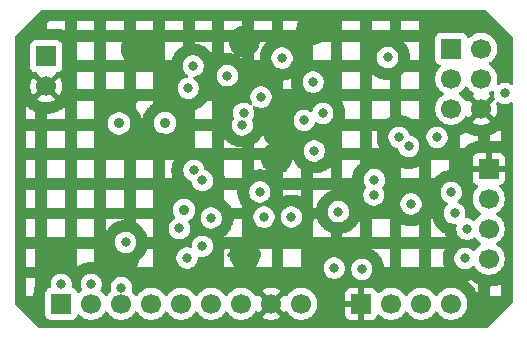
<source format=gbl>
%TF.GenerationSoftware,KiCad,Pcbnew,9.0.5*%
%TF.CreationDate,2025-11-09T03:03:17+02:00*%
%TF.ProjectId,Project 4 MCU Datalogger,50726f6a-6563-4742-9034-204d43552044,1*%
%TF.SameCoordinates,Original*%
%TF.FileFunction,Copper,L4,Bot*%
%TF.FilePolarity,Positive*%
%FSLAX46Y46*%
G04 Gerber Fmt 4.6, Leading zero omitted, Abs format (unit mm)*
G04 Created by KiCad (PCBNEW 9.0.5) date 2025-11-09 03:03:17*
%MOMM*%
%LPD*%
G01*
G04 APERTURE LIST*
%TA.AperFunction,ComponentPad*%
%ADD10R,1.700000X1.700000*%
%TD*%
%TA.AperFunction,ComponentPad*%
%ADD11C,1.700000*%
%TD*%
%TA.AperFunction,ViaPad*%
%ADD12C,0.900000*%
%TD*%
%TA.AperFunction,ViaPad*%
%ADD13C,0.800000*%
%TD*%
%TA.AperFunction,Conductor*%
%ADD14C,0.350000*%
%TD*%
G04 APERTURE END LIST*
D10*
%TO.P,J4,1,Pin_1*%
%TO.N,GND*%
X133350000Y-102235000D03*
D11*
%TO.P,J4,2,Pin_2*%
%TO.N,/Vcc*%
X135890000Y-102235000D03*
%TO.P,J4,3,Pin_3*%
%TO.N,/RX*%
X138430000Y-102235000D03*
%TO.P,J4,4,Pin_4*%
%TO.N,/TX*%
X140970000Y-102235000D03*
%TD*%
D10*
%TO.P,J3,1,Pin_1*%
%TO.N,/D2*%
X107950000Y-102235000D03*
D11*
%TO.P,J3,2,Pin_2*%
%TO.N,/D3*%
X110490000Y-102235000D03*
%TO.P,J3,3,Pin_3*%
%TO.N,/D4*%
X113030000Y-102235000D03*
%TO.P,J3,4,Pin_4*%
%TO.N,/D5*%
X115570000Y-102235000D03*
%TO.P,J3,5,Pin_5*%
%TO.N,/D6*%
X118110000Y-102235000D03*
%TO.P,J3,6,Pin_6*%
%TO.N,/D7*%
X120650000Y-102235000D03*
%TO.P,J3,7,Pin_7*%
%TO.N,/D8*%
X123190000Y-102235000D03*
%TO.P,J3,8,Pin_8*%
%TO.N,GND*%
X125730000Y-102235000D03*
%TO.P,J3,9,Pin_9*%
%TO.N,/Vcc*%
X128270000Y-102235000D03*
%TD*%
D10*
%TO.P,J2,1,Pin_1*%
%TO.N,GND*%
X144145000Y-90805000D03*
D11*
%TO.P,J2,2,Pin_2*%
%TO.N,/Vcc*%
X144145000Y-93345000D03*
%TO.P,J2,3,Pin_3*%
%TO.N,/SDA*%
X144145000Y-95885000D03*
%TO.P,J2,4,Pin_4*%
%TO.N,/SCL*%
X144145000Y-98425000D03*
%TD*%
D10*
%TO.P,J1,1,Pin_1*%
%TO.N,/MOSI*%
X140970000Y-80645000D03*
D11*
%TO.P,J1,2,Pin_2*%
%TO.N,/Vcc*%
X143510000Y-80645000D03*
%TO.P,J1,3,Pin_3*%
%TO.N,/SCK*%
X140970000Y-83185000D03*
%TO.P,J1,4,Pin_4*%
%TO.N,/MISO*%
X143510000Y-83185000D03*
%TO.P,J1,5,Pin_5*%
%TO.N,/RESET*%
X140970000Y-85725000D03*
%TO.P,J1,6,Pin_6*%
%TO.N,GND*%
X143510000Y-85725000D03*
%TD*%
D10*
%TO.P,BT1,1,+*%
%TO.N,/Vcc*%
X106680000Y-81280000D03*
D11*
%TO.P,BT1,2,-*%
%TO.N,GND*%
X106680000Y-83820000D03*
%TD*%
D12*
%TO.N,GND*%
X116992400Y-84836000D03*
D13*
%TO.N,/SDA*%
X119176800Y-90932000D03*
X118697250Y-83994750D03*
%TO.N,GND*%
X123444000Y-80010000D03*
D12*
X113233200Y-98399600D03*
X107340400Y-98653600D03*
X114046000Y-88239600D03*
X116484400Y-88239600D03*
X126169999Y-89910577D03*
D13*
%TO.N,Net-(U4-AREF)*%
X129373800Y-89300000D03*
D12*
%TO.N,GND*%
X123507000Y-98081449D03*
X129184400Y-78994000D03*
D13*
%TO.N,/SDA*%
X133400800Y-99314000D03*
X118605300Y-98361500D03*
D12*
%TO.N,/Vcc*%
X112826800Y-86969600D03*
X116738400Y-86918800D03*
X118351800Y-94284800D03*
D13*
X120650000Y-94970600D03*
%TO.N,/SCL*%
X137363200Y-88900000D03*
%TO.N,Net-(U4-PB7)*%
X124764800Y-92760800D03*
X131064000Y-99212400D03*
X122025000Y-82919400D03*
%TO.N,/RESET*%
X139764600Y-88138000D03*
X128524000Y-86715600D03*
X136550400Y-88138000D03*
%TO.N,/SCL*%
X142138400Y-98399600D03*
X119126000Y-82092800D03*
%TO.N,/RESET*%
X140970000Y-92811600D03*
X137566400Y-93776800D03*
%TO.N,/MOSI*%
X141249400Y-94571000D03*
X131419600Y-94437200D03*
%TO.N,/MISO*%
X145491200Y-84429600D03*
X134416800Y-93014800D03*
%TO.N,Net-(U4-PB6)*%
X125112800Y-94894400D03*
X127439770Y-94886276D03*
%TO.N,/D4*%
X123289155Y-87094575D03*
%TO.N,Net-(U3-SQW{slash}~INT)*%
X119901800Y-97358748D03*
X117957600Y-95859600D03*
%TO.N,/D3*%
X123393200Y-86100000D03*
%TO.N,/D2*%
X124866400Y-84734400D03*
%TO.N,/D4*%
X113049200Y-100857200D03*
%TO.N,/D3*%
X110490000Y-100584000D03*
%TO.N,/D2*%
X107950000Y-100584000D03*
%TO.N,Net-(U3-~{INTA})*%
X113397185Y-97028000D03*
X119901800Y-91795600D03*
%TO.N,Net-(U4-AREF)*%
X126644400Y-81432400D03*
%TO.N,/SDA*%
X130098800Y-86106000D03*
X142290800Y-95910400D03*
%TO.N,/SCK*%
X135585200Y-81380200D03*
X134467600Y-91725000D03*
%TO.N,/SCL*%
X129286000Y-83464400D03*
%TO.N,GND*%
X114300000Y-80645000D03*
X126365000Y-87700000D03*
%TD*%
D14*
%TO.N,GND*%
X114554000Y-84836000D02*
X114046000Y-85344000D01*
X116992400Y-84836000D02*
X114554000Y-84836000D01*
X114046000Y-85344000D02*
X114046000Y-88239600D01*
X114046000Y-88239600D02*
X116484400Y-88239600D01*
X123493649Y-98094800D02*
X122174000Y-98094800D01*
X123507000Y-98081449D02*
X123493649Y-98094800D01*
X126169999Y-87895001D02*
X126365000Y-87700000D01*
X126169999Y-89910577D02*
X126169999Y-87895001D01*
%TD*%
%TA.AperFunction,Conductor*%
%TO.N,GND*%
G36*
X143899177Y-77355185D02*
G01*
X143919819Y-77371819D01*
X146148181Y-79600181D01*
X146181666Y-79661504D01*
X146184500Y-79687862D01*
X146184500Y-83577837D01*
X146164815Y-83644876D01*
X146112011Y-83690631D01*
X146042853Y-83700575D01*
X145991610Y-83680939D01*
X145917758Y-83631593D01*
X145917740Y-83631583D01*
X145753867Y-83563706D01*
X145753858Y-83563703D01*
X145579894Y-83529100D01*
X145579891Y-83529100D01*
X145402509Y-83529100D01*
X145402506Y-83529100D01*
X145228541Y-83563703D01*
X145228532Y-83563706D01*
X145064659Y-83631583D01*
X145064648Y-83631589D01*
X145004635Y-83671689D01*
X144937958Y-83692566D01*
X144870578Y-83674081D01*
X144823888Y-83622102D01*
X144812712Y-83553132D01*
X144817812Y-83530276D01*
X144827246Y-83501243D01*
X144860500Y-83291287D01*
X144860500Y-83078713D01*
X144827246Y-82868757D01*
X144761557Y-82666588D01*
X144665051Y-82477184D01*
X144665049Y-82477181D01*
X144665048Y-82477179D01*
X144540109Y-82305213D01*
X144389786Y-82154890D01*
X144217820Y-82029951D01*
X144217115Y-82029591D01*
X144209054Y-82025485D01*
X144158259Y-81977512D01*
X144141463Y-81909692D01*
X144163999Y-81843556D01*
X144209054Y-81804515D01*
X144217816Y-81800051D01*
X144304138Y-81737335D01*
X144389786Y-81675109D01*
X144389788Y-81675106D01*
X144389792Y-81675104D01*
X144540104Y-81524792D01*
X144540106Y-81524788D01*
X144540109Y-81524786D01*
X144665048Y-81352820D01*
X144665047Y-81352820D01*
X144665051Y-81352816D01*
X144761557Y-81163412D01*
X144827246Y-80961243D01*
X144860500Y-80751287D01*
X144860500Y-80538713D01*
X144827246Y-80328757D01*
X144761557Y-80126588D01*
X144665051Y-79937184D01*
X144665049Y-79937181D01*
X144665048Y-79937179D01*
X144540109Y-79765213D01*
X144389786Y-79614890D01*
X144217820Y-79489951D01*
X144028414Y-79393444D01*
X144028413Y-79393443D01*
X144028412Y-79393443D01*
X143826243Y-79327754D01*
X143826241Y-79327753D01*
X143826240Y-79327753D01*
X143664957Y-79302208D01*
X143616287Y-79294500D01*
X143403713Y-79294500D01*
X143355042Y-79302208D01*
X143193760Y-79327753D01*
X142991585Y-79393444D01*
X142802179Y-79489951D01*
X142630215Y-79614889D01*
X142516673Y-79728431D01*
X142455350Y-79761915D01*
X142385658Y-79756931D01*
X142329725Y-79715059D01*
X142312810Y-79684082D01*
X142263797Y-79552671D01*
X142263793Y-79552664D01*
X142177547Y-79437455D01*
X142177544Y-79437452D01*
X142062335Y-79351206D01*
X142062328Y-79351202D01*
X141927482Y-79300908D01*
X141927483Y-79300908D01*
X141867883Y-79294501D01*
X141867881Y-79294500D01*
X141867873Y-79294500D01*
X141867864Y-79294500D01*
X140072129Y-79294500D01*
X140072123Y-79294501D01*
X140012516Y-79300908D01*
X139877671Y-79351202D01*
X139877664Y-79351206D01*
X139762455Y-79437452D01*
X139762452Y-79437455D01*
X139676206Y-79552664D01*
X139676202Y-79552671D01*
X139625908Y-79687517D01*
X139619501Y-79747116D01*
X139619500Y-79747135D01*
X139619500Y-81542870D01*
X139619501Y-81542876D01*
X139625908Y-81602483D01*
X139676202Y-81737328D01*
X139676206Y-81737335D01*
X139762452Y-81852544D01*
X139762455Y-81852547D01*
X139877664Y-81938793D01*
X139877671Y-81938797D01*
X140009082Y-81987810D01*
X140065016Y-82029681D01*
X140089433Y-82095145D01*
X140074582Y-82163418D01*
X140053431Y-82191673D01*
X139939889Y-82305215D01*
X139814951Y-82477179D01*
X139718444Y-82666585D01*
X139652753Y-82868760D01*
X139626612Y-83033808D01*
X139619500Y-83078713D01*
X139619500Y-83291287D01*
X139625751Y-83330751D01*
X139651517Y-83493438D01*
X139652754Y-83501243D01*
X139717521Y-83700575D01*
X139718444Y-83703414D01*
X139814951Y-83892820D01*
X139939890Y-84064786D01*
X140090213Y-84215109D01*
X140262182Y-84340050D01*
X140270946Y-84344516D01*
X140321742Y-84392491D01*
X140338536Y-84460312D01*
X140315998Y-84526447D01*
X140270946Y-84565484D01*
X140262182Y-84569949D01*
X140090213Y-84694890D01*
X139939890Y-84845213D01*
X139814951Y-85017179D01*
X139718444Y-85206585D01*
X139652753Y-85408760D01*
X139633168Y-85532416D01*
X139619500Y-85618713D01*
X139619500Y-85831287D01*
X139620458Y-85837334D01*
X139652735Y-86041127D01*
X139652754Y-86041243D01*
X139702613Y-86194693D01*
X139718444Y-86243414D01*
X139814951Y-86432820D01*
X139939890Y-86604786D01*
X140090213Y-86755109D01*
X140262179Y-86880048D01*
X140262181Y-86880049D01*
X140262184Y-86880051D01*
X140451588Y-86976557D01*
X140653757Y-87042246D01*
X140863713Y-87075500D01*
X140863714Y-87075500D01*
X141076286Y-87075500D01*
X141076287Y-87075500D01*
X141286243Y-87042246D01*
X141488412Y-86976557D01*
X141677816Y-86880051D01*
X141744069Y-86831916D01*
X141849786Y-86755109D01*
X141849788Y-86755106D01*
X141849792Y-86755104D01*
X142000104Y-86604792D01*
X142000106Y-86604788D01*
X142000109Y-86604786D01*
X142078734Y-86496566D01*
X142125051Y-86432816D01*
X142129793Y-86423508D01*
X142177763Y-86372711D01*
X142245583Y-86355911D01*
X142311719Y-86378445D01*
X142350763Y-86423500D01*
X142355373Y-86432547D01*
X142394728Y-86486716D01*
X143027037Y-85854408D01*
X143044075Y-85917993D01*
X143109901Y-86032007D01*
X143202993Y-86125099D01*
X143317007Y-86190925D01*
X143380590Y-86207962D01*
X142748282Y-86840269D01*
X142748282Y-86840270D01*
X142802449Y-86879624D01*
X142991782Y-86976095D01*
X143193870Y-87041757D01*
X143403754Y-87075000D01*
X143616246Y-87075000D01*
X143826127Y-87041757D01*
X143826130Y-87041757D01*
X144028217Y-86976095D01*
X144217554Y-86879622D01*
X144271716Y-86840270D01*
X144271717Y-86840270D01*
X143639408Y-86207962D01*
X143702993Y-86190925D01*
X143817007Y-86125099D01*
X143910099Y-86032007D01*
X143975925Y-85917993D01*
X143992962Y-85854409D01*
X144625270Y-86486717D01*
X144625270Y-86486716D01*
X144664622Y-86432554D01*
X144761095Y-86243217D01*
X144826757Y-86041130D01*
X144826757Y-86041127D01*
X144860000Y-85831246D01*
X144860000Y-85618753D01*
X144826757Y-85408872D01*
X144826757Y-85408869D01*
X144796061Y-85314396D01*
X144794066Y-85244555D01*
X144830146Y-85184722D01*
X144892847Y-85153894D01*
X144962262Y-85161859D01*
X144982883Y-85172976D01*
X145033187Y-85206588D01*
X145064653Y-85227613D01*
X145064655Y-85227614D01*
X145064659Y-85227616D01*
X145178827Y-85274905D01*
X145228534Y-85295494D01*
X145228536Y-85295494D01*
X145228541Y-85295496D01*
X145402504Y-85330099D01*
X145402507Y-85330100D01*
X145402509Y-85330100D01*
X145579893Y-85330100D01*
X145579894Y-85330099D01*
X145688793Y-85308438D01*
X145753858Y-85295496D01*
X145753861Y-85295494D01*
X145753866Y-85295494D01*
X145917747Y-85227613D01*
X145977928Y-85187401D01*
X145991609Y-85178260D01*
X146058286Y-85157382D01*
X146125666Y-85175866D01*
X146172357Y-85227845D01*
X146184500Y-85281362D01*
X146184500Y-102057138D01*
X146164815Y-102124177D01*
X146148181Y-102144819D01*
X144054819Y-104238181D01*
X143993496Y-104271666D01*
X143967138Y-104274500D01*
X106103862Y-104274500D01*
X106036823Y-104254815D01*
X106016181Y-104238181D01*
X104041819Y-102263819D01*
X104008334Y-102202496D01*
X104005500Y-102176138D01*
X104005500Y-101585500D01*
X105003500Y-101585500D01*
X105601500Y-101585500D01*
X105601500Y-101337135D01*
X106599500Y-101337135D01*
X106599500Y-103132870D01*
X106599501Y-103132876D01*
X106605908Y-103192483D01*
X106656202Y-103327328D01*
X106656206Y-103327335D01*
X106742452Y-103442544D01*
X106742455Y-103442547D01*
X106857664Y-103528793D01*
X106857671Y-103528797D01*
X106992517Y-103579091D01*
X106992516Y-103579091D01*
X106999444Y-103579835D01*
X107052127Y-103585500D01*
X108847872Y-103585499D01*
X108907483Y-103579091D01*
X109042331Y-103528796D01*
X109157546Y-103442546D01*
X109243796Y-103327331D01*
X109292810Y-103195916D01*
X109334681Y-103139984D01*
X109400145Y-103115566D01*
X109468418Y-103130417D01*
X109496673Y-103151569D01*
X109610213Y-103265109D01*
X109782179Y-103390048D01*
X109782181Y-103390049D01*
X109782184Y-103390051D01*
X109971588Y-103486557D01*
X110173757Y-103552246D01*
X110383713Y-103585500D01*
X110383714Y-103585500D01*
X110596286Y-103585500D01*
X110596287Y-103585500D01*
X110806243Y-103552246D01*
X111008412Y-103486557D01*
X111197816Y-103390051D01*
X111284138Y-103327335D01*
X111369786Y-103265109D01*
X111369788Y-103265106D01*
X111369792Y-103265104D01*
X111520104Y-103114792D01*
X111520106Y-103114788D01*
X111520109Y-103114786D01*
X111645048Y-102942820D01*
X111645047Y-102942820D01*
X111645051Y-102942816D01*
X111649514Y-102934054D01*
X111697488Y-102883259D01*
X111765308Y-102866463D01*
X111831444Y-102888999D01*
X111870486Y-102934056D01*
X111874951Y-102942820D01*
X111999890Y-103114786D01*
X112150213Y-103265109D01*
X112322179Y-103390048D01*
X112322181Y-103390049D01*
X112322184Y-103390051D01*
X112511588Y-103486557D01*
X112713757Y-103552246D01*
X112923713Y-103585500D01*
X112923714Y-103585500D01*
X113136286Y-103585500D01*
X113136287Y-103585500D01*
X113346243Y-103552246D01*
X113548412Y-103486557D01*
X113737816Y-103390051D01*
X113824138Y-103327335D01*
X113909786Y-103265109D01*
X113909788Y-103265106D01*
X113909792Y-103265104D01*
X114060104Y-103114792D01*
X114060106Y-103114788D01*
X114060109Y-103114786D01*
X114185048Y-102942820D01*
X114185047Y-102942820D01*
X114185051Y-102942816D01*
X114189514Y-102934054D01*
X114237488Y-102883259D01*
X114305308Y-102866463D01*
X114371444Y-102888999D01*
X114410486Y-102934056D01*
X114414951Y-102942820D01*
X114539890Y-103114786D01*
X114690213Y-103265109D01*
X114862179Y-103390048D01*
X114862181Y-103390049D01*
X114862184Y-103390051D01*
X115051588Y-103486557D01*
X115253757Y-103552246D01*
X115463713Y-103585500D01*
X115463714Y-103585500D01*
X115676286Y-103585500D01*
X115676287Y-103585500D01*
X115886243Y-103552246D01*
X116088412Y-103486557D01*
X116277816Y-103390051D01*
X116364138Y-103327335D01*
X116449786Y-103265109D01*
X116449788Y-103265106D01*
X116449792Y-103265104D01*
X116600104Y-103114792D01*
X116600106Y-103114788D01*
X116600109Y-103114786D01*
X116725048Y-102942820D01*
X116725047Y-102942820D01*
X116725051Y-102942816D01*
X116729514Y-102934054D01*
X116777488Y-102883259D01*
X116845308Y-102866463D01*
X116911444Y-102888999D01*
X116950486Y-102934056D01*
X116954951Y-102942820D01*
X117079890Y-103114786D01*
X117230213Y-103265109D01*
X117402179Y-103390048D01*
X117402181Y-103390049D01*
X117402184Y-103390051D01*
X117591588Y-103486557D01*
X117793757Y-103552246D01*
X118003713Y-103585500D01*
X118003714Y-103585500D01*
X118216286Y-103585500D01*
X118216287Y-103585500D01*
X118426243Y-103552246D01*
X118628412Y-103486557D01*
X118817816Y-103390051D01*
X118904138Y-103327335D01*
X118989786Y-103265109D01*
X118989788Y-103265106D01*
X118989792Y-103265104D01*
X119140104Y-103114792D01*
X119140106Y-103114788D01*
X119140109Y-103114786D01*
X119265048Y-102942820D01*
X119265047Y-102942820D01*
X119265051Y-102942816D01*
X119269514Y-102934054D01*
X119317488Y-102883259D01*
X119385308Y-102866463D01*
X119451444Y-102888999D01*
X119490486Y-102934056D01*
X119494951Y-102942820D01*
X119619890Y-103114786D01*
X119770213Y-103265109D01*
X119942179Y-103390048D01*
X119942181Y-103390049D01*
X119942184Y-103390051D01*
X120131588Y-103486557D01*
X120333757Y-103552246D01*
X120543713Y-103585500D01*
X120543714Y-103585500D01*
X120756286Y-103585500D01*
X120756287Y-103585500D01*
X120966243Y-103552246D01*
X121168412Y-103486557D01*
X121357816Y-103390051D01*
X121444138Y-103327335D01*
X121529786Y-103265109D01*
X121529788Y-103265106D01*
X121529792Y-103265104D01*
X121680104Y-103114792D01*
X121680106Y-103114788D01*
X121680109Y-103114786D01*
X121805048Y-102942820D01*
X121805047Y-102942820D01*
X121805051Y-102942816D01*
X121809514Y-102934054D01*
X121857488Y-102883259D01*
X121925308Y-102866463D01*
X121991444Y-102888999D01*
X122030486Y-102934056D01*
X122034951Y-102942820D01*
X122159890Y-103114786D01*
X122310213Y-103265109D01*
X122482179Y-103390048D01*
X122482181Y-103390049D01*
X122482184Y-103390051D01*
X122671588Y-103486557D01*
X122873757Y-103552246D01*
X123083713Y-103585500D01*
X123083714Y-103585500D01*
X123296286Y-103585500D01*
X123296287Y-103585500D01*
X123506243Y-103552246D01*
X123708412Y-103486557D01*
X123897816Y-103390051D01*
X123984138Y-103327335D01*
X124069786Y-103265109D01*
X124069788Y-103265106D01*
X124069792Y-103265104D01*
X124220104Y-103114792D01*
X124220106Y-103114788D01*
X124220109Y-103114786D01*
X124305890Y-102996717D01*
X124345051Y-102942816D01*
X124349793Y-102933508D01*
X124397763Y-102882711D01*
X124465583Y-102865911D01*
X124531719Y-102888445D01*
X124570763Y-102933500D01*
X124575373Y-102942547D01*
X124614728Y-102996716D01*
X125247037Y-102364408D01*
X125264075Y-102427993D01*
X125329901Y-102542007D01*
X125422993Y-102635099D01*
X125537007Y-102700925D01*
X125600590Y-102717962D01*
X124968282Y-103350269D01*
X124968282Y-103350270D01*
X125022449Y-103389624D01*
X125211782Y-103486095D01*
X125413870Y-103551757D01*
X125623754Y-103585000D01*
X125836246Y-103585000D01*
X126046127Y-103551757D01*
X126046130Y-103551757D01*
X126248217Y-103486095D01*
X126437554Y-103389622D01*
X126491716Y-103350270D01*
X126491717Y-103350270D01*
X125859408Y-102717962D01*
X125922993Y-102700925D01*
X126037007Y-102635099D01*
X126130099Y-102542007D01*
X126195925Y-102427993D01*
X126212962Y-102364408D01*
X126845270Y-102996717D01*
X126845270Y-102996716D01*
X126884622Y-102942555D01*
X126889232Y-102933507D01*
X126937205Y-102882709D01*
X127005025Y-102865912D01*
X127071161Y-102888447D01*
X127110204Y-102933504D01*
X127114949Y-102942817D01*
X127239890Y-103114786D01*
X127390213Y-103265109D01*
X127562179Y-103390048D01*
X127562181Y-103390049D01*
X127562184Y-103390051D01*
X127751588Y-103486557D01*
X127953757Y-103552246D01*
X128163713Y-103585500D01*
X128163714Y-103585500D01*
X128376286Y-103585500D01*
X128376287Y-103585500D01*
X128586243Y-103552246D01*
X128788412Y-103486557D01*
X128977816Y-103390051D01*
X129064138Y-103327335D01*
X129149786Y-103265109D01*
X129149788Y-103265106D01*
X129149792Y-103265104D01*
X129300104Y-103114792D01*
X129300106Y-103114788D01*
X129300109Y-103114786D01*
X129425048Y-102942820D01*
X129425047Y-102942820D01*
X129425051Y-102942816D01*
X129521557Y-102753412D01*
X129587246Y-102551243D01*
X129620500Y-102341287D01*
X129620500Y-102128713D01*
X129587246Y-101918757D01*
X129521557Y-101716588D01*
X129425051Y-101527184D01*
X129425049Y-101527181D01*
X129425048Y-101527179D01*
X129300109Y-101355213D01*
X129282051Y-101337155D01*
X132000000Y-101337155D01*
X132000000Y-101985000D01*
X132916988Y-101985000D01*
X132884075Y-102042007D01*
X132850000Y-102169174D01*
X132850000Y-102300826D01*
X132884075Y-102427993D01*
X132916988Y-102485000D01*
X132000000Y-102485000D01*
X132000000Y-103132844D01*
X132006401Y-103192372D01*
X132006403Y-103192379D01*
X132056645Y-103327086D01*
X132056649Y-103327093D01*
X132142809Y-103442187D01*
X132142812Y-103442190D01*
X132257906Y-103528350D01*
X132257913Y-103528354D01*
X132392620Y-103578596D01*
X132392627Y-103578598D01*
X132452155Y-103584999D01*
X132452172Y-103585000D01*
X133100000Y-103585000D01*
X133100000Y-102668012D01*
X133157007Y-102700925D01*
X133284174Y-102735000D01*
X133415826Y-102735000D01*
X133542993Y-102700925D01*
X133600000Y-102668012D01*
X133600000Y-103585000D01*
X134247828Y-103585000D01*
X134247844Y-103584999D01*
X134307372Y-103578598D01*
X134307379Y-103578596D01*
X134442086Y-103528354D01*
X134442093Y-103528350D01*
X134557187Y-103442190D01*
X134557190Y-103442187D01*
X134643350Y-103327093D01*
X134643354Y-103327086D01*
X134692422Y-103195529D01*
X134734293Y-103139595D01*
X134799757Y-103115178D01*
X134868030Y-103130030D01*
X134896285Y-103151181D01*
X135010213Y-103265109D01*
X135182179Y-103390048D01*
X135182181Y-103390049D01*
X135182184Y-103390051D01*
X135371588Y-103486557D01*
X135573757Y-103552246D01*
X135783713Y-103585500D01*
X135783714Y-103585500D01*
X135996286Y-103585500D01*
X135996287Y-103585500D01*
X136206243Y-103552246D01*
X136408412Y-103486557D01*
X136597816Y-103390051D01*
X136684138Y-103327335D01*
X136769786Y-103265109D01*
X136769788Y-103265106D01*
X136769792Y-103265104D01*
X136920104Y-103114792D01*
X136920106Y-103114788D01*
X136920109Y-103114786D01*
X137045048Y-102942820D01*
X137045047Y-102942820D01*
X137045051Y-102942816D01*
X137049514Y-102934054D01*
X137097488Y-102883259D01*
X137165308Y-102866463D01*
X137231444Y-102888999D01*
X137270486Y-102934056D01*
X137274951Y-102942820D01*
X137399890Y-103114786D01*
X137550213Y-103265109D01*
X137722179Y-103390048D01*
X137722181Y-103390049D01*
X137722184Y-103390051D01*
X137911588Y-103486557D01*
X138113757Y-103552246D01*
X138323713Y-103585500D01*
X138323714Y-103585500D01*
X138536286Y-103585500D01*
X138536287Y-103585500D01*
X138746243Y-103552246D01*
X138948412Y-103486557D01*
X139137816Y-103390051D01*
X139224138Y-103327335D01*
X139309786Y-103265109D01*
X139309788Y-103265106D01*
X139309792Y-103265104D01*
X139460104Y-103114792D01*
X139460106Y-103114788D01*
X139460109Y-103114786D01*
X139585048Y-102942820D01*
X139585047Y-102942820D01*
X139585051Y-102942816D01*
X139589514Y-102934054D01*
X139637488Y-102883259D01*
X139705308Y-102866463D01*
X139771444Y-102888999D01*
X139810486Y-102934056D01*
X139814951Y-102942820D01*
X139939890Y-103114786D01*
X140090213Y-103265109D01*
X140262179Y-103390048D01*
X140262181Y-103390049D01*
X140262184Y-103390051D01*
X140451588Y-103486557D01*
X140653757Y-103552246D01*
X140863713Y-103585500D01*
X140863714Y-103585500D01*
X141076286Y-103585500D01*
X141076287Y-103585500D01*
X141286243Y-103552246D01*
X141488412Y-103486557D01*
X141677816Y-103390051D01*
X141764138Y-103327335D01*
X141849786Y-103265109D01*
X141849788Y-103265106D01*
X141849792Y-103265104D01*
X142000104Y-103114792D01*
X142000106Y-103114788D01*
X142000109Y-103114786D01*
X142125048Y-102942820D01*
X142125047Y-102942820D01*
X142125051Y-102942816D01*
X142221557Y-102753412D01*
X142287246Y-102551243D01*
X142320500Y-102341287D01*
X142320500Y-102128713D01*
X142287246Y-101918757D01*
X142221557Y-101716588D01*
X142125051Y-101527184D01*
X142125049Y-101527181D01*
X142125048Y-101527179D01*
X142000109Y-101355213D01*
X141849786Y-101204890D01*
X141677820Y-101079951D01*
X141488414Y-100983444D01*
X141488413Y-100983443D01*
X141488412Y-100983443D01*
X141286243Y-100917754D01*
X141286241Y-100917753D01*
X141286240Y-100917753D01*
X141124957Y-100892208D01*
X141076287Y-100884500D01*
X140863713Y-100884500D01*
X140815042Y-100892208D01*
X140653760Y-100917753D01*
X140451585Y-100983444D01*
X140262179Y-101079951D01*
X140090213Y-101204890D01*
X139939890Y-101355213D01*
X139814949Y-101527182D01*
X139810484Y-101535946D01*
X139762509Y-101586742D01*
X139694688Y-101603536D01*
X139628553Y-101580998D01*
X139589516Y-101535946D01*
X139585050Y-101527182D01*
X139460109Y-101355213D01*
X139309786Y-101204890D01*
X139137820Y-101079951D01*
X138948414Y-100983444D01*
X138948413Y-100983443D01*
X138948412Y-100983443D01*
X138746243Y-100917754D01*
X138746241Y-100917753D01*
X138746240Y-100917753D01*
X138584957Y-100892208D01*
X138536287Y-100884500D01*
X138323713Y-100884500D01*
X138275042Y-100892208D01*
X138113760Y-100917753D01*
X137911585Y-100983444D01*
X137722179Y-101079951D01*
X137550213Y-101204890D01*
X137399890Y-101355213D01*
X137274949Y-101527182D01*
X137270484Y-101535946D01*
X137222509Y-101586742D01*
X137154688Y-101603536D01*
X137088553Y-101580998D01*
X137049516Y-101535946D01*
X137045050Y-101527182D01*
X136920109Y-101355213D01*
X136769786Y-101204890D01*
X136597820Y-101079951D01*
X136408414Y-100983444D01*
X136408413Y-100983443D01*
X136408412Y-100983443D01*
X136206243Y-100917754D01*
X136206241Y-100917753D01*
X136206240Y-100917753D01*
X136044957Y-100892208D01*
X135996287Y-100884500D01*
X135783713Y-100884500D01*
X135735042Y-100892208D01*
X135573760Y-100917753D01*
X135371585Y-100983444D01*
X135182179Y-101079951D01*
X135010215Y-101204889D01*
X134896285Y-101318819D01*
X134834962Y-101352303D01*
X134765270Y-101347319D01*
X134709337Y-101305447D01*
X134692422Y-101274470D01*
X134643354Y-101142913D01*
X134643350Y-101142906D01*
X134557190Y-101027812D01*
X134557187Y-101027809D01*
X134442093Y-100941649D01*
X134442086Y-100941645D01*
X134307379Y-100891403D01*
X134307372Y-100891401D01*
X134247844Y-100885000D01*
X133600000Y-100885000D01*
X133600000Y-101801988D01*
X133542993Y-101769075D01*
X133415826Y-101735000D01*
X133284174Y-101735000D01*
X133157007Y-101769075D01*
X133100000Y-101801988D01*
X133100000Y-100885000D01*
X132452155Y-100885000D01*
X132392627Y-100891401D01*
X132392620Y-100891403D01*
X132257913Y-100941645D01*
X132257906Y-100941649D01*
X132142812Y-101027809D01*
X132142809Y-101027812D01*
X132056649Y-101142906D01*
X132056645Y-101142913D01*
X132006403Y-101277620D01*
X132006401Y-101277627D01*
X132000000Y-101337155D01*
X129282051Y-101337155D01*
X129149786Y-101204890D01*
X128977820Y-101079951D01*
X128788414Y-100983444D01*
X128788413Y-100983443D01*
X128788412Y-100983443D01*
X128586243Y-100917754D01*
X128586241Y-100917753D01*
X128586240Y-100917753D01*
X128424957Y-100892208D01*
X128376287Y-100884500D01*
X128163713Y-100884500D01*
X128115042Y-100892208D01*
X127953760Y-100917753D01*
X127751585Y-100983444D01*
X127562179Y-101079951D01*
X127390213Y-101204890D01*
X127239890Y-101355213D01*
X127114949Y-101527182D01*
X127110202Y-101536499D01*
X127062227Y-101587293D01*
X126994405Y-101604087D01*
X126928271Y-101581548D01*
X126889234Y-101536495D01*
X126884626Y-101527452D01*
X126845270Y-101473282D01*
X126845269Y-101473282D01*
X126212962Y-102105590D01*
X126195925Y-102042007D01*
X126130099Y-101927993D01*
X126037007Y-101834901D01*
X125922993Y-101769075D01*
X125859409Y-101752037D01*
X126491716Y-101119728D01*
X126437550Y-101080375D01*
X126248217Y-100983904D01*
X126046129Y-100918242D01*
X125836246Y-100885000D01*
X125623754Y-100885000D01*
X125413872Y-100918242D01*
X125413869Y-100918242D01*
X125211782Y-100983904D01*
X125022439Y-101080380D01*
X124968282Y-101119727D01*
X124968282Y-101119728D01*
X125600591Y-101752037D01*
X125537007Y-101769075D01*
X125422993Y-101834901D01*
X125329901Y-101927993D01*
X125264075Y-102042007D01*
X125247037Y-102105591D01*
X124614728Y-101473282D01*
X124614727Y-101473282D01*
X124575380Y-101527440D01*
X124575376Y-101527446D01*
X124570760Y-101536505D01*
X124522781Y-101587297D01*
X124454959Y-101604087D01*
X124388826Y-101581543D01*
X124349794Y-101536493D01*
X124345051Y-101527184D01*
X124345049Y-101527181D01*
X124345048Y-101527179D01*
X124220109Y-101355213D01*
X124069786Y-101204890D01*
X123897820Y-101079951D01*
X123708414Y-100983444D01*
X123708413Y-100983443D01*
X123708412Y-100983443D01*
X123506243Y-100917754D01*
X123506241Y-100917753D01*
X123506240Y-100917753D01*
X123344957Y-100892208D01*
X123296287Y-100884500D01*
X123083713Y-100884500D01*
X123035042Y-100892208D01*
X122873760Y-100917753D01*
X122671585Y-100983444D01*
X122482179Y-101079951D01*
X122310213Y-101204890D01*
X122159890Y-101355213D01*
X122034949Y-101527182D01*
X122030484Y-101535946D01*
X121982509Y-101586742D01*
X121914688Y-101603536D01*
X121848553Y-101580998D01*
X121809516Y-101535946D01*
X121805050Y-101527182D01*
X121680109Y-101355213D01*
X121529786Y-101204890D01*
X121357820Y-101079951D01*
X121168414Y-100983444D01*
X121168413Y-100983443D01*
X121168412Y-100983443D01*
X120966243Y-100917754D01*
X120966241Y-100917753D01*
X120966240Y-100917753D01*
X120804957Y-100892208D01*
X120756287Y-100884500D01*
X120543713Y-100884500D01*
X120495042Y-100892208D01*
X120333760Y-100917753D01*
X120131585Y-100983444D01*
X119942179Y-101079951D01*
X119770213Y-101204890D01*
X119619890Y-101355213D01*
X119494949Y-101527182D01*
X119490484Y-101535946D01*
X119442509Y-101586742D01*
X119374688Y-101603536D01*
X119308553Y-101580998D01*
X119269516Y-101535946D01*
X119265050Y-101527182D01*
X119140109Y-101355213D01*
X118989786Y-101204890D01*
X118817820Y-101079951D01*
X118628414Y-100983444D01*
X118628413Y-100983443D01*
X118628412Y-100983443D01*
X118426243Y-100917754D01*
X118426241Y-100917753D01*
X118426240Y-100917753D01*
X118264957Y-100892208D01*
X118216287Y-100884500D01*
X118003713Y-100884500D01*
X117955042Y-100892208D01*
X117793760Y-100917753D01*
X117591585Y-100983444D01*
X117402179Y-101079951D01*
X117230213Y-101204890D01*
X117079890Y-101355213D01*
X116954949Y-101527182D01*
X116950484Y-101535946D01*
X116902509Y-101586742D01*
X116834688Y-101603536D01*
X116768553Y-101580998D01*
X116729516Y-101535946D01*
X116725050Y-101527182D01*
X116600109Y-101355213D01*
X116449786Y-101204890D01*
X116277820Y-101079951D01*
X116088414Y-100983444D01*
X116088413Y-100983443D01*
X116088412Y-100983443D01*
X115886243Y-100917754D01*
X115886241Y-100917753D01*
X115886240Y-100917753D01*
X115724957Y-100892208D01*
X115676287Y-100884500D01*
X115463713Y-100884500D01*
X115415042Y-100892208D01*
X115253760Y-100917753D01*
X115051585Y-100983444D01*
X114862179Y-101079951D01*
X114690213Y-101204890D01*
X114539890Y-101355213D01*
X114414949Y-101527182D01*
X114410484Y-101535946D01*
X114362509Y-101586742D01*
X114294688Y-101603536D01*
X114228553Y-101580998D01*
X114189516Y-101535946D01*
X114185050Y-101527182D01*
X114060109Y-101355213D01*
X113946623Y-101241727D01*
X113913138Y-101180404D01*
X113915327Y-101126123D01*
X113913906Y-101125841D01*
X113945834Y-100965328D01*
X113949700Y-100945891D01*
X113949700Y-100768509D01*
X113949700Y-100768506D01*
X113949699Y-100768504D01*
X113915096Y-100594541D01*
X113915093Y-100594532D01*
X113912865Y-100589154D01*
X113873992Y-100495304D01*
X113847216Y-100430659D01*
X113847209Y-100430646D01*
X113757227Y-100295980D01*
X142296675Y-100295980D01*
X142452269Y-100409025D01*
X142456157Y-100411968D01*
X142479316Y-100430227D01*
X142483081Y-100433317D01*
X142512888Y-100458778D01*
X142516527Y-100462012D01*
X142538132Y-100481986D01*
X142541636Y-100485356D01*
X142719644Y-100663364D01*
X142723014Y-100666868D01*
X142742988Y-100688473D01*
X142746222Y-100692112D01*
X142771683Y-100721919D01*
X142774773Y-100725684D01*
X142793032Y-100748843D01*
X142795975Y-100752731D01*
X142943974Y-100956435D01*
X142946760Y-100960432D01*
X142963126Y-100984927D01*
X142965750Y-100989027D01*
X142986231Y-101022450D01*
X142988693Y-101026650D01*
X143003083Y-101052346D01*
X143005378Y-101056639D01*
X143119686Y-101280981D01*
X143121811Y-101285364D01*
X143134154Y-101312139D01*
X143136109Y-101316608D01*
X143151107Y-101352825D01*
X143152879Y-101357353D01*
X143163064Y-101384963D01*
X143164658Y-101389560D01*
X143228323Y-101585500D01*
X143255500Y-101585500D01*
X143255500Y-100773500D01*
X144253500Y-100773500D01*
X144253500Y-101585500D01*
X145117924Y-101585500D01*
X145186500Y-101516924D01*
X145186500Y-100530112D01*
X145099019Y-100574686D01*
X145094636Y-100576811D01*
X145067861Y-100589154D01*
X145063392Y-100591109D01*
X145027175Y-100606107D01*
X145022647Y-100607879D01*
X144995037Y-100618064D01*
X144990440Y-100619658D01*
X144751007Y-100697455D01*
X144746347Y-100698869D01*
X144718005Y-100706862D01*
X144713300Y-100708089D01*
X144675183Y-100717242D01*
X144670423Y-100718287D01*
X144641523Y-100724036D01*
X144636728Y-100724892D01*
X144388059Y-100764277D01*
X144383236Y-100764944D01*
X144354003Y-100768404D01*
X144349165Y-100768881D01*
X144310086Y-100771959D01*
X144305221Y-100772246D01*
X144275769Y-100773404D01*
X144270897Y-100773500D01*
X144253500Y-100773500D01*
X143255500Y-100773500D01*
X143255500Y-100603073D01*
X143226608Y-100591109D01*
X143222139Y-100589154D01*
X143195364Y-100576811D01*
X143190981Y-100574686D01*
X142966639Y-100460378D01*
X142962346Y-100458083D01*
X142936650Y-100443693D01*
X142932450Y-100441231D01*
X142899027Y-100420750D01*
X142894927Y-100418126D01*
X142870432Y-100401760D01*
X142866435Y-100398974D01*
X142662731Y-100250975D01*
X142658843Y-100248032D01*
X142641400Y-100234280D01*
X142625749Y-100238201D01*
X142619808Y-100239535D01*
X142397757Y-100283704D01*
X142391760Y-100284745D01*
X142355329Y-100290149D01*
X142349288Y-100290894D01*
X142300516Y-100295697D01*
X142296675Y-100295980D01*
X113757227Y-100295980D01*
X113748664Y-100283165D01*
X113748661Y-100283161D01*
X113623238Y-100157738D01*
X113623234Y-100157735D01*
X113475753Y-100059190D01*
X113475740Y-100059183D01*
X113311867Y-99991306D01*
X113311858Y-99991303D01*
X113137894Y-99956700D01*
X113137891Y-99956700D01*
X112960509Y-99956700D01*
X112960506Y-99956700D01*
X112786541Y-99991303D01*
X112786532Y-99991306D01*
X112622659Y-100059183D01*
X112622646Y-100059190D01*
X112475165Y-100157735D01*
X112475161Y-100157738D01*
X112349738Y-100283161D01*
X112349735Y-100283165D01*
X112251190Y-100430646D01*
X112251183Y-100430659D01*
X112183306Y-100594532D01*
X112183303Y-100594541D01*
X112148700Y-100768504D01*
X112148700Y-100945895D01*
X112178991Y-101098176D01*
X112172764Y-101167767D01*
X112145056Y-101210048D01*
X111999889Y-101355215D01*
X111874949Y-101527182D01*
X111870484Y-101535946D01*
X111822509Y-101586742D01*
X111754688Y-101603536D01*
X111688553Y-101580998D01*
X111649516Y-101535946D01*
X111645050Y-101527182D01*
X111520109Y-101355213D01*
X111369793Y-101204897D01*
X111369792Y-101204896D01*
X111323461Y-101171235D01*
X111280795Y-101115906D01*
X111274816Y-101046293D01*
X111286994Y-101012453D01*
X111288009Y-101010552D01*
X111288013Y-101010547D01*
X111355894Y-100846666D01*
X111368043Y-100785592D01*
X111379959Y-100725684D01*
X111390500Y-100672691D01*
X111390500Y-100495309D01*
X111390500Y-100495306D01*
X111390499Y-100495304D01*
X111355896Y-100321341D01*
X111355893Y-100321332D01*
X111340738Y-100284745D01*
X111321460Y-100238201D01*
X111288016Y-100157459D01*
X111288009Y-100157446D01*
X111189464Y-100009965D01*
X111189461Y-100009961D01*
X111064038Y-99884538D01*
X111064034Y-99884535D01*
X110916553Y-99785990D01*
X110916540Y-99785983D01*
X110752667Y-99718106D01*
X110752658Y-99718103D01*
X110578694Y-99683500D01*
X110578691Y-99683500D01*
X110401309Y-99683500D01*
X110401306Y-99683500D01*
X110227341Y-99718103D01*
X110227332Y-99718106D01*
X110063459Y-99785983D01*
X110063446Y-99785990D01*
X109915965Y-99884535D01*
X109915961Y-99884538D01*
X109790538Y-100009961D01*
X109790535Y-100009965D01*
X109691990Y-100157446D01*
X109691983Y-100157459D01*
X109624106Y-100321332D01*
X109624103Y-100321341D01*
X109589500Y-100495304D01*
X109589500Y-100672695D01*
X109624103Y-100846658D01*
X109624106Y-100846667D01*
X109691988Y-101010552D01*
X109693013Y-101012469D01*
X109693245Y-101013587D01*
X109694318Y-101016176D01*
X109693826Y-101016379D01*
X109707252Y-101080872D01*
X109682248Y-101146115D01*
X109656539Y-101171233D01*
X109610213Y-101204891D01*
X109496673Y-101318431D01*
X109435350Y-101351915D01*
X109365658Y-101346931D01*
X109309725Y-101305059D01*
X109292810Y-101274082D01*
X109243797Y-101142671D01*
X109243793Y-101142664D01*
X109157547Y-101027455D01*
X109157544Y-101027452D01*
X109042335Y-100941206D01*
X109042328Y-100941202D01*
X108912898Y-100892928D01*
X108856964Y-100851057D01*
X108832547Y-100785592D01*
X108834614Y-100752554D01*
X108850500Y-100672693D01*
X108850500Y-100495306D01*
X108850499Y-100495304D01*
X108815896Y-100321341D01*
X108815893Y-100321332D01*
X108800738Y-100284745D01*
X108781460Y-100238201D01*
X108748016Y-100157459D01*
X108748009Y-100157446D01*
X108649464Y-100009965D01*
X108649461Y-100009961D01*
X108524038Y-99884538D01*
X108524034Y-99884535D01*
X108376553Y-99785990D01*
X108376540Y-99785983D01*
X108212667Y-99718106D01*
X108212658Y-99718103D01*
X108038694Y-99683500D01*
X108038691Y-99683500D01*
X107861309Y-99683500D01*
X107861306Y-99683500D01*
X107687341Y-99718103D01*
X107687332Y-99718106D01*
X107523459Y-99785983D01*
X107523446Y-99785990D01*
X107375965Y-99884535D01*
X107375961Y-99884538D01*
X107250538Y-100009961D01*
X107250535Y-100009965D01*
X107151990Y-100157446D01*
X107151983Y-100157459D01*
X107084106Y-100321332D01*
X107084103Y-100321341D01*
X107049500Y-100495304D01*
X107049500Y-100672695D01*
X107065385Y-100752555D01*
X107059158Y-100822147D01*
X107016295Y-100877324D01*
X106987101Y-100892928D01*
X106857671Y-100941202D01*
X106857664Y-100941206D01*
X106742455Y-101027452D01*
X106742452Y-101027455D01*
X106656206Y-101142664D01*
X106656202Y-101142671D01*
X106605908Y-101277517D01*
X106599501Y-101337116D01*
X106599500Y-101337135D01*
X105601500Y-101337135D01*
X105601500Y-101323752D01*
X105601545Y-101320428D01*
X105602084Y-101300327D01*
X105602217Y-101297007D01*
X105603649Y-101270320D01*
X105603871Y-101267011D01*
X105605481Y-101247018D01*
X105605792Y-101243715D01*
X105616962Y-101139825D01*
X105618029Y-101132157D01*
X105625936Y-101085971D01*
X105627481Y-101078381D01*
X105641826Y-101017670D01*
X105643842Y-101010191D01*
X105657450Y-100965328D01*
X105659929Y-100957988D01*
X105733587Y-100760498D01*
X105736975Y-100752318D01*
X105755500Y-100711754D01*
X105755500Y-100083500D01*
X105003500Y-100083500D01*
X105003500Y-101585500D01*
X104005500Y-101585500D01*
X104005500Y-99085500D01*
X105003500Y-99085500D01*
X105755500Y-99085500D01*
X109253500Y-99085500D01*
X109317746Y-99085500D01*
X114369608Y-99085500D01*
X115755500Y-99085500D01*
X115755500Y-98272804D01*
X117704800Y-98272804D01*
X117704800Y-98450195D01*
X117739403Y-98624158D01*
X117739406Y-98624167D01*
X117807283Y-98788040D01*
X117807290Y-98788053D01*
X117905835Y-98935534D01*
X117905838Y-98935538D01*
X118031261Y-99060961D01*
X118031265Y-99060964D01*
X118178746Y-99159509D01*
X118178759Y-99159516D01*
X118301663Y-99210423D01*
X118342634Y-99227394D01*
X118342636Y-99227394D01*
X118342641Y-99227396D01*
X118516604Y-99261999D01*
X118516607Y-99262000D01*
X118516609Y-99262000D01*
X118693993Y-99262000D01*
X118693994Y-99261999D01*
X118751982Y-99250464D01*
X118867958Y-99227396D01*
X118867961Y-99227394D01*
X118867966Y-99227394D01*
X119031847Y-99159513D01*
X119085439Y-99123704D01*
X130163500Y-99123704D01*
X130163500Y-99301095D01*
X130198103Y-99475058D01*
X130198106Y-99475067D01*
X130265983Y-99638940D01*
X130265990Y-99638953D01*
X130364535Y-99786434D01*
X130364538Y-99786438D01*
X130489961Y-99911861D01*
X130489965Y-99911864D01*
X130637446Y-100010409D01*
X130637459Y-100010416D01*
X130755195Y-100059183D01*
X130801334Y-100078294D01*
X130801336Y-100078294D01*
X130801341Y-100078296D01*
X130975304Y-100112899D01*
X130975307Y-100112900D01*
X130975309Y-100112900D01*
X131152693Y-100112900D01*
X131152694Y-100112899D01*
X131210682Y-100101364D01*
X131326658Y-100078296D01*
X131326661Y-100078294D01*
X131326666Y-100078294D01*
X131483181Y-100013464D01*
X131490540Y-100010416D01*
X131490540Y-100010415D01*
X131490547Y-100010413D01*
X131638035Y-99911864D01*
X131763464Y-99786435D01*
X131862013Y-99638947D01*
X131929894Y-99475066D01*
X131944291Y-99402691D01*
X131964499Y-99301095D01*
X131964500Y-99301093D01*
X131964500Y-99225304D01*
X132500300Y-99225304D01*
X132500300Y-99402695D01*
X132534903Y-99576658D01*
X132534906Y-99576667D01*
X132602783Y-99740540D01*
X132602790Y-99740553D01*
X132701335Y-99888034D01*
X132701338Y-99888038D01*
X132826761Y-100013461D01*
X132826765Y-100013464D01*
X132974246Y-100112009D01*
X132974259Y-100112016D01*
X133084637Y-100157735D01*
X133138134Y-100179894D01*
X133138136Y-100179894D01*
X133138141Y-100179896D01*
X133312104Y-100214499D01*
X133312107Y-100214500D01*
X133312109Y-100214500D01*
X133489493Y-100214500D01*
X133489494Y-100214499D01*
X133547482Y-100202964D01*
X133663458Y-100179896D01*
X133663461Y-100179894D01*
X133663466Y-100179894D01*
X133827347Y-100112013D01*
X133974835Y-100013464D01*
X134100264Y-99888035D01*
X134198813Y-99740547D01*
X134266694Y-99576666D01*
X134301300Y-99402691D01*
X134301300Y-99225309D01*
X134301300Y-99225306D01*
X134301299Y-99225304D01*
X134266696Y-99051341D01*
X134266693Y-99051332D01*
X134198816Y-98887459D01*
X134198809Y-98887446D01*
X134100264Y-98739965D01*
X134100261Y-98739961D01*
X133974838Y-98614538D01*
X133974834Y-98614535D01*
X133827353Y-98515990D01*
X133827340Y-98515983D01*
X133663467Y-98448106D01*
X133663458Y-98448103D01*
X133489494Y-98413500D01*
X133489491Y-98413500D01*
X133312109Y-98413500D01*
X133312106Y-98413500D01*
X133138141Y-98448103D01*
X133138132Y-98448106D01*
X132974259Y-98515983D01*
X132974246Y-98515990D01*
X132826765Y-98614535D01*
X132826761Y-98614538D01*
X132701338Y-98739961D01*
X132701335Y-98739965D01*
X132602790Y-98887446D01*
X132602783Y-98887459D01*
X132534906Y-99051332D01*
X132534903Y-99051341D01*
X132500300Y-99225304D01*
X131964500Y-99225304D01*
X131964500Y-99123706D01*
X131964499Y-99123704D01*
X131929896Y-98949741D01*
X131929893Y-98949732D01*
X131862016Y-98785859D01*
X131862009Y-98785846D01*
X131763464Y-98638365D01*
X131763461Y-98638361D01*
X131638038Y-98512938D01*
X131638034Y-98512935D01*
X131490553Y-98414390D01*
X131490540Y-98414383D01*
X131326667Y-98346506D01*
X131326658Y-98346503D01*
X131152694Y-98311900D01*
X131152691Y-98311900D01*
X130975309Y-98311900D01*
X130975306Y-98311900D01*
X130801341Y-98346503D01*
X130801332Y-98346506D01*
X130637459Y-98414383D01*
X130637446Y-98414390D01*
X130489965Y-98512935D01*
X130489961Y-98512938D01*
X130364538Y-98638361D01*
X130364535Y-98638365D01*
X130265990Y-98785846D01*
X130265983Y-98785859D01*
X130198106Y-98949732D01*
X130198103Y-98949741D01*
X130163500Y-99123704D01*
X119085439Y-99123704D01*
X119179335Y-99060964D01*
X119304764Y-98935535D01*
X119403313Y-98788047D01*
X119404779Y-98784509D01*
X119413258Y-98764035D01*
X119471194Y-98624166D01*
X119473110Y-98614538D01*
X119500399Y-98477344D01*
X119505800Y-98450191D01*
X119505800Y-98349214D01*
X119525485Y-98282175D01*
X119578289Y-98236420D01*
X119647447Y-98226476D01*
X119653975Y-98227594D01*
X119698346Y-98236420D01*
X119813106Y-98259248D01*
X119813109Y-98259248D01*
X119990493Y-98259248D01*
X119990494Y-98259247D01*
X120069390Y-98243554D01*
X120164458Y-98224644D01*
X120164461Y-98224642D01*
X120164466Y-98224642D01*
X120320153Y-98160155D01*
X120328340Y-98156764D01*
X120328340Y-98156763D01*
X120328347Y-98156761D01*
X120475835Y-98058212D01*
X120601264Y-97932783D01*
X120699813Y-97785295D01*
X120700883Y-97782713D01*
X120701589Y-97781008D01*
X121753500Y-97781008D01*
X121753500Y-99085500D01*
X122638813Y-99085500D01*
X124375187Y-99085500D01*
X125755500Y-99085500D01*
X126753500Y-99085500D01*
X128255500Y-99085500D01*
X128255500Y-97613381D01*
X134253500Y-97613381D01*
X134270738Y-97621534D01*
X134276177Y-97624271D01*
X134319399Y-97647373D01*
X134324694Y-97650373D01*
X134356288Y-97669309D01*
X134361432Y-97672566D01*
X134549669Y-97798343D01*
X134554645Y-97801847D01*
X134584217Y-97823779D01*
X134589015Y-97827524D01*
X134626897Y-97858613D01*
X134631504Y-97862587D01*
X134658791Y-97887318D01*
X134663200Y-97891516D01*
X134823284Y-98051600D01*
X134827482Y-98056009D01*
X134852213Y-98083296D01*
X134856187Y-98087903D01*
X134887276Y-98125785D01*
X134891021Y-98130583D01*
X134912953Y-98160155D01*
X134916457Y-98165131D01*
X135042234Y-98353368D01*
X135045491Y-98358512D01*
X135064427Y-98390106D01*
X135067427Y-98395401D01*
X135090529Y-98438623D01*
X135093266Y-98444062D01*
X135109006Y-98477344D01*
X135111471Y-98482905D01*
X135198101Y-98692051D01*
X135200291Y-98697728D01*
X135212690Y-98732380D01*
X135214598Y-98738155D01*
X135228825Y-98785048D01*
X135230449Y-98790916D01*
X135239401Y-98826651D01*
X135240735Y-98832592D01*
X135284904Y-99054643D01*
X135285945Y-99060640D01*
X135289633Y-99085500D01*
X135755500Y-99085500D01*
X136753500Y-99085500D01*
X138255500Y-99085500D01*
X139253500Y-99085500D01*
X140367588Y-99085500D01*
X140341099Y-99021549D01*
X140338909Y-99015872D01*
X140326510Y-98981220D01*
X140324602Y-98975445D01*
X140310375Y-98928552D01*
X140308751Y-98922684D01*
X140299799Y-98886949D01*
X140298465Y-98881008D01*
X140254296Y-98658957D01*
X140253255Y-98652960D01*
X140247851Y-98616529D01*
X140247106Y-98610488D01*
X140242303Y-98561716D01*
X140241855Y-98555646D01*
X140240049Y-98518874D01*
X140239900Y-98512791D01*
X140239900Y-98286409D01*
X140240049Y-98280326D01*
X140241855Y-98243554D01*
X140242303Y-98237484D01*
X140247106Y-98188712D01*
X140247851Y-98182671D01*
X140253255Y-98146240D01*
X140254296Y-98140243D01*
X140298465Y-97918192D01*
X140299799Y-97912251D01*
X140308751Y-97876516D01*
X140310375Y-97870648D01*
X140324602Y-97823755D01*
X140326510Y-97817980D01*
X140338909Y-97783328D01*
X140341099Y-97777651D01*
X140421518Y-97583500D01*
X139253500Y-97583500D01*
X139253500Y-99085500D01*
X138255500Y-99085500D01*
X138255500Y-97583500D01*
X136753500Y-97583500D01*
X136753500Y-99085500D01*
X135755500Y-99085500D01*
X135755500Y-97583500D01*
X134253500Y-97583500D01*
X134253500Y-97613381D01*
X128255500Y-97613381D01*
X128255500Y-97583500D01*
X126753500Y-97583500D01*
X126753500Y-99085500D01*
X125755500Y-99085500D01*
X125755500Y-97583500D01*
X124737343Y-97583500D01*
X124795383Y-97762130D01*
X124799925Y-97781050D01*
X124829473Y-97967609D01*
X124831000Y-97987007D01*
X124831000Y-98175891D01*
X124829473Y-98195289D01*
X124799925Y-98381848D01*
X124795383Y-98400768D01*
X124737015Y-98580407D01*
X124729569Y-98598384D01*
X124643817Y-98766681D01*
X124633650Y-98783271D01*
X124522627Y-98936082D01*
X124509990Y-98950878D01*
X124376429Y-99084439D01*
X124375187Y-99085500D01*
X122638813Y-99085500D01*
X122637571Y-99084439D01*
X122504010Y-98950878D01*
X122491373Y-98936082D01*
X122380350Y-98783271D01*
X122370183Y-98766681D01*
X122284431Y-98598384D01*
X122276985Y-98580407D01*
X122218617Y-98400768D01*
X122214075Y-98381848D01*
X122184527Y-98195289D01*
X122183000Y-98175891D01*
X122183000Y-97987007D01*
X122184527Y-97967609D01*
X122214075Y-97781050D01*
X122218617Y-97762130D01*
X122276657Y-97583500D01*
X121791189Y-97583500D01*
X121786945Y-97612108D01*
X121785904Y-97618105D01*
X121753500Y-97781008D01*
X120701589Y-97781008D01*
X120735086Y-97700138D01*
X120767694Y-97621414D01*
X120768353Y-97618105D01*
X120792719Y-97495606D01*
X120802300Y-97447439D01*
X120802300Y-97270057D01*
X120802300Y-97270054D01*
X120802299Y-97270052D01*
X120767696Y-97096089D01*
X120767693Y-97096080D01*
X120766206Y-97092491D01*
X120746334Y-97044514D01*
X120699816Y-96932207D01*
X120699809Y-96932194D01*
X120601264Y-96784713D01*
X120601261Y-96784709D01*
X120475838Y-96659286D01*
X120475834Y-96659283D01*
X120328353Y-96560738D01*
X120328340Y-96560731D01*
X120221726Y-96516571D01*
X121753500Y-96516571D01*
X121753500Y-96585500D01*
X123255500Y-96585500D01*
X123255500Y-95288509D01*
X123228696Y-95153758D01*
X123227655Y-95147760D01*
X123222251Y-95111329D01*
X123221506Y-95105288D01*
X123219360Y-95083500D01*
X122548500Y-95083500D01*
X122548500Y-95083791D01*
X122548351Y-95089874D01*
X122546545Y-95126646D01*
X122546097Y-95132716D01*
X122541294Y-95181488D01*
X122540549Y-95187529D01*
X122535145Y-95223960D01*
X122534104Y-95229957D01*
X122489935Y-95452008D01*
X122488601Y-95457949D01*
X122479649Y-95493684D01*
X122478025Y-95499552D01*
X122463798Y-95546445D01*
X122461890Y-95552220D01*
X122449491Y-95586872D01*
X122447301Y-95592549D01*
X122360671Y-95801695D01*
X122358206Y-95807256D01*
X122342466Y-95840538D01*
X122339729Y-95845977D01*
X122316627Y-95889199D01*
X122313627Y-95894494D01*
X122294691Y-95926088D01*
X122291434Y-95931232D01*
X122165657Y-96119469D01*
X122162153Y-96124445D01*
X122140221Y-96154017D01*
X122136476Y-96158815D01*
X122105387Y-96196697D01*
X122101413Y-96201304D01*
X122076682Y-96228591D01*
X122072484Y-96233000D01*
X121912400Y-96393084D01*
X121907991Y-96397282D01*
X121880704Y-96422013D01*
X121876097Y-96425987D01*
X121838215Y-96457076D01*
X121833417Y-96460821D01*
X121803845Y-96482753D01*
X121798869Y-96486257D01*
X121753500Y-96516571D01*
X120221726Y-96516571D01*
X120164467Y-96492854D01*
X120164458Y-96492851D01*
X119990494Y-96458248D01*
X119990491Y-96458248D01*
X119813109Y-96458248D01*
X119813106Y-96458248D01*
X119639141Y-96492851D01*
X119639132Y-96492854D01*
X119475259Y-96560731D01*
X119475246Y-96560738D01*
X119327765Y-96659283D01*
X119327761Y-96659286D01*
X119202338Y-96784709D01*
X119202335Y-96784713D01*
X119103790Y-96932194D01*
X119103783Y-96932207D01*
X119035906Y-97096080D01*
X119035903Y-97096089D01*
X119001300Y-97270052D01*
X119001300Y-97371033D01*
X118981615Y-97438072D01*
X118928811Y-97483827D01*
X118859653Y-97493771D01*
X118853109Y-97492650D01*
X118693994Y-97461000D01*
X118693991Y-97461000D01*
X118516609Y-97461000D01*
X118516606Y-97461000D01*
X118342641Y-97495603D01*
X118342632Y-97495606D01*
X118178759Y-97563483D01*
X118178746Y-97563490D01*
X118031265Y-97662035D01*
X118031261Y-97662038D01*
X117905838Y-97787461D01*
X117905835Y-97787465D01*
X117807290Y-97934946D01*
X117807283Y-97934959D01*
X117739406Y-98098832D01*
X117739403Y-98098841D01*
X117704800Y-98272804D01*
X115755500Y-98272804D01*
X115755500Y-97583500D01*
X115217156Y-97583500D01*
X115210983Y-97603845D01*
X115209075Y-97609620D01*
X115196676Y-97644272D01*
X115194486Y-97649949D01*
X115107856Y-97859095D01*
X115105391Y-97864656D01*
X115089651Y-97897938D01*
X115086914Y-97903377D01*
X115063812Y-97946599D01*
X115060812Y-97951894D01*
X115041876Y-97983488D01*
X115038619Y-97988632D01*
X114912842Y-98176869D01*
X114909338Y-98181845D01*
X114887406Y-98211417D01*
X114883661Y-98216215D01*
X114852572Y-98254097D01*
X114848598Y-98258704D01*
X114823867Y-98285991D01*
X114819669Y-98290400D01*
X114659585Y-98450484D01*
X114655176Y-98454682D01*
X114627889Y-98479413D01*
X114623282Y-98483387D01*
X114585400Y-98514476D01*
X114580602Y-98518221D01*
X114551496Y-98539806D01*
X114526125Y-98699999D01*
X114521583Y-98718919D01*
X114463215Y-98898558D01*
X114455769Y-98916535D01*
X114370017Y-99084832D01*
X114369608Y-99085500D01*
X109317746Y-99085500D01*
X109336155Y-99071847D01*
X109341131Y-99068343D01*
X109529368Y-98942566D01*
X109534512Y-98939309D01*
X109566106Y-98920373D01*
X109571401Y-98917373D01*
X109614623Y-98894271D01*
X109620062Y-98891534D01*
X109653344Y-98875794D01*
X109658905Y-98873329D01*
X109868051Y-98786699D01*
X109873728Y-98784509D01*
X109908380Y-98772110D01*
X109914155Y-98770202D01*
X109961048Y-98755975D01*
X109966916Y-98754351D01*
X110002651Y-98745399D01*
X110008592Y-98744065D01*
X110230643Y-98699896D01*
X110236640Y-98698855D01*
X110273071Y-98693451D01*
X110279112Y-98692706D01*
X110327884Y-98687903D01*
X110333954Y-98687455D01*
X110370726Y-98685649D01*
X110376809Y-98685500D01*
X110603191Y-98685500D01*
X110609274Y-98685649D01*
X110646046Y-98687455D01*
X110652116Y-98687903D01*
X110700888Y-98692706D01*
X110706929Y-98693451D01*
X110743360Y-98698855D01*
X110749357Y-98699896D01*
X110755500Y-98701117D01*
X110755500Y-97583500D01*
X109253500Y-97583500D01*
X109253500Y-99085500D01*
X105755500Y-99085500D01*
X105755500Y-97583500D01*
X105003500Y-97583500D01*
X105003500Y-99085500D01*
X104005500Y-99085500D01*
X104005500Y-96939304D01*
X112496685Y-96939304D01*
X112496685Y-97116695D01*
X112531288Y-97290658D01*
X112531291Y-97290667D01*
X112599168Y-97454540D01*
X112599175Y-97454553D01*
X112697720Y-97602034D01*
X112697723Y-97602038D01*
X112823146Y-97727461D01*
X112823150Y-97727464D01*
X112970631Y-97826009D01*
X112970644Y-97826016D01*
X113092564Y-97876516D01*
X113134519Y-97893894D01*
X113134521Y-97893894D01*
X113134526Y-97893896D01*
X113308489Y-97928499D01*
X113308492Y-97928500D01*
X113308494Y-97928500D01*
X113485878Y-97928500D01*
X113485879Y-97928499D01*
X113567565Y-97912251D01*
X113659843Y-97893896D01*
X113659846Y-97893894D01*
X113659851Y-97893894D01*
X113823732Y-97826013D01*
X113971220Y-97727464D01*
X114096649Y-97602035D01*
X114195198Y-97454547D01*
X114263079Y-97290666D01*
X114267179Y-97270057D01*
X114297684Y-97116695D01*
X114297685Y-97116693D01*
X114297685Y-96939306D01*
X114297684Y-96939304D01*
X114263081Y-96765341D01*
X114263078Y-96765332D01*
X114260910Y-96760099D01*
X114219152Y-96659283D01*
X114195201Y-96601459D01*
X114195194Y-96601446D01*
X114096649Y-96453965D01*
X114096646Y-96453961D01*
X113971223Y-96328538D01*
X113971219Y-96328535D01*
X113823738Y-96229990D01*
X113823725Y-96229983D01*
X113659852Y-96162106D01*
X113659843Y-96162103D01*
X113485879Y-96127500D01*
X113485876Y-96127500D01*
X113308494Y-96127500D01*
X113308491Y-96127500D01*
X113134526Y-96162103D01*
X113134517Y-96162106D01*
X112970644Y-96229983D01*
X112970631Y-96229990D01*
X112823150Y-96328535D01*
X112823146Y-96328538D01*
X112697723Y-96453961D01*
X112697720Y-96453965D01*
X112599175Y-96601446D01*
X112599168Y-96601459D01*
X112531291Y-96765332D01*
X112531288Y-96765341D01*
X112496685Y-96939304D01*
X104005500Y-96939304D01*
X104005500Y-96585500D01*
X105003500Y-96585500D01*
X105755500Y-96585500D01*
X106753500Y-96585500D01*
X108255500Y-96585500D01*
X109253500Y-96585500D01*
X110755500Y-96585500D01*
X110755500Y-96070923D01*
X111753500Y-96070923D01*
X111755751Y-96067368D01*
X111881528Y-95879131D01*
X111885032Y-95874155D01*
X111906964Y-95844583D01*
X111910709Y-95839785D01*
X111941798Y-95801903D01*
X111945772Y-95797296D01*
X111970503Y-95770009D01*
X111974701Y-95765600D01*
X112134785Y-95605516D01*
X112139194Y-95601318D01*
X112166481Y-95576587D01*
X112171088Y-95572613D01*
X112208970Y-95541524D01*
X112213768Y-95537779D01*
X112243340Y-95515847D01*
X112248316Y-95512343D01*
X112436553Y-95386566D01*
X112441697Y-95383309D01*
X112473291Y-95364373D01*
X112478586Y-95361373D01*
X112521808Y-95338271D01*
X112527247Y-95335534D01*
X112540871Y-95329091D01*
X114253500Y-95329091D01*
X114267123Y-95335534D01*
X114272562Y-95338271D01*
X114315784Y-95361373D01*
X114321079Y-95364373D01*
X114352673Y-95383309D01*
X114357817Y-95386566D01*
X114546054Y-95512343D01*
X114551030Y-95515847D01*
X114580602Y-95537779D01*
X114585400Y-95541524D01*
X114623282Y-95572613D01*
X114627889Y-95576587D01*
X114655176Y-95601318D01*
X114659585Y-95605516D01*
X114819669Y-95765600D01*
X114823867Y-95770009D01*
X114848598Y-95797296D01*
X114852572Y-95801903D01*
X114883661Y-95839785D01*
X114887406Y-95844583D01*
X114909338Y-95874155D01*
X114912842Y-95879131D01*
X115038619Y-96067368D01*
X115041876Y-96072512D01*
X115060812Y-96104106D01*
X115063812Y-96109401D01*
X115086914Y-96152623D01*
X115089651Y-96158062D01*
X115105391Y-96191344D01*
X115107856Y-96196905D01*
X115194486Y-96406051D01*
X115196676Y-96411728D01*
X115209075Y-96446380D01*
X115210983Y-96452155D01*
X115225210Y-96499048D01*
X115226834Y-96504916D01*
X115235786Y-96540651D01*
X115237120Y-96546591D01*
X115244860Y-96585500D01*
X115755500Y-96585500D01*
X115755500Y-95770904D01*
X117057100Y-95770904D01*
X117057100Y-95948295D01*
X117091703Y-96122258D01*
X117091706Y-96122267D01*
X117159583Y-96286140D01*
X117159590Y-96286153D01*
X117258135Y-96433634D01*
X117258138Y-96433638D01*
X117383561Y-96559061D01*
X117383565Y-96559064D01*
X117531046Y-96657609D01*
X117531059Y-96657616D01*
X117653687Y-96708409D01*
X117694934Y-96725494D01*
X117694936Y-96725494D01*
X117694941Y-96725496D01*
X117868904Y-96760099D01*
X117868907Y-96760100D01*
X117868909Y-96760100D01*
X118046293Y-96760100D01*
X118046294Y-96760099D01*
X118104282Y-96748564D01*
X118220258Y-96725496D01*
X118220261Y-96725494D01*
X118220266Y-96725494D01*
X118384147Y-96657613D01*
X118531635Y-96559064D01*
X118657064Y-96433635D01*
X118755613Y-96286147D01*
X118823494Y-96122266D01*
X118824051Y-96119469D01*
X118849110Y-95993484D01*
X118858100Y-95948291D01*
X118858100Y-95770909D01*
X118858100Y-95770906D01*
X118858099Y-95770904D01*
X118823496Y-95596941D01*
X118823493Y-95596932D01*
X118820869Y-95590598D01*
X118800543Y-95541524D01*
X118755616Y-95433059D01*
X118755614Y-95433055D01*
X118755613Y-95433053D01*
X118738643Y-95407656D01*
X118689514Y-95334129D01*
X118668636Y-95267452D01*
X118687120Y-95200072D01*
X118739099Y-95153381D01*
X118745126Y-95150692D01*
X118802031Y-95127122D01*
X118957708Y-95023102D01*
X119090102Y-94890708D01*
X119095985Y-94881904D01*
X119749500Y-94881904D01*
X119749500Y-95059295D01*
X119784103Y-95233258D01*
X119784106Y-95233267D01*
X119851983Y-95397140D01*
X119851990Y-95397153D01*
X119950535Y-95544634D01*
X119950538Y-95544638D01*
X120075961Y-95670061D01*
X120075965Y-95670064D01*
X120223446Y-95768609D01*
X120223459Y-95768616D01*
X120303823Y-95801903D01*
X120387334Y-95836494D01*
X120387336Y-95836494D01*
X120387341Y-95836496D01*
X120561304Y-95871099D01*
X120561307Y-95871100D01*
X120561309Y-95871100D01*
X120738693Y-95871100D01*
X120738694Y-95871099D01*
X120796682Y-95859564D01*
X120912658Y-95836496D01*
X120912661Y-95836494D01*
X120912666Y-95836494D01*
X121076547Y-95768613D01*
X121224035Y-95670064D01*
X121349464Y-95544635D01*
X121448013Y-95397147D01*
X121515894Y-95233266D01*
X121516553Y-95229957D01*
X121542412Y-95099952D01*
X121550500Y-95059291D01*
X121550500Y-94881909D01*
X121550500Y-94881906D01*
X121550499Y-94881904D01*
X121535342Y-94805704D01*
X124212300Y-94805704D01*
X124212300Y-94983095D01*
X124246903Y-95157058D01*
X124246906Y-95157067D01*
X124314783Y-95320940D01*
X124314790Y-95320953D01*
X124413335Y-95468434D01*
X124413338Y-95468438D01*
X124538761Y-95593861D01*
X124538765Y-95593864D01*
X124686246Y-95692409D01*
X124686259Y-95692416D01*
X124809163Y-95743323D01*
X124850134Y-95760294D01*
X124850136Y-95760294D01*
X124850141Y-95760296D01*
X125024104Y-95794899D01*
X125024107Y-95794900D01*
X125024109Y-95794900D01*
X125201493Y-95794900D01*
X125201494Y-95794899D01*
X125282868Y-95778713D01*
X125375458Y-95760296D01*
X125375461Y-95760294D01*
X125375466Y-95760294D01*
X125539347Y-95692413D01*
X125686835Y-95593864D01*
X125812264Y-95468435D01*
X125910813Y-95320947D01*
X125978694Y-95157066D01*
X125979579Y-95152620D01*
X126010423Y-94997553D01*
X126013300Y-94983091D01*
X126013300Y-94805709D01*
X126013300Y-94805706D01*
X126013299Y-94805704D01*
X126011683Y-94797580D01*
X126539270Y-94797580D01*
X126539270Y-94974971D01*
X126573873Y-95148934D01*
X126573876Y-95148943D01*
X126641753Y-95312816D01*
X126641760Y-95312829D01*
X126740305Y-95460310D01*
X126740308Y-95460314D01*
X126865731Y-95585737D01*
X126865735Y-95585740D01*
X127013216Y-95684285D01*
X127013229Y-95684292D01*
X127111135Y-95724845D01*
X127177104Y-95752170D01*
X127177106Y-95752170D01*
X127177111Y-95752172D01*
X127351074Y-95786775D01*
X127351077Y-95786776D01*
X127351079Y-95786776D01*
X127528463Y-95786776D01*
X127528464Y-95786775D01*
X127586452Y-95775240D01*
X127702428Y-95752172D01*
X127702431Y-95752170D01*
X127702436Y-95752170D01*
X127842305Y-95694234D01*
X127866310Y-95684292D01*
X127866310Y-95684291D01*
X127866317Y-95684289D01*
X128013805Y-95585740D01*
X128137219Y-95462326D01*
X129253500Y-95462326D01*
X129253500Y-96585500D01*
X130755500Y-96585500D01*
X130755500Y-96306476D01*
X131753500Y-96306476D01*
X131753500Y-96585500D01*
X133255500Y-96585500D01*
X134253500Y-96585500D01*
X135755500Y-96585500D01*
X136753500Y-96585500D01*
X138255500Y-96585500D01*
X139253500Y-96585500D01*
X140515515Y-96585500D01*
X140493499Y-96532349D01*
X140491309Y-96526672D01*
X140478910Y-96492020D01*
X140477002Y-96486245D01*
X140462775Y-96439352D01*
X140461151Y-96433484D01*
X140452199Y-96397749D01*
X140450865Y-96391808D01*
X140429913Y-96286479D01*
X140418305Y-96281671D01*
X140412744Y-96279206D01*
X140379462Y-96263466D01*
X140374023Y-96260729D01*
X140330801Y-96237627D01*
X140325506Y-96234627D01*
X140293912Y-96215691D01*
X140288768Y-96212434D01*
X140100531Y-96086657D01*
X140095555Y-96083153D01*
X140065983Y-96061221D01*
X140061185Y-96057476D01*
X140023303Y-96026387D01*
X140018696Y-96022413D01*
X139991409Y-95997682D01*
X139987000Y-95993484D01*
X139826916Y-95833400D01*
X139822718Y-95828991D01*
X139797987Y-95801704D01*
X139794013Y-95797097D01*
X139762924Y-95759215D01*
X139759179Y-95754417D01*
X139737247Y-95724845D01*
X139733743Y-95719869D01*
X139607966Y-95531632D01*
X139604709Y-95526488D01*
X139585773Y-95494894D01*
X139582773Y-95489599D01*
X139559671Y-95446377D01*
X139556934Y-95440938D01*
X139541194Y-95407656D01*
X139538729Y-95402095D01*
X139452099Y-95192949D01*
X139449909Y-95187272D01*
X139437510Y-95152620D01*
X139435602Y-95146845D01*
X139421375Y-95099952D01*
X139419751Y-95094084D01*
X139417100Y-95083500D01*
X139253500Y-95083500D01*
X139253500Y-96585500D01*
X138255500Y-96585500D01*
X138255500Y-95546286D01*
X138188349Y-95574101D01*
X138182672Y-95576291D01*
X138148020Y-95588690D01*
X138142245Y-95590598D01*
X138095352Y-95604825D01*
X138089484Y-95606449D01*
X138053749Y-95615401D01*
X138047808Y-95616735D01*
X137825757Y-95660904D01*
X137819760Y-95661945D01*
X137783329Y-95667349D01*
X137777288Y-95668094D01*
X137728516Y-95672897D01*
X137722446Y-95673345D01*
X137685674Y-95675151D01*
X137679591Y-95675300D01*
X137453209Y-95675300D01*
X137447126Y-95675151D01*
X137410354Y-95673345D01*
X137404284Y-95672897D01*
X137355512Y-95668094D01*
X137349471Y-95667349D01*
X137313040Y-95661945D01*
X137307043Y-95660904D01*
X137084992Y-95616735D01*
X137079051Y-95615401D01*
X137043316Y-95606449D01*
X137037448Y-95604825D01*
X136990555Y-95590598D01*
X136984780Y-95588690D01*
X136950128Y-95576291D01*
X136944451Y-95574101D01*
X136753500Y-95495007D01*
X136753500Y-96585500D01*
X135755500Y-96585500D01*
X135755500Y-95083500D01*
X134253500Y-95083500D01*
X134253500Y-96585500D01*
X133255500Y-96585500D01*
X133255500Y-95083500D01*
X133206815Y-95083500D01*
X133130271Y-95268295D01*
X133127806Y-95273856D01*
X133112066Y-95307138D01*
X133109329Y-95312577D01*
X133086227Y-95355799D01*
X133083227Y-95361094D01*
X133064291Y-95392688D01*
X133061034Y-95397832D01*
X132935257Y-95586069D01*
X132931753Y-95591045D01*
X132909821Y-95620617D01*
X132906076Y-95625415D01*
X132874987Y-95663297D01*
X132871013Y-95667904D01*
X132846282Y-95695191D01*
X132842084Y-95699600D01*
X132682000Y-95859684D01*
X132677591Y-95863882D01*
X132650304Y-95888613D01*
X132645697Y-95892587D01*
X132607815Y-95923676D01*
X132603017Y-95927421D01*
X132573445Y-95949353D01*
X132568469Y-95952857D01*
X132380232Y-96078634D01*
X132375088Y-96081891D01*
X132343494Y-96100827D01*
X132338199Y-96103827D01*
X132294977Y-96126929D01*
X132289538Y-96129666D01*
X132256256Y-96145406D01*
X132250695Y-96147871D01*
X132041549Y-96234501D01*
X132035872Y-96236691D01*
X132001220Y-96249090D01*
X131995445Y-96250998D01*
X131948552Y-96265225D01*
X131942684Y-96266849D01*
X131906949Y-96275801D01*
X131901008Y-96277135D01*
X131753500Y-96306476D01*
X130755500Y-96306476D01*
X130755500Y-96217041D01*
X130588505Y-96147871D01*
X130582944Y-96145406D01*
X130549662Y-96129666D01*
X130544223Y-96126929D01*
X130501001Y-96103827D01*
X130495706Y-96100827D01*
X130464112Y-96081891D01*
X130458968Y-96078634D01*
X130270731Y-95952857D01*
X130265755Y-95949353D01*
X130236183Y-95927421D01*
X130231385Y-95923676D01*
X130193503Y-95892587D01*
X130188896Y-95888613D01*
X130161609Y-95863882D01*
X130157200Y-95859684D01*
X129997116Y-95699600D01*
X129992918Y-95695191D01*
X129968187Y-95667904D01*
X129964213Y-95663297D01*
X129933124Y-95625415D01*
X129929379Y-95620617D01*
X129907447Y-95591045D01*
X129903943Y-95586069D01*
X129778166Y-95397832D01*
X129774909Y-95392688D01*
X129755973Y-95361094D01*
X129752973Y-95355799D01*
X129729871Y-95312577D01*
X129727134Y-95307138D01*
X129711394Y-95273856D01*
X129708929Y-95268295D01*
X129632385Y-95083500D01*
X129332410Y-95083500D01*
X129331064Y-95097164D01*
X129330319Y-95103205D01*
X129324915Y-95139636D01*
X129323874Y-95145633D01*
X129279705Y-95367684D01*
X129278371Y-95373625D01*
X129269419Y-95409360D01*
X129267795Y-95415228D01*
X129253568Y-95462121D01*
X129253500Y-95462326D01*
X128137219Y-95462326D01*
X128139234Y-95460311D01*
X128237783Y-95312823D01*
X128305664Y-95148942D01*
X128305900Y-95147760D01*
X128335777Y-94997553D01*
X128340270Y-94974967D01*
X128340270Y-94797585D01*
X128340270Y-94797582D01*
X128340269Y-94797580D01*
X128305666Y-94623617D01*
X128305663Y-94623608D01*
X128237786Y-94459735D01*
X128237779Y-94459722D01*
X128163464Y-94348504D01*
X130519100Y-94348504D01*
X130519100Y-94525895D01*
X130553703Y-94699858D01*
X130553706Y-94699867D01*
X130621583Y-94863740D01*
X130621590Y-94863753D01*
X130720135Y-95011234D01*
X130720138Y-95011238D01*
X130845561Y-95136661D01*
X130845565Y-95136664D01*
X130993046Y-95235209D01*
X130993059Y-95235216D01*
X131078150Y-95270461D01*
X131156934Y-95303094D01*
X131156936Y-95303094D01*
X131156941Y-95303096D01*
X131330904Y-95337699D01*
X131330907Y-95337700D01*
X131330909Y-95337700D01*
X131508293Y-95337700D01*
X131508294Y-95337699D01*
X131566282Y-95326164D01*
X131682258Y-95303096D01*
X131682261Y-95303094D01*
X131682266Y-95303094D01*
X131846147Y-95235213D01*
X131993635Y-95136664D01*
X132119064Y-95011235D01*
X132217613Y-94863747D01*
X132285494Y-94699866D01*
X132288164Y-94686447D01*
X132320099Y-94525895D01*
X132320100Y-94525893D01*
X132320100Y-94348506D01*
X132320099Y-94348504D01*
X132285496Y-94174541D01*
X132285493Y-94174532D01*
X132284687Y-94172587D01*
X132249758Y-94088259D01*
X132217616Y-94010659D01*
X132217609Y-94010646D01*
X132119064Y-93863165D01*
X132119061Y-93863161D01*
X131993638Y-93737738D01*
X131993634Y-93737735D01*
X131846153Y-93639190D01*
X131846140Y-93639183D01*
X131682267Y-93571306D01*
X131682258Y-93571303D01*
X131508294Y-93536700D01*
X131508291Y-93536700D01*
X131330909Y-93536700D01*
X131330906Y-93536700D01*
X131156941Y-93571303D01*
X131156932Y-93571306D01*
X130993059Y-93639183D01*
X130993046Y-93639190D01*
X130845565Y-93737735D01*
X130845561Y-93737738D01*
X130720138Y-93863161D01*
X130720135Y-93863165D01*
X130621590Y-94010646D01*
X130621583Y-94010659D01*
X130553706Y-94174532D01*
X130553703Y-94174541D01*
X130519100Y-94348504D01*
X128163464Y-94348504D01*
X128139234Y-94312241D01*
X128139231Y-94312237D01*
X128013808Y-94186814D01*
X128013804Y-94186811D01*
X127866323Y-94088266D01*
X127866310Y-94088259D01*
X127859649Y-94085500D01*
X129253500Y-94085500D01*
X129553864Y-94085500D01*
X129579665Y-93955792D01*
X129580999Y-93949851D01*
X129589951Y-93914116D01*
X129591575Y-93908248D01*
X129605802Y-93861355D01*
X129607710Y-93855580D01*
X129620109Y-93820928D01*
X129622299Y-93815251D01*
X129708929Y-93606105D01*
X129711394Y-93600544D01*
X129727134Y-93567262D01*
X129729871Y-93561823D01*
X129752973Y-93518601D01*
X129755973Y-93513306D01*
X129774909Y-93481712D01*
X129778166Y-93476568D01*
X129903943Y-93288331D01*
X129907447Y-93283355D01*
X129929379Y-93253783D01*
X129933124Y-93248985D01*
X129964213Y-93211103D01*
X129968187Y-93206496D01*
X129992918Y-93179209D01*
X129997116Y-93174800D01*
X130157200Y-93014716D01*
X130161609Y-93010518D01*
X130188896Y-92985787D01*
X130193503Y-92981813D01*
X130231385Y-92950724D01*
X130236183Y-92946979D01*
X130264330Y-92926104D01*
X133516300Y-92926104D01*
X133516300Y-93103495D01*
X133550903Y-93277458D01*
X133550906Y-93277467D01*
X133618783Y-93441340D01*
X133618790Y-93441353D01*
X133717335Y-93588834D01*
X133717338Y-93588838D01*
X133842761Y-93714261D01*
X133842765Y-93714264D01*
X133990246Y-93812809D01*
X133990259Y-93812816D01*
X134093503Y-93855580D01*
X134154134Y-93880694D01*
X134154136Y-93880694D01*
X134154141Y-93880696D01*
X134328104Y-93915299D01*
X134328107Y-93915300D01*
X134328109Y-93915300D01*
X134505493Y-93915300D01*
X134505494Y-93915299D01*
X134563482Y-93903764D01*
X134679458Y-93880696D01*
X134679461Y-93880694D01*
X134679466Y-93880694D01*
X134843347Y-93812813D01*
X134990835Y-93714264D01*
X135016995Y-93688104D01*
X136665900Y-93688104D01*
X136665900Y-93865495D01*
X136700503Y-94039458D01*
X136700506Y-94039467D01*
X136768383Y-94203340D01*
X136768390Y-94203353D01*
X136866935Y-94350834D01*
X136866938Y-94350838D01*
X136992361Y-94476261D01*
X136992365Y-94476264D01*
X137139846Y-94574809D01*
X137139859Y-94574816D01*
X137262763Y-94625723D01*
X137303734Y-94642694D01*
X137303736Y-94642694D01*
X137303741Y-94642696D01*
X137477704Y-94677299D01*
X137477707Y-94677300D01*
X137477709Y-94677300D01*
X137655093Y-94677300D01*
X137655094Y-94677299D01*
X137743617Y-94659691D01*
X137829058Y-94642696D01*
X137829061Y-94642694D01*
X137829066Y-94642694D01*
X137992947Y-94574813D01*
X138140435Y-94476264D01*
X138265864Y-94350835D01*
X138364413Y-94203347D01*
X138432294Y-94039466D01*
X138437139Y-94015112D01*
X138456992Y-93915300D01*
X138466900Y-93865491D01*
X138466900Y-93688109D01*
X138466900Y-93688106D01*
X138466899Y-93688104D01*
X138432296Y-93514141D01*
X138432293Y-93514132D01*
X138418864Y-93481712D01*
X138402615Y-93442481D01*
X138364416Y-93350259D01*
X138364409Y-93350246D01*
X138265864Y-93202765D01*
X138265861Y-93202761D01*
X138140438Y-93077338D01*
X138140434Y-93077335D01*
X137992953Y-92978790D01*
X137992940Y-92978783D01*
X137829067Y-92910906D01*
X137829058Y-92910903D01*
X137655094Y-92876300D01*
X137655091Y-92876300D01*
X137477709Y-92876300D01*
X137477706Y-92876300D01*
X137303741Y-92910903D01*
X137303732Y-92910906D01*
X137139859Y-92978783D01*
X137139846Y-92978790D01*
X136992365Y-93077335D01*
X136992361Y-93077338D01*
X136866938Y-93202761D01*
X136866935Y-93202765D01*
X136768390Y-93350246D01*
X136768383Y-93350259D01*
X136700506Y-93514132D01*
X136700503Y-93514141D01*
X136665900Y-93688104D01*
X135016995Y-93688104D01*
X135116264Y-93588835D01*
X135214813Y-93441347D01*
X135282694Y-93277466D01*
X135288360Y-93248985D01*
X135317299Y-93103495D01*
X135317300Y-93103493D01*
X135317300Y-92926106D01*
X135317299Y-92926104D01*
X135282696Y-92752141D01*
X135282693Y-92752132D01*
X135280762Y-92747471D01*
X135270586Y-92722904D01*
X140069500Y-92722904D01*
X140069500Y-92900295D01*
X140104103Y-93074258D01*
X140104106Y-93074267D01*
X140171983Y-93238140D01*
X140171990Y-93238153D01*
X140270535Y-93385634D01*
X140270538Y-93385638D01*
X140395961Y-93511061D01*
X140395965Y-93511064D01*
X140543446Y-93609609D01*
X140543459Y-93609616D01*
X140652540Y-93654798D01*
X140706944Y-93698638D01*
X140729009Y-93764932D01*
X140711730Y-93832632D01*
X140679353Y-93866795D01*
X140680073Y-93867672D01*
X140675361Y-93871538D01*
X140549938Y-93996961D01*
X140549935Y-93996965D01*
X140451390Y-94144446D01*
X140451383Y-94144459D01*
X140383506Y-94308332D01*
X140383503Y-94308341D01*
X140348900Y-94482304D01*
X140348900Y-94659695D01*
X140383503Y-94833658D01*
X140383506Y-94833667D01*
X140451383Y-94997540D01*
X140451390Y-94997553D01*
X140549935Y-95145034D01*
X140549938Y-95145038D01*
X140675361Y-95270461D01*
X140675365Y-95270464D01*
X140822846Y-95369009D01*
X140822859Y-95369016D01*
X140916146Y-95407656D01*
X140986734Y-95436894D01*
X140986736Y-95436894D01*
X140986741Y-95436896D01*
X141160704Y-95471499D01*
X141160707Y-95471500D01*
X141312326Y-95471500D01*
X141379365Y-95491185D01*
X141425120Y-95543989D01*
X141435064Y-95613147D01*
X141426888Y-95642948D01*
X141425310Y-95646756D01*
X141424905Y-95647736D01*
X141424903Y-95647741D01*
X141390300Y-95821704D01*
X141390300Y-95999095D01*
X141424903Y-96173058D01*
X141424906Y-96173067D01*
X141492783Y-96336940D01*
X141492790Y-96336953D01*
X141591335Y-96484434D01*
X141591338Y-96484438D01*
X141716761Y-96609861D01*
X141716765Y-96609864D01*
X141864246Y-96708409D01*
X141864259Y-96708416D01*
X141905495Y-96725496D01*
X142028134Y-96776294D01*
X142028136Y-96776294D01*
X142028141Y-96776296D01*
X142202104Y-96810899D01*
X142202107Y-96810900D01*
X142202109Y-96810900D01*
X142379493Y-96810900D01*
X142379494Y-96810899D01*
X142437482Y-96799364D01*
X142553458Y-96776296D01*
X142553461Y-96776294D01*
X142553466Y-96776294D01*
X142717347Y-96708413D01*
X142858269Y-96614250D01*
X142924944Y-96593374D01*
X142992324Y-96611858D01*
X143027476Y-96644469D01*
X143114890Y-96764786D01*
X143265213Y-96915109D01*
X143437182Y-97040050D01*
X143445946Y-97044516D01*
X143496742Y-97092491D01*
X143513536Y-97160312D01*
X143490998Y-97226447D01*
X143445946Y-97265484D01*
X143437182Y-97269949D01*
X143265213Y-97394890D01*
X143114890Y-97545213D01*
X142989950Y-97717180D01*
X142979512Y-97737666D01*
X142931536Y-97788460D01*
X142863714Y-97805253D01*
X142797580Y-97782713D01*
X142781348Y-97769048D01*
X142712438Y-97700138D01*
X142712434Y-97700135D01*
X142564953Y-97601590D01*
X142564940Y-97601583D01*
X142401067Y-97533706D01*
X142401058Y-97533703D01*
X142227094Y-97499100D01*
X142227091Y-97499100D01*
X142049709Y-97499100D01*
X142049706Y-97499100D01*
X141875741Y-97533703D01*
X141875732Y-97533706D01*
X141711859Y-97601583D01*
X141711846Y-97601590D01*
X141564365Y-97700135D01*
X141564361Y-97700138D01*
X141438938Y-97825561D01*
X141438935Y-97825565D01*
X141340390Y-97973046D01*
X141340383Y-97973059D01*
X141272506Y-98136932D01*
X141272503Y-98136941D01*
X141237900Y-98310904D01*
X141237900Y-98488295D01*
X141272503Y-98662258D01*
X141272506Y-98662267D01*
X141340383Y-98826140D01*
X141340390Y-98826153D01*
X141438935Y-98973634D01*
X141438938Y-98973638D01*
X141564361Y-99099061D01*
X141564365Y-99099064D01*
X141711846Y-99197609D01*
X141711859Y-99197616D01*
X141783749Y-99227393D01*
X141875734Y-99265494D01*
X141875736Y-99265494D01*
X141875741Y-99265496D01*
X142049704Y-99300099D01*
X142049707Y-99300100D01*
X142049709Y-99300100D01*
X142227093Y-99300100D01*
X142227094Y-99300099D01*
X142285082Y-99288564D01*
X142401058Y-99265496D01*
X142401061Y-99265494D01*
X142401066Y-99265494D01*
X142564947Y-99197613D01*
X142712435Y-99099064D01*
X142764203Y-99047295D01*
X142825522Y-99013812D01*
X142895213Y-99018795D01*
X142951148Y-99060666D01*
X142962367Y-99078683D01*
X142989951Y-99132820D01*
X143114890Y-99304786D01*
X143265213Y-99455109D01*
X143437179Y-99580048D01*
X143437181Y-99580049D01*
X143437184Y-99580051D01*
X143626588Y-99676557D01*
X143828757Y-99742246D01*
X144038713Y-99775500D01*
X144038714Y-99775500D01*
X144251286Y-99775500D01*
X144251287Y-99775500D01*
X144461243Y-99742246D01*
X144663412Y-99676557D01*
X144852816Y-99580051D01*
X144874789Y-99564086D01*
X145024786Y-99455109D01*
X145024788Y-99455106D01*
X145024792Y-99455104D01*
X145175104Y-99304792D01*
X145175106Y-99304788D01*
X145175109Y-99304786D01*
X145300048Y-99132820D01*
X145300047Y-99132820D01*
X145300051Y-99132816D01*
X145396557Y-98943412D01*
X145462246Y-98741243D01*
X145495500Y-98531287D01*
X145495500Y-98318713D01*
X145462246Y-98108757D01*
X145396557Y-97906588D01*
X145300051Y-97717184D01*
X145300049Y-97717181D01*
X145300048Y-97717179D01*
X145175109Y-97545213D01*
X145024786Y-97394890D01*
X144852820Y-97269951D01*
X144852115Y-97269591D01*
X144844054Y-97265485D01*
X144793259Y-97217512D01*
X144776463Y-97149692D01*
X144798999Y-97083556D01*
X144844054Y-97044515D01*
X144852816Y-97040051D01*
X144874789Y-97024086D01*
X145024786Y-96915109D01*
X145024788Y-96915106D01*
X145024792Y-96915104D01*
X145175104Y-96764792D01*
X145175106Y-96764788D01*
X145175109Y-96764786D01*
X145287667Y-96609861D01*
X145300051Y-96592816D01*
X145396557Y-96403412D01*
X145462246Y-96201243D01*
X145495500Y-95991287D01*
X145495500Y-95778713D01*
X145462246Y-95568757D01*
X145396557Y-95366588D01*
X145300051Y-95177184D01*
X145300049Y-95177181D01*
X145300048Y-95177179D01*
X145175109Y-95005213D01*
X145024786Y-94854890D01*
X144852820Y-94729951D01*
X144852115Y-94729591D01*
X144844054Y-94725485D01*
X144793259Y-94677512D01*
X144776463Y-94609692D01*
X144798999Y-94543556D01*
X144844054Y-94504515D01*
X144852816Y-94500051D01*
X144908315Y-94459729D01*
X145024786Y-94375109D01*
X145024788Y-94375106D01*
X145024792Y-94375104D01*
X145175104Y-94224792D01*
X145175106Y-94224788D01*
X145175109Y-94224786D01*
X145300048Y-94052820D01*
X145300047Y-94052820D01*
X145300051Y-94052816D01*
X145396557Y-93863412D01*
X145462246Y-93661243D01*
X145495500Y-93451287D01*
X145495500Y-93238713D01*
X145462246Y-93028757D01*
X145396557Y-92826588D01*
X145300051Y-92637184D01*
X145300049Y-92637181D01*
X145300048Y-92637179D01*
X145175109Y-92465213D01*
X145061181Y-92351285D01*
X145027696Y-92289962D01*
X145032680Y-92220270D01*
X145074552Y-92164337D01*
X145105529Y-92147422D01*
X145237086Y-92098354D01*
X145237093Y-92098350D01*
X145352187Y-92012190D01*
X145352190Y-92012187D01*
X145438350Y-91897093D01*
X145438354Y-91897086D01*
X145488596Y-91762379D01*
X145488598Y-91762372D01*
X145494999Y-91702844D01*
X145495000Y-91702827D01*
X145495000Y-91055000D01*
X144578012Y-91055000D01*
X144610925Y-90997993D01*
X144645000Y-90870826D01*
X144645000Y-90739174D01*
X144610925Y-90612007D01*
X144578012Y-90555000D01*
X145495000Y-90555000D01*
X145495000Y-89907172D01*
X145494999Y-89907155D01*
X145488598Y-89847627D01*
X145488596Y-89847620D01*
X145438354Y-89712913D01*
X145438350Y-89712906D01*
X145352190Y-89597812D01*
X145352187Y-89597809D01*
X145237093Y-89511649D01*
X145237086Y-89511645D01*
X145102379Y-89461403D01*
X145102372Y-89461401D01*
X145042844Y-89455000D01*
X144395000Y-89455000D01*
X144395000Y-90371988D01*
X144337993Y-90339075D01*
X144210826Y-90305000D01*
X144079174Y-90305000D01*
X143952007Y-90339075D01*
X143895000Y-90371988D01*
X143895000Y-89455000D01*
X143247155Y-89455000D01*
X143187627Y-89461401D01*
X143187620Y-89461403D01*
X143052913Y-89511645D01*
X143052906Y-89511649D01*
X142937812Y-89597809D01*
X142937809Y-89597812D01*
X142851649Y-89712906D01*
X142851645Y-89712913D01*
X142801403Y-89847620D01*
X142801401Y-89847627D01*
X142795000Y-89907155D01*
X142795000Y-90555000D01*
X143711988Y-90555000D01*
X143679075Y-90612007D01*
X143645000Y-90739174D01*
X143645000Y-90870826D01*
X143679075Y-90997993D01*
X143711988Y-91055000D01*
X142795000Y-91055000D01*
X142795000Y-91702844D01*
X142801401Y-91762372D01*
X142801403Y-91762379D01*
X142851645Y-91897086D01*
X142851649Y-91897093D01*
X142937809Y-92012187D01*
X142937812Y-92012190D01*
X143052906Y-92098350D01*
X143052913Y-92098354D01*
X143184470Y-92147422D01*
X143240404Y-92189293D01*
X143264821Y-92254758D01*
X143249969Y-92323031D01*
X143228819Y-92351285D01*
X143114889Y-92465215D01*
X142989951Y-92637179D01*
X142893444Y-92826585D01*
X142827753Y-93028760D01*
X142794500Y-93238713D01*
X142794500Y-93451286D01*
X142824260Y-93639187D01*
X142827754Y-93661243D01*
X142893361Y-93863161D01*
X142893444Y-93863414D01*
X142989951Y-94052820D01*
X143114890Y-94224786D01*
X143265213Y-94375109D01*
X143437182Y-94500050D01*
X143445946Y-94504516D01*
X143496742Y-94552491D01*
X143513536Y-94620312D01*
X143490998Y-94686447D01*
X143445946Y-94725484D01*
X143437182Y-94729949D01*
X143265213Y-94854890D01*
X143114894Y-95005209D01*
X143114890Y-95005214D01*
X143002630Y-95159728D01*
X142947300Y-95202394D01*
X142877687Y-95208373D01*
X142833421Y-95189945D01*
X142717353Y-95112390D01*
X142717340Y-95112383D01*
X142553467Y-95044506D01*
X142553458Y-95044503D01*
X142379494Y-95009900D01*
X142379491Y-95009900D01*
X142227874Y-95009900D01*
X142160835Y-94990215D01*
X142115080Y-94937411D01*
X142105136Y-94868253D01*
X142113311Y-94838451D01*
X142115294Y-94833666D01*
X142134915Y-94735028D01*
X142146397Y-94677300D01*
X142149900Y-94659691D01*
X142149900Y-94482309D01*
X142149900Y-94482306D01*
X142149899Y-94482304D01*
X142115296Y-94308341D01*
X142115293Y-94308332D01*
X142047416Y-94144459D01*
X142047409Y-94144446D01*
X141948864Y-93996965D01*
X141948861Y-93996961D01*
X141823438Y-93871538D01*
X141823434Y-93871535D01*
X141675953Y-93772990D01*
X141675940Y-93772983D01*
X141566859Y-93727801D01*
X141512455Y-93683960D01*
X141490390Y-93617666D01*
X141507669Y-93549967D01*
X141540050Y-93515809D01*
X141539327Y-93514928D01*
X141544031Y-93511066D01*
X141544035Y-93511064D01*
X141669464Y-93385635D01*
X141768013Y-93238147D01*
X141835894Y-93074266D01*
X141841184Y-93047675D01*
X141865576Y-92925047D01*
X141870500Y-92900291D01*
X141870500Y-92722909D01*
X141870500Y-92722906D01*
X141870499Y-92722904D01*
X141835896Y-92548941D01*
X141835893Y-92548932D01*
X141768016Y-92385059D01*
X141768009Y-92385046D01*
X141669464Y-92237565D01*
X141669461Y-92237561D01*
X141544038Y-92112138D01*
X141544034Y-92112135D01*
X141396553Y-92013590D01*
X141396540Y-92013583D01*
X141232667Y-91945706D01*
X141232658Y-91945703D01*
X141058694Y-91911100D01*
X141058691Y-91911100D01*
X140881309Y-91911100D01*
X140881306Y-91911100D01*
X140707341Y-91945703D01*
X140707332Y-91945706D01*
X140543459Y-92013583D01*
X140543446Y-92013590D01*
X140395965Y-92112135D01*
X140395961Y-92112138D01*
X140270538Y-92237561D01*
X140270535Y-92237565D01*
X140171990Y-92385046D01*
X140171983Y-92385059D01*
X140104106Y-92548932D01*
X140104103Y-92548941D01*
X140069500Y-92722904D01*
X135270586Y-92722904D01*
X135219134Y-92598684D01*
X135214816Y-92588259D01*
X135214809Y-92588246D01*
X135136380Y-92470870D01*
X135115502Y-92404193D01*
X135133986Y-92336813D01*
X135151803Y-92314296D01*
X135167062Y-92299037D01*
X135167064Y-92299035D01*
X135265613Y-92151547D01*
X135333494Y-91987666D01*
X135341841Y-91945706D01*
X135368099Y-91813695D01*
X135368100Y-91813693D01*
X135368100Y-91636306D01*
X135368099Y-91636304D01*
X135333496Y-91462341D01*
X135333493Y-91462332D01*
X135332921Y-91460952D01*
X135313228Y-91413408D01*
X135265616Y-91298459D01*
X135265609Y-91298446D01*
X135167064Y-91150965D01*
X135167061Y-91150961D01*
X135041638Y-91025538D01*
X135041634Y-91025535D01*
X134894153Y-90926990D01*
X134894140Y-90926983D01*
X134730267Y-90859106D01*
X134730258Y-90859103D01*
X134556294Y-90824500D01*
X134556291Y-90824500D01*
X134378909Y-90824500D01*
X134378906Y-90824500D01*
X134204941Y-90859103D01*
X134204932Y-90859106D01*
X134041059Y-90926983D01*
X134041046Y-90926990D01*
X133893565Y-91025535D01*
X133893561Y-91025538D01*
X133768138Y-91150961D01*
X133768135Y-91150965D01*
X133669590Y-91298446D01*
X133669583Y-91298459D01*
X133601706Y-91462332D01*
X133601703Y-91462341D01*
X133567100Y-91636304D01*
X133567100Y-91813695D01*
X133601703Y-91987658D01*
X133601706Y-91987667D01*
X133669583Y-92151540D01*
X133669590Y-92151553D01*
X133748019Y-92268929D01*
X133768897Y-92335606D01*
X133750413Y-92402987D01*
X133732600Y-92425499D01*
X133717339Y-92440759D01*
X133717335Y-92440765D01*
X133618790Y-92588246D01*
X133618783Y-92588259D01*
X133550906Y-92752132D01*
X133550903Y-92752141D01*
X133516300Y-92926104D01*
X130264330Y-92926104D01*
X130265755Y-92925047D01*
X130270731Y-92921543D01*
X130458968Y-92795766D01*
X130464112Y-92792509D01*
X130495706Y-92773573D01*
X130501001Y-92770573D01*
X130544223Y-92747471D01*
X130549662Y-92744734D01*
X130582944Y-92728994D01*
X130588505Y-92726529D01*
X130755500Y-92657358D01*
X130755500Y-92583500D01*
X129253500Y-92583500D01*
X129253500Y-94085500D01*
X127859649Y-94085500D01*
X127702437Y-94020382D01*
X127702428Y-94020379D01*
X127528464Y-93985776D01*
X127528461Y-93985776D01*
X127351079Y-93985776D01*
X127351076Y-93985776D01*
X127177111Y-94020379D01*
X127177102Y-94020382D01*
X127013229Y-94088259D01*
X127013216Y-94088266D01*
X126865735Y-94186811D01*
X126865731Y-94186814D01*
X126740308Y-94312237D01*
X126740305Y-94312241D01*
X126641760Y-94459722D01*
X126641753Y-94459735D01*
X126573876Y-94623608D01*
X126573873Y-94623617D01*
X126539270Y-94797580D01*
X126011683Y-94797580D01*
X125978696Y-94631741D01*
X125978693Y-94631732D01*
X125910816Y-94467859D01*
X125910809Y-94467846D01*
X125812264Y-94320365D01*
X125812261Y-94320361D01*
X125686838Y-94194938D01*
X125686834Y-94194935D01*
X125539353Y-94096390D01*
X125539340Y-94096383D01*
X125375467Y-94028506D01*
X125375458Y-94028503D01*
X125201494Y-93993900D01*
X125201491Y-93993900D01*
X125024109Y-93993900D01*
X125024106Y-93993900D01*
X124850141Y-94028503D01*
X124850132Y-94028506D01*
X124686259Y-94096383D01*
X124686246Y-94096390D01*
X124538765Y-94194935D01*
X124538761Y-94194938D01*
X124413338Y-94320361D01*
X124413335Y-94320365D01*
X124314790Y-94467846D01*
X124314783Y-94467859D01*
X124246906Y-94631732D01*
X124246903Y-94631741D01*
X124212300Y-94805704D01*
X121535342Y-94805704D01*
X121515896Y-94707941D01*
X121515893Y-94707932D01*
X121512552Y-94699867D01*
X121484331Y-94631734D01*
X121448016Y-94544059D01*
X121448009Y-94544046D01*
X121349464Y-94396565D01*
X121349461Y-94396561D01*
X121224038Y-94271138D01*
X121224034Y-94271135D01*
X121076553Y-94172590D01*
X121076540Y-94172583D01*
X120912667Y-94104706D01*
X120912658Y-94104703D01*
X120738694Y-94070100D01*
X120738691Y-94070100D01*
X120561309Y-94070100D01*
X120561306Y-94070100D01*
X120387341Y-94104703D01*
X120387332Y-94104706D01*
X120223459Y-94172583D01*
X120223446Y-94172590D01*
X120075965Y-94271135D01*
X120075961Y-94271138D01*
X119950538Y-94396561D01*
X119950535Y-94396565D01*
X119851990Y-94544046D01*
X119851983Y-94544059D01*
X119784106Y-94707932D01*
X119784103Y-94707941D01*
X119749500Y-94881904D01*
X119095985Y-94881904D01*
X119194122Y-94735031D01*
X119265773Y-94562051D01*
X119302300Y-94378416D01*
X119302300Y-94191184D01*
X119265773Y-94007549D01*
X119194122Y-93834569D01*
X119194121Y-93834568D01*
X119194118Y-93834562D01*
X119090102Y-93678892D01*
X119090099Y-93678888D01*
X118957711Y-93546500D01*
X118957707Y-93546497D01*
X118802037Y-93442481D01*
X118802028Y-93442476D01*
X118758939Y-93424628D01*
X121753500Y-93424628D01*
X121798869Y-93454943D01*
X121803845Y-93458447D01*
X121833417Y-93480379D01*
X121838215Y-93484124D01*
X121876097Y-93515213D01*
X121880704Y-93519187D01*
X121907991Y-93543918D01*
X121912400Y-93548116D01*
X122072484Y-93708200D01*
X122076682Y-93712609D01*
X122101413Y-93739896D01*
X122105387Y-93744503D01*
X122136476Y-93782385D01*
X122140221Y-93787183D01*
X122162153Y-93816755D01*
X122165657Y-93821731D01*
X122291434Y-94009968D01*
X122294691Y-94015112D01*
X122313627Y-94046706D01*
X122316627Y-94052001D01*
X122334532Y-94085500D01*
X123255500Y-94085500D01*
X123255500Y-93918491D01*
X123252647Y-93914645D01*
X123249143Y-93909669D01*
X123123366Y-93721432D01*
X123120109Y-93716288D01*
X123101173Y-93684694D01*
X123098173Y-93679399D01*
X123075071Y-93636177D01*
X123072334Y-93630738D01*
X123056594Y-93597456D01*
X123054129Y-93591895D01*
X122967499Y-93382749D01*
X122965309Y-93377072D01*
X122952910Y-93342420D01*
X122951002Y-93336645D01*
X122936775Y-93289752D01*
X122935151Y-93283884D01*
X122926199Y-93248149D01*
X122924865Y-93242208D01*
X122880696Y-93020157D01*
X122879655Y-93014160D01*
X122874251Y-92977729D01*
X122873506Y-92971688D01*
X122868703Y-92922916D01*
X122868255Y-92916846D01*
X122866449Y-92880074D01*
X122866300Y-92873991D01*
X122866300Y-92672104D01*
X123864300Y-92672104D01*
X123864300Y-92849495D01*
X123898903Y-93023458D01*
X123898906Y-93023467D01*
X123966783Y-93187340D01*
X123966790Y-93187353D01*
X124065335Y-93334834D01*
X124065338Y-93334838D01*
X124190761Y-93460261D01*
X124190765Y-93460264D01*
X124338246Y-93558809D01*
X124338259Y-93558816D01*
X124452427Y-93606105D01*
X124502134Y-93626694D01*
X124502136Y-93626694D01*
X124502141Y-93626696D01*
X124676104Y-93661299D01*
X124676107Y-93661300D01*
X124676109Y-93661300D01*
X124853493Y-93661300D01*
X124853494Y-93661299D01*
X124911482Y-93649764D01*
X125027458Y-93626696D01*
X125027461Y-93626694D01*
X125027466Y-93626694D01*
X125191347Y-93558813D01*
X125338835Y-93460264D01*
X125464264Y-93334835D01*
X125562813Y-93187347D01*
X125592524Y-93115617D01*
X126753500Y-93115617D01*
X126817821Y-93088975D01*
X126823498Y-93086785D01*
X126858150Y-93074386D01*
X126863925Y-93072478D01*
X126910818Y-93058251D01*
X126916686Y-93056627D01*
X126952421Y-93047675D01*
X126958362Y-93046341D01*
X127180413Y-93002172D01*
X127186410Y-93001131D01*
X127222841Y-92995727D01*
X127228882Y-92994982D01*
X127277654Y-92990179D01*
X127283724Y-92989731D01*
X127320496Y-92987925D01*
X127326579Y-92987776D01*
X127552961Y-92987776D01*
X127559044Y-92987925D01*
X127595816Y-92989731D01*
X127601886Y-92990179D01*
X127650658Y-92994982D01*
X127656699Y-92995727D01*
X127693130Y-93001131D01*
X127699127Y-93002172D01*
X127921178Y-93046341D01*
X127927119Y-93047675D01*
X127962854Y-93056627D01*
X127968722Y-93058251D01*
X128015615Y-93072478D01*
X128021390Y-93074386D01*
X128056042Y-93086785D01*
X128061719Y-93088975D01*
X128255500Y-93169240D01*
X128255500Y-92583500D01*
X126753500Y-92583500D01*
X126753500Y-93115617D01*
X125592524Y-93115617D01*
X125630694Y-93023466D01*
X125631353Y-93020157D01*
X125659967Y-92876300D01*
X125665300Y-92849491D01*
X125665300Y-92672109D01*
X125665300Y-92672106D01*
X125665299Y-92672104D01*
X125630696Y-92498141D01*
X125630693Y-92498132D01*
X125562816Y-92334259D01*
X125562809Y-92334246D01*
X125464264Y-92186765D01*
X125464261Y-92186761D01*
X125338838Y-92061338D01*
X125338834Y-92061335D01*
X125191353Y-91962790D01*
X125191340Y-91962783D01*
X125027467Y-91894906D01*
X125027458Y-91894903D01*
X124853494Y-91860300D01*
X124853491Y-91860300D01*
X124676109Y-91860300D01*
X124676106Y-91860300D01*
X124502141Y-91894903D01*
X124502132Y-91894906D01*
X124338259Y-91962783D01*
X124338246Y-91962790D01*
X124190765Y-92061335D01*
X124190761Y-92061338D01*
X124065338Y-92186761D01*
X124065335Y-92186765D01*
X123966790Y-92334246D01*
X123966783Y-92334259D01*
X123898906Y-92498132D01*
X123898903Y-92498141D01*
X123864300Y-92672104D01*
X122866300Y-92672104D01*
X122866300Y-92647609D01*
X122866449Y-92641526D01*
X122868255Y-92604754D01*
X122868703Y-92598684D01*
X122870198Y-92583500D01*
X121753500Y-92583500D01*
X121753500Y-93424628D01*
X118758939Y-93424628D01*
X118629051Y-93370827D01*
X118629043Y-93370825D01*
X118445420Y-93334300D01*
X118445416Y-93334300D01*
X118258184Y-93334300D01*
X118258179Y-93334300D01*
X118074556Y-93370825D01*
X118074548Y-93370827D01*
X117901571Y-93442476D01*
X117901562Y-93442481D01*
X117745892Y-93546497D01*
X117745888Y-93546500D01*
X117613500Y-93678888D01*
X117613497Y-93678892D01*
X117509481Y-93834562D01*
X117509476Y-93834571D01*
X117437827Y-94007548D01*
X117437825Y-94007556D01*
X117401300Y-94191179D01*
X117401300Y-94378420D01*
X117437825Y-94562043D01*
X117437827Y-94562051D01*
X117509476Y-94735028D01*
X117509481Y-94735037D01*
X117601109Y-94872167D01*
X117621987Y-94938845D01*
X117603503Y-95006225D01*
X117551524Y-95052915D01*
X117545461Y-95055619D01*
X117531053Y-95061587D01*
X117531046Y-95061590D01*
X117383565Y-95160135D01*
X117383561Y-95160138D01*
X117258138Y-95285561D01*
X117258135Y-95285565D01*
X117159590Y-95433046D01*
X117159583Y-95433059D01*
X117091706Y-95596932D01*
X117091703Y-95596941D01*
X117057100Y-95770904D01*
X115755500Y-95770904D01*
X115755500Y-95083500D01*
X114253500Y-95083500D01*
X114253500Y-95329091D01*
X112540871Y-95329091D01*
X112560529Y-95319794D01*
X112566090Y-95317329D01*
X112775236Y-95230699D01*
X112780913Y-95228509D01*
X112815565Y-95216110D01*
X112821340Y-95214202D01*
X112868233Y-95199975D01*
X112874101Y-95198351D01*
X112909836Y-95189399D01*
X112915777Y-95188065D01*
X113137828Y-95143896D01*
X113143825Y-95142855D01*
X113180256Y-95137451D01*
X113186297Y-95136706D01*
X113235069Y-95131903D01*
X113241139Y-95131455D01*
X113255500Y-95130749D01*
X113255500Y-95083500D01*
X111753500Y-95083500D01*
X111753500Y-96070923D01*
X110755500Y-96070923D01*
X110755500Y-95083500D01*
X109253500Y-95083500D01*
X109253500Y-96585500D01*
X108255500Y-96585500D01*
X108255500Y-95083500D01*
X106753500Y-95083500D01*
X106753500Y-96585500D01*
X105755500Y-96585500D01*
X105755500Y-95083500D01*
X105003500Y-95083500D01*
X105003500Y-96585500D01*
X104005500Y-96585500D01*
X104005500Y-94085500D01*
X105003500Y-94085500D01*
X105755500Y-94085500D01*
X106753500Y-94085500D01*
X108255500Y-94085500D01*
X109253500Y-94085500D01*
X110755500Y-94085500D01*
X111753500Y-94085500D01*
X113255500Y-94085500D01*
X114253500Y-94085500D01*
X115755500Y-94085500D01*
X115755500Y-92583500D01*
X114253500Y-92583500D01*
X114253500Y-94085500D01*
X113255500Y-94085500D01*
X113255500Y-92583500D01*
X111753500Y-92583500D01*
X111753500Y-94085500D01*
X110755500Y-94085500D01*
X110755500Y-92583500D01*
X109253500Y-92583500D01*
X109253500Y-94085500D01*
X108255500Y-94085500D01*
X108255500Y-92583500D01*
X106753500Y-92583500D01*
X106753500Y-94085500D01*
X105755500Y-94085500D01*
X105755500Y-92583500D01*
X105003500Y-92583500D01*
X105003500Y-94085500D01*
X104005500Y-94085500D01*
X104005500Y-91585500D01*
X105003500Y-91585500D01*
X105755500Y-91585500D01*
X106753500Y-91585500D01*
X108255500Y-91585500D01*
X109253500Y-91585500D01*
X110755500Y-91585500D01*
X111753500Y-91585500D01*
X113255500Y-91585500D01*
X114253500Y-91585500D01*
X115755500Y-91585500D01*
X116753500Y-91585500D01*
X117392568Y-91585500D01*
X117379499Y-91553949D01*
X117377309Y-91548272D01*
X117364910Y-91513620D01*
X117363002Y-91507845D01*
X117348775Y-91460952D01*
X117347151Y-91455084D01*
X117338199Y-91419349D01*
X117336865Y-91413408D01*
X117292696Y-91191357D01*
X117291655Y-91185360D01*
X117286251Y-91148929D01*
X117285506Y-91142888D01*
X117280703Y-91094116D01*
X117280255Y-91088046D01*
X117278449Y-91051274D01*
X117278300Y-91045191D01*
X117278300Y-90843304D01*
X118276300Y-90843304D01*
X118276300Y-91020695D01*
X118310903Y-91194658D01*
X118310906Y-91194667D01*
X118378783Y-91358540D01*
X118378790Y-91358553D01*
X118477335Y-91506034D01*
X118477338Y-91506038D01*
X118602761Y-91631461D01*
X118602765Y-91631464D01*
X118750246Y-91730009D01*
X118750259Y-91730016D01*
X118828375Y-91762372D01*
X118914134Y-91797894D01*
X118914142Y-91797895D01*
X118917489Y-91798911D01*
X118919033Y-91799923D01*
X118919762Y-91800225D01*
X118919704Y-91800363D01*
X118975926Y-91837210D01*
X119003107Y-91893379D01*
X119035904Y-92058259D01*
X119035906Y-92058267D01*
X119103783Y-92222140D01*
X119103790Y-92222153D01*
X119202335Y-92369634D01*
X119202338Y-92369638D01*
X119327761Y-92495061D01*
X119327765Y-92495064D01*
X119475246Y-92593609D01*
X119475259Y-92593616D01*
X119580432Y-92637179D01*
X119639134Y-92661494D01*
X119639136Y-92661494D01*
X119639141Y-92661496D01*
X119813104Y-92696099D01*
X119813107Y-92696100D01*
X119813109Y-92696100D01*
X119990493Y-92696100D01*
X119990494Y-92696099D01*
X120048482Y-92684564D01*
X120164458Y-92661496D01*
X120164461Y-92661494D01*
X120164466Y-92661494D01*
X120304335Y-92603558D01*
X120328340Y-92593616D01*
X120328340Y-92593615D01*
X120328347Y-92593613D01*
X120475835Y-92495064D01*
X120601264Y-92369635D01*
X120699813Y-92222147D01*
X120700591Y-92220270D01*
X120713421Y-92189293D01*
X120767694Y-92058266D01*
X120767694Y-92058261D01*
X120767696Y-92058258D01*
X120796967Y-91911100D01*
X120802300Y-91884291D01*
X120802300Y-91706909D01*
X120802300Y-91706906D01*
X120802299Y-91706904D01*
X120767696Y-91532941D01*
X120767693Y-91532932D01*
X120757395Y-91508071D01*
X120750723Y-91491963D01*
X120701588Y-91373338D01*
X121753500Y-91373338D01*
X121785904Y-91536243D01*
X121786945Y-91542240D01*
X121792349Y-91578671D01*
X121793094Y-91584712D01*
X121793172Y-91585500D01*
X123255500Y-91585500D01*
X123255500Y-91099228D01*
X126753500Y-91099228D01*
X126753500Y-91585500D01*
X128255500Y-91585500D01*
X128255500Y-91198300D01*
X129253500Y-91198300D01*
X129253500Y-91585500D01*
X130755500Y-91585500D01*
X131753500Y-91585500D01*
X132570242Y-91585500D01*
X132571055Y-91568954D01*
X132571503Y-91562884D01*
X132576306Y-91514112D01*
X132577051Y-91508071D01*
X132582455Y-91471640D01*
X132583496Y-91465643D01*
X132627665Y-91243592D01*
X132628999Y-91237651D01*
X132637951Y-91201916D01*
X132639575Y-91196048D01*
X132653802Y-91149155D01*
X132655710Y-91143380D01*
X132668109Y-91108728D01*
X132670299Y-91103051D01*
X132756929Y-90893905D01*
X132759394Y-90888344D01*
X132775134Y-90855062D01*
X132777871Y-90849623D01*
X132800973Y-90806401D01*
X132803973Y-90801106D01*
X132822909Y-90769512D01*
X132826166Y-90764368D01*
X132867945Y-90701842D01*
X136753500Y-90701842D01*
X136753500Y-91585500D01*
X138255500Y-91585500D01*
X139253500Y-91585500D01*
X139514616Y-91585500D01*
X139518587Y-91580896D01*
X139543318Y-91553609D01*
X139547516Y-91549200D01*
X139707600Y-91389116D01*
X139712009Y-91384918D01*
X139739296Y-91360187D01*
X139743903Y-91356213D01*
X139781785Y-91325124D01*
X139786583Y-91321379D01*
X139816155Y-91299447D01*
X139821131Y-91295943D01*
X140009368Y-91170166D01*
X140014512Y-91166909D01*
X140046106Y-91147973D01*
X140051401Y-91144973D01*
X140094623Y-91121871D01*
X140100062Y-91119134D01*
X140133344Y-91103394D01*
X140138905Y-91100929D01*
X140348051Y-91014299D01*
X140353728Y-91012109D01*
X140388380Y-90999710D01*
X140394155Y-90997802D01*
X140441048Y-90983575D01*
X140446916Y-90981951D01*
X140482651Y-90972999D01*
X140488592Y-90971665D01*
X140710643Y-90927496D01*
X140716640Y-90926455D01*
X140753071Y-90921051D01*
X140755500Y-90920751D01*
X140755500Y-90083500D01*
X139253500Y-90083500D01*
X139253500Y-91585500D01*
X138255500Y-91585500D01*
X138255500Y-90580683D01*
X138238577Y-90589729D01*
X138233138Y-90592466D01*
X138199856Y-90608206D01*
X138194295Y-90610671D01*
X137985149Y-90697301D01*
X137979472Y-90699491D01*
X137944820Y-90711890D01*
X137939045Y-90713798D01*
X137892152Y-90728025D01*
X137886284Y-90729649D01*
X137850549Y-90738601D01*
X137844608Y-90739935D01*
X137622557Y-90784104D01*
X137616560Y-90785145D01*
X137580129Y-90790549D01*
X137574088Y-90791294D01*
X137525316Y-90796097D01*
X137519246Y-90796545D01*
X137482474Y-90798351D01*
X137476391Y-90798500D01*
X137250009Y-90798500D01*
X137243926Y-90798351D01*
X137207154Y-90796545D01*
X137201084Y-90796097D01*
X137152312Y-90791294D01*
X137146271Y-90790549D01*
X137109840Y-90785145D01*
X137103843Y-90784104D01*
X136881792Y-90739935D01*
X136875851Y-90738601D01*
X136840116Y-90729649D01*
X136834248Y-90728025D01*
X136787355Y-90713798D01*
X136781580Y-90711890D01*
X136753500Y-90701842D01*
X132867945Y-90701842D01*
X132951943Y-90576131D01*
X132955447Y-90571155D01*
X132977379Y-90541583D01*
X132981124Y-90536785D01*
X133012213Y-90498903D01*
X133016187Y-90494296D01*
X133040918Y-90467009D01*
X133045116Y-90462600D01*
X133205200Y-90302516D01*
X133209609Y-90298318D01*
X133236896Y-90273587D01*
X133241503Y-90269613D01*
X133255500Y-90258125D01*
X133255500Y-90083500D01*
X131753500Y-90083500D01*
X131753500Y-91585500D01*
X130755500Y-91585500D01*
X130755500Y-90603184D01*
X130636200Y-90722484D01*
X130631791Y-90726682D01*
X130604504Y-90751413D01*
X130599897Y-90755387D01*
X130562015Y-90786476D01*
X130557217Y-90790221D01*
X130527645Y-90812153D01*
X130522669Y-90815657D01*
X130334432Y-90941434D01*
X130329288Y-90944691D01*
X130297694Y-90963627D01*
X130292399Y-90966627D01*
X130249177Y-90989729D01*
X130243738Y-90992466D01*
X130210456Y-91008206D01*
X130204895Y-91010671D01*
X129995749Y-91097301D01*
X129990072Y-91099491D01*
X129955420Y-91111890D01*
X129949645Y-91113798D01*
X129902752Y-91128025D01*
X129896884Y-91129649D01*
X129861149Y-91138601D01*
X129855208Y-91139935D01*
X129633157Y-91184104D01*
X129627160Y-91185145D01*
X129590729Y-91190549D01*
X129584688Y-91191294D01*
X129535916Y-91196097D01*
X129529846Y-91196545D01*
X129493074Y-91198351D01*
X129486991Y-91198500D01*
X129260609Y-91198500D01*
X129254526Y-91198351D01*
X129253500Y-91198300D01*
X128255500Y-91198300D01*
X128255500Y-90836082D01*
X128224931Y-90815657D01*
X128219955Y-90812153D01*
X128190383Y-90790221D01*
X128185585Y-90786476D01*
X128147703Y-90755387D01*
X128143096Y-90751413D01*
X128115809Y-90726682D01*
X128111400Y-90722484D01*
X127951316Y-90562400D01*
X127947118Y-90557991D01*
X127922387Y-90530704D01*
X127918413Y-90526097D01*
X127887324Y-90488215D01*
X127883579Y-90483417D01*
X127861647Y-90453845D01*
X127858143Y-90448869D01*
X127732366Y-90260632D01*
X127729109Y-90255488D01*
X127710173Y-90223894D01*
X127707173Y-90218599D01*
X127684071Y-90175377D01*
X127681334Y-90169938D01*
X127665594Y-90136656D01*
X127663129Y-90131095D01*
X127643415Y-90083500D01*
X127483114Y-90083500D01*
X127462924Y-90210976D01*
X127458382Y-90229896D01*
X127400014Y-90409535D01*
X127392568Y-90427512D01*
X127306816Y-90595809D01*
X127296649Y-90612399D01*
X127185626Y-90765210D01*
X127172989Y-90780006D01*
X127039428Y-90913567D01*
X127024632Y-90926204D01*
X126871821Y-91037227D01*
X126855231Y-91047394D01*
X126753500Y-91099228D01*
X123255500Y-91099228D01*
X123255500Y-90928198D01*
X124253500Y-90928198D01*
X124277451Y-90922199D01*
X124283392Y-90920865D01*
X124505443Y-90876696D01*
X124511440Y-90875655D01*
X124547871Y-90870251D01*
X124553912Y-90869506D01*
X124602684Y-90864703D01*
X124608754Y-90864255D01*
X124645526Y-90862449D01*
X124651609Y-90862300D01*
X124877991Y-90862300D01*
X124884074Y-90862449D01*
X124920846Y-90864255D01*
X124926916Y-90864703D01*
X124975688Y-90869506D01*
X124981729Y-90870251D01*
X125018160Y-90875655D01*
X125024157Y-90876696D01*
X125246208Y-90920865D01*
X125252149Y-90922199D01*
X125287884Y-90931151D01*
X125293752Y-90932775D01*
X125340645Y-90947002D01*
X125346420Y-90948910D01*
X125346810Y-90949049D01*
X125315366Y-90926204D01*
X125300570Y-90913567D01*
X125167009Y-90780006D01*
X125154372Y-90765210D01*
X125043349Y-90612399D01*
X125033182Y-90595809D01*
X124947430Y-90427512D01*
X124939984Y-90409535D01*
X124881616Y-90229896D01*
X124877074Y-90210976D01*
X124856884Y-90083500D01*
X124253500Y-90083500D01*
X124253500Y-90928198D01*
X123255500Y-90928198D01*
X123255500Y-90083500D01*
X121753500Y-90083500D01*
X121753500Y-91373338D01*
X120701588Y-91373338D01*
X120699816Y-91369059D01*
X120699809Y-91369046D01*
X120601264Y-91221565D01*
X120601261Y-91221561D01*
X120475838Y-91096138D01*
X120475834Y-91096135D01*
X120328353Y-90997590D01*
X120328340Y-90997583D01*
X120164463Y-90929704D01*
X120161106Y-90928686D01*
X120159563Y-90927675D01*
X120158839Y-90927375D01*
X120158895Y-90927237D01*
X120102670Y-90890385D01*
X120075492Y-90834219D01*
X120042696Y-90669341D01*
X120042693Y-90669332D01*
X119974816Y-90505459D01*
X119974809Y-90505446D01*
X119876264Y-90357965D01*
X119876261Y-90357961D01*
X119750838Y-90232538D01*
X119750834Y-90232535D01*
X119603353Y-90133990D01*
X119603340Y-90133983D01*
X119439467Y-90066106D01*
X119439458Y-90066103D01*
X119265494Y-90031500D01*
X119265491Y-90031500D01*
X119088109Y-90031500D01*
X119088106Y-90031500D01*
X118914141Y-90066103D01*
X118914132Y-90066106D01*
X118750259Y-90133983D01*
X118750246Y-90133990D01*
X118602765Y-90232535D01*
X118602761Y-90232538D01*
X118477338Y-90357961D01*
X118477335Y-90357965D01*
X118378790Y-90505446D01*
X118378783Y-90505459D01*
X118310906Y-90669332D01*
X118310903Y-90669341D01*
X118276300Y-90843304D01*
X117278300Y-90843304D01*
X117278300Y-90818809D01*
X117278449Y-90812726D01*
X117280255Y-90775954D01*
X117280703Y-90769884D01*
X117285506Y-90721112D01*
X117286251Y-90715071D01*
X117291655Y-90678640D01*
X117292696Y-90672643D01*
X117336865Y-90450592D01*
X117338199Y-90444651D01*
X117347151Y-90408916D01*
X117348775Y-90403048D01*
X117363002Y-90356155D01*
X117364910Y-90350380D01*
X117377309Y-90315728D01*
X117379499Y-90310051D01*
X117466129Y-90100905D01*
X117468594Y-90095344D01*
X117474195Y-90083500D01*
X116753500Y-90083500D01*
X116753500Y-91585500D01*
X115755500Y-91585500D01*
X115755500Y-90083500D01*
X114253500Y-90083500D01*
X114253500Y-91585500D01*
X113255500Y-91585500D01*
X113255500Y-90083500D01*
X111753500Y-90083500D01*
X111753500Y-91585500D01*
X110755500Y-91585500D01*
X110755500Y-90083500D01*
X109253500Y-90083500D01*
X109253500Y-91585500D01*
X108255500Y-91585500D01*
X108255500Y-90083500D01*
X106753500Y-90083500D01*
X106753500Y-91585500D01*
X105755500Y-91585500D01*
X105755500Y-90083500D01*
X105003500Y-90083500D01*
X105003500Y-91585500D01*
X104005500Y-91585500D01*
X104005500Y-89211304D01*
X128473300Y-89211304D01*
X128473300Y-89388695D01*
X128507903Y-89562658D01*
X128507906Y-89562667D01*
X128575783Y-89726540D01*
X128575790Y-89726553D01*
X128674335Y-89874034D01*
X128674338Y-89874038D01*
X128799761Y-89999461D01*
X128799765Y-89999464D01*
X128947246Y-90098009D01*
X128947259Y-90098016D01*
X129034110Y-90133990D01*
X129111134Y-90165894D01*
X129111136Y-90165894D01*
X129111141Y-90165896D01*
X129285104Y-90200499D01*
X129285107Y-90200500D01*
X129285109Y-90200500D01*
X129462493Y-90200500D01*
X129462494Y-90200499D01*
X129520482Y-90188964D01*
X129636458Y-90165896D01*
X129636461Y-90165894D01*
X129636466Y-90165894D01*
X129800347Y-90098013D01*
X129947835Y-89999464D01*
X130073264Y-89874035D01*
X130171813Y-89726547D01*
X130239694Y-89562666D01*
X130274300Y-89388691D01*
X130274300Y-89211309D01*
X130274300Y-89211306D01*
X130274299Y-89211304D01*
X130249275Y-89085500D01*
X131753500Y-89085500D01*
X133255500Y-89085500D01*
X134253500Y-89085500D01*
X134900921Y-89085500D01*
X134886773Y-89061894D01*
X134883773Y-89056599D01*
X134860671Y-89013377D01*
X134857934Y-89007938D01*
X134842194Y-88974656D01*
X134839729Y-88969095D01*
X134753099Y-88759949D01*
X134750909Y-88754272D01*
X134738510Y-88719620D01*
X134736602Y-88713845D01*
X134722375Y-88666952D01*
X134720751Y-88661084D01*
X134711799Y-88625349D01*
X134710465Y-88619408D01*
X134666296Y-88397357D01*
X134665255Y-88391360D01*
X134659851Y-88354929D01*
X134659106Y-88348888D01*
X134654303Y-88300116D01*
X134653855Y-88294046D01*
X134652049Y-88257274D01*
X134651900Y-88251191D01*
X134651900Y-88049304D01*
X135649900Y-88049304D01*
X135649900Y-88226695D01*
X135684503Y-88400658D01*
X135684506Y-88400667D01*
X135752383Y-88564540D01*
X135752390Y-88564553D01*
X135850935Y-88712034D01*
X135850938Y-88712038D01*
X135976361Y-88837461D01*
X135976365Y-88837464D01*
X136123846Y-88936009D01*
X136123859Y-88936016D01*
X136208764Y-88971184D01*
X136287734Y-89003894D01*
X136287736Y-89003894D01*
X136287741Y-89003896D01*
X136391794Y-89024593D01*
X136453705Y-89056977D01*
X136488279Y-89117693D01*
X136489220Y-89122018D01*
X136497304Y-89162659D01*
X136497306Y-89162667D01*
X136565183Y-89326540D01*
X136565190Y-89326553D01*
X136663735Y-89474034D01*
X136663738Y-89474038D01*
X136789161Y-89599461D01*
X136789165Y-89599464D01*
X136936646Y-89698009D01*
X136936659Y-89698016D01*
X137005555Y-89726553D01*
X137100534Y-89765894D01*
X137100536Y-89765894D01*
X137100541Y-89765896D01*
X137274504Y-89800499D01*
X137274507Y-89800500D01*
X137274509Y-89800500D01*
X137451893Y-89800500D01*
X137451894Y-89800499D01*
X137509882Y-89788964D01*
X137625858Y-89765896D01*
X137625861Y-89765894D01*
X137625866Y-89765894D01*
X137789747Y-89698013D01*
X137937235Y-89599464D01*
X138062664Y-89474035D01*
X138161213Y-89326547D01*
X138229094Y-89162666D01*
X138229094Y-89162661D01*
X138229096Y-89162658D01*
X138253266Y-89041148D01*
X138263700Y-88988691D01*
X138263700Y-88811309D01*
X138263700Y-88811306D01*
X138263699Y-88811304D01*
X138229096Y-88637341D01*
X138229093Y-88637332D01*
X138161216Y-88473459D01*
X138161209Y-88473446D01*
X138062664Y-88325965D01*
X138062661Y-88325961D01*
X137937238Y-88200538D01*
X137937234Y-88200535D01*
X137789753Y-88101990D01*
X137789740Y-88101983D01*
X137662559Y-88049304D01*
X138864100Y-88049304D01*
X138864100Y-88226695D01*
X138898703Y-88400658D01*
X138898706Y-88400667D01*
X138966583Y-88564540D01*
X138966590Y-88564553D01*
X139065135Y-88712034D01*
X139065138Y-88712038D01*
X139190561Y-88837461D01*
X139190565Y-88837464D01*
X139338046Y-88936009D01*
X139338059Y-88936016D01*
X139422964Y-88971184D01*
X139501934Y-89003894D01*
X139501936Y-89003894D01*
X139501941Y-89003896D01*
X139675904Y-89038499D01*
X139675907Y-89038500D01*
X139675909Y-89038500D01*
X139853293Y-89038500D01*
X139853294Y-89038499D01*
X139923206Y-89024593D01*
X140027258Y-89003896D01*
X140027261Y-89003894D01*
X140027266Y-89003894D01*
X140191147Y-88936013D01*
X140338635Y-88837464D01*
X140464064Y-88712035D01*
X140562613Y-88564547D01*
X140566720Y-88554633D01*
X140588526Y-88501987D01*
X140630494Y-88400666D01*
X140631153Y-88397357D01*
X140659017Y-88257274D01*
X140665100Y-88226691D01*
X140665100Y-88049309D01*
X140665100Y-88049306D01*
X140665099Y-88049304D01*
X140643314Y-87939783D01*
X141753500Y-87939783D01*
X141753500Y-89085500D01*
X142074665Y-89085500D01*
X142160243Y-88971184D01*
X142165796Y-88964293D01*
X142200876Y-88923808D01*
X142206908Y-88917329D01*
X142257329Y-88866908D01*
X142263808Y-88860876D01*
X142304293Y-88825796D01*
X142311184Y-88820243D01*
X142483368Y-88691345D01*
X142490638Y-88686297D01*
X142535705Y-88657333D01*
X142543319Y-88652815D01*
X142605909Y-88618638D01*
X142613823Y-88614677D01*
X142662559Y-88592419D01*
X142670739Y-88589030D01*
X142868096Y-88515421D01*
X142875436Y-88512942D01*
X142920305Y-88499332D01*
X142927788Y-88497315D01*
X142988499Y-88482972D01*
X142996084Y-88481428D01*
X143042262Y-88473522D01*
X143049931Y-88472455D01*
X143153783Y-88461289D01*
X143157095Y-88460977D01*
X143177144Y-88459364D01*
X143180458Y-88459142D01*
X143207145Y-88457713D01*
X143210461Y-88457580D01*
X143230509Y-88457044D01*
X143233823Y-88457000D01*
X143255500Y-88457000D01*
X143255500Y-88061958D01*
X143018407Y-88024406D01*
X143013619Y-88023551D01*
X142984756Y-88017811D01*
X142980004Y-88016769D01*
X142941887Y-88007621D01*
X142937171Y-88006391D01*
X142908794Y-87998389D01*
X142904130Y-87996974D01*
X142766498Y-87952255D01*
X144253500Y-87952255D01*
X144253500Y-88457000D01*
X145056177Y-88457000D01*
X145059491Y-88457044D01*
X145079539Y-88457580D01*
X145082855Y-88457713D01*
X145109542Y-88459142D01*
X145112856Y-88459364D01*
X145132905Y-88460977D01*
X145136217Y-88461289D01*
X145186500Y-88466695D01*
X145186500Y-87583500D01*
X144946649Y-87583500D01*
X144788308Y-87698542D01*
X144784313Y-87701326D01*
X144759815Y-87717695D01*
X144755713Y-87720321D01*
X144722289Y-87740803D01*
X144718089Y-87743264D01*
X144692394Y-87757654D01*
X144688100Y-87759950D01*
X144463845Y-87874215D01*
X144459463Y-87876340D01*
X144432719Y-87888669D01*
X144428261Y-87890619D01*
X144392045Y-87905621D01*
X144387509Y-87907396D01*
X144359864Y-87917595D01*
X144355263Y-87919191D01*
X144253500Y-87952255D01*
X142766498Y-87952255D01*
X142664737Y-87919191D01*
X142660136Y-87917595D01*
X142632491Y-87907396D01*
X142627955Y-87905621D01*
X142591739Y-87890619D01*
X142587281Y-87888669D01*
X142560537Y-87876340D01*
X142556154Y-87874214D01*
X142331890Y-87759944D01*
X142327595Y-87757648D01*
X142301883Y-87743248D01*
X142297681Y-87740785D01*
X142264260Y-87720303D01*
X142260159Y-87717678D01*
X142240452Y-87704509D01*
X142220073Y-87718126D01*
X142215973Y-87720750D01*
X142182550Y-87741231D01*
X142178350Y-87743693D01*
X142152654Y-87758083D01*
X142148361Y-87760378D01*
X141924019Y-87874686D01*
X141919636Y-87876811D01*
X141892861Y-87889154D01*
X141888392Y-87891109D01*
X141852175Y-87906107D01*
X141847647Y-87907879D01*
X141820037Y-87918064D01*
X141815440Y-87919658D01*
X141753500Y-87939783D01*
X140643314Y-87939783D01*
X140630496Y-87875341D01*
X140630493Y-87875333D01*
X140583187Y-87761123D01*
X140562616Y-87711459D01*
X140562609Y-87711446D01*
X140464064Y-87563965D01*
X140464061Y-87563961D01*
X140338638Y-87438538D01*
X140338634Y-87438535D01*
X140191153Y-87339990D01*
X140191140Y-87339983D01*
X140027267Y-87272106D01*
X140027258Y-87272103D01*
X139853294Y-87237500D01*
X139853291Y-87237500D01*
X139675909Y-87237500D01*
X139675906Y-87237500D01*
X139501941Y-87272103D01*
X139501932Y-87272106D01*
X139338059Y-87339983D01*
X139338046Y-87339990D01*
X139190565Y-87438535D01*
X139190561Y-87438538D01*
X139065138Y-87563961D01*
X139065135Y-87563965D01*
X138966590Y-87711446D01*
X138966583Y-87711459D01*
X138898706Y-87875332D01*
X138898703Y-87875341D01*
X138864100Y-88049304D01*
X137662559Y-88049304D01*
X137625867Y-88034106D01*
X137625859Y-88034104D01*
X137521804Y-88013406D01*
X137459893Y-87981021D01*
X137425319Y-87920305D01*
X137424386Y-87916018D01*
X137416294Y-87875334D01*
X137368987Y-87761123D01*
X137348416Y-87711459D01*
X137348409Y-87711446D01*
X137249864Y-87563965D01*
X137249861Y-87563961D01*
X137124438Y-87438538D01*
X137124434Y-87438535D01*
X136976953Y-87339990D01*
X136976940Y-87339983D01*
X136813067Y-87272106D01*
X136813058Y-87272103D01*
X136639094Y-87237500D01*
X136639091Y-87237500D01*
X136461709Y-87237500D01*
X136461706Y-87237500D01*
X136287741Y-87272103D01*
X136287732Y-87272106D01*
X136123859Y-87339983D01*
X136123846Y-87339990D01*
X135976365Y-87438535D01*
X135976361Y-87438538D01*
X135850938Y-87563961D01*
X135850935Y-87563965D01*
X135752390Y-87711446D01*
X135752383Y-87711459D01*
X135684506Y-87875332D01*
X135684503Y-87875341D01*
X135649900Y-88049304D01*
X134651900Y-88049304D01*
X134651900Y-88024809D01*
X134652049Y-88018726D01*
X134653855Y-87981954D01*
X134654303Y-87975884D01*
X134659106Y-87927112D01*
X134659851Y-87921071D01*
X134665255Y-87884640D01*
X134666296Y-87878643D01*
X134710465Y-87656592D01*
X134711799Y-87650651D01*
X134720751Y-87614916D01*
X134722375Y-87609048D01*
X134730126Y-87583500D01*
X134253500Y-87583500D01*
X134253500Y-89085500D01*
X133255500Y-89085500D01*
X133255500Y-87583500D01*
X131753500Y-87583500D01*
X131753500Y-89085500D01*
X130249275Y-89085500D01*
X130239696Y-89037341D01*
X130239693Y-89037332D01*
X130238167Y-89033649D01*
X130197726Y-88936013D01*
X130171816Y-88873459D01*
X130171809Y-88873446D01*
X130073264Y-88725965D01*
X130073261Y-88725961D01*
X129947838Y-88600538D01*
X129947834Y-88600535D01*
X129800353Y-88501990D01*
X129800340Y-88501983D01*
X129636467Y-88434106D01*
X129636458Y-88434103D01*
X129462494Y-88399500D01*
X129462491Y-88399500D01*
X129285109Y-88399500D01*
X129285106Y-88399500D01*
X129111141Y-88434103D01*
X129111132Y-88434106D01*
X128947259Y-88501983D01*
X128947246Y-88501990D01*
X128799765Y-88600535D01*
X128799761Y-88600538D01*
X128674338Y-88725961D01*
X128674335Y-88725965D01*
X128575790Y-88873446D01*
X128575783Y-88873459D01*
X128507906Y-89037332D01*
X128507903Y-89037341D01*
X128473300Y-89211304D01*
X104005500Y-89211304D01*
X104005500Y-89085500D01*
X105003500Y-89085500D01*
X105755500Y-89085500D01*
X106753500Y-89085500D01*
X108255500Y-89085500D01*
X109253500Y-89085500D01*
X110755500Y-89085500D01*
X110755500Y-89033500D01*
X119253500Y-89033500D01*
X119289991Y-89033500D01*
X119296074Y-89033649D01*
X119332846Y-89035455D01*
X119338916Y-89035903D01*
X119387688Y-89040706D01*
X119393729Y-89041451D01*
X119430160Y-89046855D01*
X119436157Y-89047896D01*
X119625204Y-89085500D01*
X120755500Y-89085500D01*
X121753500Y-89085500D01*
X123255500Y-89085500D01*
X123255500Y-88993075D01*
X123175964Y-88993075D01*
X123169881Y-88992926D01*
X123133109Y-88991120D01*
X123127039Y-88990672D01*
X123078267Y-88985869D01*
X123072226Y-88985124D01*
X123035795Y-88979720D01*
X123029798Y-88978679D01*
X122807747Y-88934510D01*
X122801806Y-88933176D01*
X122766071Y-88924224D01*
X122760203Y-88922600D01*
X122713310Y-88908373D01*
X122707535Y-88906465D01*
X122672883Y-88894066D01*
X122667206Y-88891876D01*
X122458060Y-88805246D01*
X122452499Y-88802781D01*
X122419217Y-88787041D01*
X122413778Y-88784304D01*
X122370556Y-88761202D01*
X122365261Y-88758202D01*
X122333667Y-88739266D01*
X122328523Y-88736009D01*
X122324810Y-88733528D01*
X124253500Y-88733528D01*
X124253500Y-89085500D01*
X125132898Y-89085500D01*
X125154372Y-89055944D01*
X125167009Y-89041148D01*
X125300570Y-88907587D01*
X125315366Y-88894950D01*
X125468177Y-88783927D01*
X125484767Y-88773760D01*
X125546844Y-88742129D01*
X125510367Y-88715627D01*
X125495571Y-88702990D01*
X125362010Y-88569429D01*
X125349373Y-88554633D01*
X125238350Y-88401822D01*
X125228183Y-88385232D01*
X125142431Y-88216935D01*
X125134985Y-88198958D01*
X125076617Y-88019319D01*
X125072075Y-88000399D01*
X125043528Y-87820161D01*
X124999826Y-87925670D01*
X124997361Y-87931231D01*
X124981621Y-87964513D01*
X124978884Y-87969952D01*
X124955782Y-88013174D01*
X124952782Y-88018469D01*
X124933846Y-88050063D01*
X124930589Y-88055207D01*
X124804812Y-88243444D01*
X124801308Y-88248420D01*
X124779376Y-88277992D01*
X124775631Y-88282790D01*
X124744542Y-88320672D01*
X124740568Y-88325279D01*
X124715837Y-88352566D01*
X124711639Y-88356975D01*
X124551555Y-88517059D01*
X124547146Y-88521257D01*
X124519859Y-88545988D01*
X124515252Y-88549962D01*
X124477370Y-88581051D01*
X124472572Y-88584796D01*
X124443000Y-88606728D01*
X124438024Y-88610232D01*
X124253500Y-88733528D01*
X122324810Y-88733528D01*
X122140286Y-88610232D01*
X122135310Y-88606728D01*
X122105738Y-88584796D01*
X122100940Y-88581051D01*
X122063058Y-88549962D01*
X122058451Y-88545988D01*
X122031164Y-88521257D01*
X122026755Y-88517059D01*
X121866671Y-88356975D01*
X121862473Y-88352566D01*
X121837742Y-88325279D01*
X121833768Y-88320672D01*
X121802679Y-88282790D01*
X121798934Y-88277992D01*
X121777002Y-88248420D01*
X121773498Y-88243444D01*
X121753500Y-88213515D01*
X121753500Y-89085500D01*
X120755500Y-89085500D01*
X120755500Y-87583500D01*
X119253500Y-87583500D01*
X119253500Y-89033500D01*
X110755500Y-89033500D01*
X110755500Y-87583500D01*
X109253500Y-87583500D01*
X109253500Y-89085500D01*
X108255500Y-89085500D01*
X108255500Y-87583500D01*
X106753500Y-87583500D01*
X106753500Y-89085500D01*
X105755500Y-89085500D01*
X105755500Y-87583500D01*
X105003500Y-87583500D01*
X105003500Y-89085500D01*
X104005500Y-89085500D01*
X104005500Y-86875979D01*
X111876300Y-86875979D01*
X111876300Y-87063220D01*
X111912825Y-87246843D01*
X111912827Y-87246851D01*
X111984476Y-87419828D01*
X111984481Y-87419837D01*
X112088497Y-87575507D01*
X112088500Y-87575511D01*
X112220888Y-87707899D01*
X112220892Y-87707902D01*
X112376562Y-87811918D01*
X112376571Y-87811923D01*
X112415756Y-87828154D01*
X112549549Y-87883573D01*
X112722948Y-87918064D01*
X112733179Y-87920099D01*
X112733183Y-87920100D01*
X112733184Y-87920100D01*
X112920417Y-87920100D01*
X112920418Y-87920099D01*
X113104051Y-87883573D01*
X113277031Y-87811922D01*
X113432708Y-87707902D01*
X113565102Y-87575508D01*
X113669122Y-87419831D01*
X113740773Y-87246851D01*
X113777300Y-87063216D01*
X113777300Y-86875984D01*
X113767194Y-86825179D01*
X115787900Y-86825179D01*
X115787900Y-87012420D01*
X115824425Y-87196043D01*
X115824427Y-87196051D01*
X115896076Y-87369028D01*
X115896081Y-87369037D01*
X116000097Y-87524707D01*
X116000100Y-87524711D01*
X116132488Y-87657099D01*
X116132492Y-87657102D01*
X116288162Y-87761118D01*
X116288168Y-87761121D01*
X116288169Y-87761122D01*
X116461149Y-87832773D01*
X116644779Y-87869299D01*
X116644783Y-87869300D01*
X116644784Y-87869300D01*
X116832017Y-87869300D01*
X116832018Y-87869299D01*
X117015651Y-87832773D01*
X117188631Y-87761122D01*
X117344308Y-87657102D01*
X117476702Y-87524708D01*
X117580722Y-87369031D01*
X117652373Y-87196051D01*
X117688900Y-87012416D01*
X117688900Y-87005879D01*
X122388655Y-87005879D01*
X122388655Y-87183270D01*
X122423258Y-87357233D01*
X122423261Y-87357242D01*
X122491138Y-87521115D01*
X122491145Y-87521128D01*
X122589690Y-87668609D01*
X122589693Y-87668613D01*
X122715116Y-87794036D01*
X122715120Y-87794039D01*
X122862601Y-87892584D01*
X122862614Y-87892591D01*
X122945957Y-87927112D01*
X123026489Y-87960469D01*
X123026491Y-87960469D01*
X123026496Y-87960471D01*
X123200459Y-87995074D01*
X123200462Y-87995075D01*
X123200464Y-87995075D01*
X123377848Y-87995075D01*
X123377849Y-87995074D01*
X123448500Y-87981021D01*
X123551813Y-87960471D01*
X123551816Y-87960469D01*
X123551821Y-87960469D01*
X123715702Y-87892588D01*
X123863190Y-87794039D01*
X123988619Y-87668610D01*
X124087168Y-87521122D01*
X124155049Y-87357241D01*
X124158481Y-87339990D01*
X124189654Y-87183270D01*
X124189655Y-87183268D01*
X124189655Y-87005881D01*
X124189654Y-87005879D01*
X124155051Y-86831916D01*
X124155048Y-86831907D01*
X124116171Y-86738048D01*
X124108702Y-86668579D01*
X124125529Y-86626904D01*
X127623500Y-86626904D01*
X127623500Y-86804295D01*
X127658103Y-86978258D01*
X127658106Y-86978267D01*
X127725983Y-87142140D01*
X127725990Y-87142153D01*
X127824535Y-87289634D01*
X127824538Y-87289638D01*
X127949961Y-87415061D01*
X127949965Y-87415064D01*
X128097446Y-87513609D01*
X128097459Y-87513616D01*
X128219005Y-87563961D01*
X128261334Y-87581494D01*
X128261336Y-87581494D01*
X128261341Y-87581496D01*
X128435304Y-87616099D01*
X128435307Y-87616100D01*
X128435309Y-87616100D01*
X128612693Y-87616100D01*
X128612694Y-87616099D01*
X128670682Y-87604564D01*
X128786658Y-87581496D01*
X128786661Y-87581494D01*
X128786666Y-87581494D01*
X128932404Y-87521128D01*
X128950540Y-87513616D01*
X128950540Y-87513615D01*
X128950547Y-87513613D01*
X129098035Y-87415064D01*
X129223464Y-87289635D01*
X129322013Y-87142147D01*
X129389894Y-86978266D01*
X129399852Y-86928205D01*
X129432236Y-86866294D01*
X129492952Y-86831720D01*
X129562721Y-86835459D01*
X129590360Y-86849294D01*
X129672246Y-86904009D01*
X129672259Y-86904016D01*
X129730658Y-86928205D01*
X129836134Y-86971894D01*
X129836136Y-86971894D01*
X129836141Y-86971896D01*
X130010104Y-87006499D01*
X130010107Y-87006500D01*
X130010109Y-87006500D01*
X130187493Y-87006500D01*
X130187494Y-87006499D01*
X130245482Y-86994964D01*
X130361458Y-86971896D01*
X130361461Y-86971894D01*
X130361466Y-86971894D01*
X130525347Y-86904013D01*
X130672835Y-86805464D01*
X130798264Y-86680035D01*
X130896813Y-86532547D01*
X130899527Y-86525996D01*
X130928301Y-86456527D01*
X130964694Y-86368666D01*
X130965353Y-86365357D01*
X130988805Y-86247451D01*
X130999300Y-86194691D01*
X130999300Y-86017309D01*
X130999300Y-86017306D01*
X130999299Y-86017304D01*
X130964696Y-85843341D01*
X130964693Y-85843332D01*
X130962211Y-85837341D01*
X130921089Y-85738060D01*
X130896816Y-85679459D01*
X130896809Y-85679446D01*
X130798264Y-85531965D01*
X130798261Y-85531961D01*
X130672838Y-85406538D01*
X130672834Y-85406535D01*
X130525353Y-85307990D01*
X130525340Y-85307983D01*
X130361467Y-85240106D01*
X130361458Y-85240103D01*
X130187494Y-85205500D01*
X130187491Y-85205500D01*
X130010109Y-85205500D01*
X130010106Y-85205500D01*
X129836141Y-85240103D01*
X129836132Y-85240106D01*
X129672259Y-85307983D01*
X129672246Y-85307990D01*
X129524765Y-85406535D01*
X129524761Y-85406538D01*
X129399338Y-85531961D01*
X129399335Y-85531965D01*
X129300790Y-85679446D01*
X129300783Y-85679459D01*
X129232906Y-85843332D01*
X129232904Y-85843339D01*
X129222947Y-85893396D01*
X129190561Y-85955307D01*
X129129845Y-85989880D01*
X129060075Y-85986139D01*
X129032439Y-85972305D01*
X128950553Y-85917590D01*
X128950540Y-85917583D01*
X128786667Y-85849706D01*
X128786658Y-85849703D01*
X128612694Y-85815100D01*
X128612691Y-85815100D01*
X128435309Y-85815100D01*
X128435306Y-85815100D01*
X128261341Y-85849703D01*
X128261332Y-85849706D01*
X128097459Y-85917583D01*
X128097446Y-85917590D01*
X127949965Y-86016135D01*
X127949961Y-86016138D01*
X127824538Y-86141561D01*
X127824535Y-86141565D01*
X127725990Y-86289046D01*
X127725983Y-86289059D01*
X127658106Y-86452932D01*
X127658103Y-86452941D01*
X127623500Y-86626904D01*
X124125529Y-86626904D01*
X124127628Y-86621706D01*
X124191213Y-86526547D01*
X124259094Y-86362666D01*
X124266366Y-86326110D01*
X124292506Y-86194693D01*
X124293700Y-86188691D01*
X124293700Y-86011309D01*
X124293700Y-86011306D01*
X124293699Y-86011304D01*
X124259096Y-85837341D01*
X124259093Y-85837332D01*
X124249968Y-85815303D01*
X124224706Y-85754312D01*
X124191216Y-85673459D01*
X124191214Y-85673455D01*
X124191213Y-85673453D01*
X124181672Y-85659174D01*
X124166756Y-85636850D01*
X124145878Y-85570173D01*
X124164362Y-85502793D01*
X124216341Y-85456102D01*
X124285311Y-85444926D01*
X124338748Y-85464856D01*
X124439853Y-85532413D01*
X124439855Y-85532414D01*
X124439859Y-85532416D01*
X124561779Y-85582916D01*
X124603734Y-85600294D01*
X124603736Y-85600294D01*
X124603741Y-85600296D01*
X124777704Y-85634899D01*
X124777707Y-85634900D01*
X124777709Y-85634900D01*
X124955093Y-85634900D01*
X124955094Y-85634899D01*
X125036780Y-85618651D01*
X125129058Y-85600296D01*
X125129061Y-85600294D01*
X125129066Y-85600294D01*
X125292947Y-85532413D01*
X125440435Y-85433864D01*
X125565864Y-85308435D01*
X125660228Y-85167211D01*
X131753500Y-85167211D01*
X131762427Y-85182106D01*
X131765427Y-85187401D01*
X131788529Y-85230623D01*
X131791266Y-85236062D01*
X131807006Y-85269344D01*
X131809471Y-85274905D01*
X131896101Y-85484051D01*
X131898291Y-85489728D01*
X131910690Y-85524380D01*
X131912598Y-85530155D01*
X131926825Y-85577048D01*
X131928449Y-85582916D01*
X131937401Y-85618651D01*
X131938735Y-85624592D01*
X131982904Y-85846643D01*
X131983945Y-85852640D01*
X131989349Y-85889071D01*
X131990094Y-85895112D01*
X131994897Y-85943884D01*
X131995345Y-85949954D01*
X131997151Y-85986726D01*
X131997300Y-85992809D01*
X131997300Y-86219191D01*
X131997151Y-86225274D01*
X131995345Y-86262046D01*
X131994897Y-86268116D01*
X131990094Y-86316888D01*
X131989349Y-86322929D01*
X131983945Y-86359360D01*
X131982904Y-86365357D01*
X131939115Y-86585500D01*
X133255500Y-86585500D01*
X134253500Y-86585500D01*
X135456670Y-86585500D01*
X135589768Y-86496566D01*
X135594912Y-86493309D01*
X135626506Y-86474373D01*
X135631801Y-86471373D01*
X135675023Y-86448271D01*
X135680462Y-86445534D01*
X135713744Y-86429794D01*
X135719304Y-86427329D01*
X135755500Y-86412336D01*
X135755500Y-86245939D01*
X136753500Y-86245939D01*
X136761288Y-86246706D01*
X136767329Y-86247451D01*
X136803760Y-86252855D01*
X136809757Y-86253896D01*
X137031808Y-86298065D01*
X137037749Y-86299399D01*
X137073484Y-86308351D01*
X137079352Y-86309975D01*
X137126245Y-86324202D01*
X137132020Y-86326110D01*
X137166672Y-86338509D01*
X137172349Y-86340699D01*
X137381495Y-86427329D01*
X137387056Y-86429794D01*
X137420338Y-86445534D01*
X137425777Y-86448271D01*
X137468999Y-86471373D01*
X137474294Y-86474373D01*
X137505888Y-86493309D01*
X137511032Y-86496566D01*
X137644130Y-86585500D01*
X138255500Y-86585500D01*
X138255500Y-85083500D01*
X136753500Y-85083500D01*
X136753500Y-86245939D01*
X135755500Y-86245939D01*
X135755500Y-85083500D01*
X134253500Y-85083500D01*
X134253500Y-86585500D01*
X133255500Y-86585500D01*
X133255500Y-85083500D01*
X131753500Y-85083500D01*
X131753500Y-85167211D01*
X125660228Y-85167211D01*
X125664413Y-85160947D01*
X125732294Y-84997066D01*
X125736759Y-84974622D01*
X125766899Y-84823095D01*
X125766900Y-84823093D01*
X125766900Y-84645706D01*
X125766899Y-84645704D01*
X125732296Y-84471741D01*
X125732293Y-84471732D01*
X125664416Y-84307859D01*
X125664409Y-84307846D01*
X125565864Y-84160365D01*
X125565861Y-84160361D01*
X125440438Y-84034938D01*
X125440434Y-84034935D01*
X125292953Y-83936390D01*
X125292940Y-83936383D01*
X125129067Y-83868506D01*
X125129058Y-83868503D01*
X124955094Y-83833900D01*
X124955091Y-83833900D01*
X124777709Y-83833900D01*
X124777706Y-83833900D01*
X124603741Y-83868503D01*
X124603732Y-83868506D01*
X124439859Y-83936383D01*
X124439846Y-83936390D01*
X124292365Y-84034935D01*
X124292361Y-84034938D01*
X124166938Y-84160361D01*
X124166935Y-84160365D01*
X124068390Y-84307846D01*
X124068383Y-84307859D01*
X124000506Y-84471732D01*
X124000503Y-84471741D01*
X123965900Y-84645704D01*
X123965900Y-84823095D01*
X124000503Y-84997058D01*
X124000506Y-84997067D01*
X124068383Y-85160940D01*
X124068390Y-85160953D01*
X124092843Y-85197549D01*
X124113721Y-85264227D01*
X124095236Y-85331607D01*
X124043258Y-85378297D01*
X123974288Y-85389473D01*
X123920850Y-85369542D01*
X123819752Y-85301990D01*
X123819740Y-85301983D01*
X123655867Y-85234106D01*
X123655858Y-85234103D01*
X123481894Y-85199500D01*
X123481891Y-85199500D01*
X123304509Y-85199500D01*
X123304506Y-85199500D01*
X123130541Y-85234103D01*
X123130532Y-85234106D01*
X122966659Y-85301983D01*
X122966646Y-85301990D01*
X122819165Y-85400535D01*
X122819161Y-85400538D01*
X122693738Y-85525961D01*
X122693735Y-85525965D01*
X122595190Y-85673446D01*
X122595183Y-85673459D01*
X122527306Y-85837332D01*
X122527303Y-85837341D01*
X122492700Y-86011304D01*
X122492700Y-86188695D01*
X122527304Y-86362663D01*
X122527307Y-86362671D01*
X122566183Y-86456527D01*
X122573652Y-86525996D01*
X122554724Y-86572870D01*
X122491145Y-86668021D01*
X122491138Y-86668034D01*
X122423261Y-86831907D01*
X122423258Y-86831916D01*
X122388655Y-87005879D01*
X117688900Y-87005879D01*
X117688900Y-86825184D01*
X117652373Y-86641549D01*
X117582811Y-86473613D01*
X117580723Y-86468571D01*
X117580718Y-86468562D01*
X117476702Y-86312892D01*
X117476699Y-86312888D01*
X117344311Y-86180500D01*
X117344307Y-86180497D01*
X117188637Y-86076481D01*
X117188628Y-86076476D01*
X117015651Y-86004827D01*
X117015643Y-86004825D01*
X116832020Y-85968300D01*
X116832016Y-85968300D01*
X116644784Y-85968300D01*
X116644779Y-85968300D01*
X116461156Y-86004825D01*
X116461148Y-86004827D01*
X116288171Y-86076476D01*
X116288162Y-86076481D01*
X116132492Y-86180497D01*
X116132488Y-86180500D01*
X116000100Y-86312888D01*
X116000097Y-86312892D01*
X115896081Y-86468562D01*
X115896076Y-86468571D01*
X115824427Y-86641548D01*
X115824425Y-86641556D01*
X115787900Y-86825179D01*
X113767194Y-86825179D01*
X113740773Y-86692349D01*
X113669122Y-86519369D01*
X113669121Y-86519368D01*
X113669118Y-86519362D01*
X113565102Y-86363692D01*
X113565099Y-86363688D01*
X113432711Y-86231300D01*
X113432707Y-86231297D01*
X113277037Y-86127281D01*
X113277028Y-86127276D01*
X113104051Y-86055627D01*
X113104043Y-86055625D01*
X112920420Y-86019100D01*
X112920416Y-86019100D01*
X112733184Y-86019100D01*
X112733179Y-86019100D01*
X112549556Y-86055625D01*
X112549548Y-86055627D01*
X112376571Y-86127276D01*
X112376562Y-86127281D01*
X112220892Y-86231297D01*
X112220888Y-86231300D01*
X112088500Y-86363688D01*
X112088497Y-86363692D01*
X111984481Y-86519362D01*
X111984476Y-86519371D01*
X111912827Y-86692348D01*
X111912825Y-86692356D01*
X111876300Y-86875979D01*
X104005500Y-86875979D01*
X104005500Y-86585500D01*
X105003500Y-86585500D01*
X105755500Y-86585500D01*
X105755500Y-86168000D01*
X106753500Y-86168000D01*
X106753500Y-86585500D01*
X108255500Y-86585500D01*
X109253500Y-86585500D01*
X110755500Y-86585500D01*
X110755500Y-85640705D01*
X114253500Y-85640705D01*
X114288122Y-85675327D01*
X114292320Y-85679736D01*
X114317051Y-85707023D01*
X114321025Y-85711630D01*
X114352114Y-85749512D01*
X114355860Y-85754312D01*
X114377793Y-85783886D01*
X114381296Y-85788860D01*
X114512544Y-85985286D01*
X114515801Y-85990430D01*
X114534736Y-86022022D01*
X114537736Y-86027318D01*
X114560837Y-86070539D01*
X114563573Y-86075974D01*
X114579313Y-86109254D01*
X114581779Y-86114817D01*
X114672180Y-86333065D01*
X114674370Y-86338741D01*
X114686773Y-86373403D01*
X114688682Y-86379182D01*
X114702909Y-86426078D01*
X114704533Y-86431948D01*
X114713482Y-86467676D01*
X114714815Y-86473613D01*
X114737071Y-86585500D01*
X114818025Y-86585500D01*
X114850385Y-86422813D01*
X114851718Y-86416876D01*
X114860667Y-86381148D01*
X114862291Y-86375278D01*
X114876518Y-86328382D01*
X114878427Y-86322603D01*
X114890830Y-86287941D01*
X114893020Y-86282265D01*
X114983421Y-86064017D01*
X114985887Y-86058454D01*
X115001627Y-86025174D01*
X115004363Y-86019739D01*
X115027464Y-85976518D01*
X115030464Y-85971222D01*
X115049399Y-85939630D01*
X115052656Y-85934486D01*
X115132834Y-85814492D01*
X119253500Y-85814492D01*
X119253500Y-86585500D01*
X120755500Y-86585500D01*
X120755500Y-85083500D01*
X120253078Y-85083500D01*
X120212907Y-85143619D01*
X120209403Y-85148595D01*
X120187471Y-85178167D01*
X120183726Y-85182965D01*
X120152637Y-85220847D01*
X120148663Y-85225454D01*
X120123932Y-85252741D01*
X120119734Y-85257150D01*
X119959650Y-85417234D01*
X119955241Y-85421432D01*
X119927954Y-85446163D01*
X119923347Y-85450137D01*
X119885465Y-85481226D01*
X119880667Y-85484971D01*
X119851095Y-85506903D01*
X119846119Y-85510407D01*
X119657882Y-85636184D01*
X119652738Y-85639441D01*
X119621144Y-85658377D01*
X119615849Y-85661377D01*
X119572627Y-85684479D01*
X119567188Y-85687216D01*
X119533906Y-85702956D01*
X119528345Y-85705421D01*
X119319199Y-85792051D01*
X119313522Y-85794241D01*
X119278870Y-85806640D01*
X119273095Y-85808548D01*
X119253500Y-85814492D01*
X115132834Y-85814492D01*
X115183904Y-85738060D01*
X115187407Y-85733086D01*
X115209340Y-85703512D01*
X115213086Y-85698712D01*
X115244175Y-85660830D01*
X115248149Y-85656223D01*
X115272880Y-85628936D01*
X115277078Y-85624527D01*
X115444127Y-85457478D01*
X115448536Y-85453280D01*
X115475823Y-85428549D01*
X115480430Y-85424575D01*
X115518312Y-85393486D01*
X115523112Y-85389740D01*
X115552686Y-85367807D01*
X115557660Y-85364304D01*
X115733700Y-85246676D01*
X115704017Y-85155319D01*
X115699475Y-85136399D01*
X115691097Y-85083500D01*
X114253500Y-85083500D01*
X114253500Y-85640705D01*
X110755500Y-85640705D01*
X110755500Y-85083500D01*
X109253500Y-85083500D01*
X109253500Y-86585500D01*
X108255500Y-86585500D01*
X108255500Y-85550309D01*
X108243009Y-85572614D01*
X108207705Y-85612343D01*
X107958308Y-85793542D01*
X107954313Y-85796326D01*
X107929815Y-85812695D01*
X107925713Y-85815321D01*
X107892289Y-85835803D01*
X107888089Y-85838264D01*
X107862394Y-85852654D01*
X107858100Y-85854950D01*
X107633845Y-85969215D01*
X107629463Y-85971340D01*
X107602719Y-85983669D01*
X107598261Y-85985619D01*
X107562045Y-86000621D01*
X107557509Y-86002396D01*
X107529864Y-86012595D01*
X107525263Y-86014191D01*
X107285870Y-86091974D01*
X107281206Y-86093389D01*
X107252829Y-86101391D01*
X107248113Y-86102621D01*
X107209996Y-86111769D01*
X107205244Y-86112811D01*
X107176381Y-86118551D01*
X107171593Y-86119406D01*
X106923020Y-86158777D01*
X106918196Y-86159445D01*
X106888962Y-86162905D01*
X106884125Y-86163381D01*
X106845046Y-86166459D01*
X106840181Y-86166746D01*
X106810729Y-86167904D01*
X106805857Y-86168000D01*
X106753500Y-86168000D01*
X105755500Y-86168000D01*
X105755500Y-85982847D01*
X105730537Y-85971340D01*
X105726154Y-85969214D01*
X105501890Y-85854944D01*
X105497595Y-85852648D01*
X105471883Y-85838248D01*
X105467681Y-85835785D01*
X105434260Y-85815303D01*
X105430159Y-85812678D01*
X105405682Y-85796322D01*
X105401691Y-85793541D01*
X105152301Y-85612351D01*
X105116997Y-85572622D01*
X105048924Y-85451072D01*
X105003500Y-85425633D01*
X105003500Y-86585500D01*
X104005500Y-86585500D01*
X104005500Y-80382129D01*
X105329500Y-80382129D01*
X105329500Y-82177870D01*
X105329501Y-82177876D01*
X105335908Y-82237483D01*
X105386202Y-82372328D01*
X105386206Y-82372335D01*
X105472452Y-82487544D01*
X105472455Y-82487547D01*
X105587664Y-82573793D01*
X105587671Y-82573797D01*
X105613687Y-82583500D01*
X105722517Y-82624091D01*
X105782127Y-82630500D01*
X105792685Y-82630499D01*
X105859723Y-82650179D01*
X105880372Y-82666818D01*
X106550591Y-83337037D01*
X106487007Y-83354075D01*
X106372993Y-83419901D01*
X106279901Y-83512993D01*
X106214075Y-83627007D01*
X106197037Y-83690591D01*
X105564728Y-83058282D01*
X105564727Y-83058282D01*
X105525380Y-83112439D01*
X105428904Y-83301782D01*
X105363242Y-83503869D01*
X105363242Y-83503872D01*
X105330000Y-83713753D01*
X105330000Y-83926246D01*
X105363242Y-84136127D01*
X105363242Y-84136130D01*
X105428904Y-84338217D01*
X105525375Y-84527550D01*
X105564728Y-84581716D01*
X106197037Y-83949408D01*
X106214075Y-84012993D01*
X106279901Y-84127007D01*
X106372993Y-84220099D01*
X106487007Y-84285925D01*
X106550590Y-84302962D01*
X105918282Y-84935269D01*
X105918282Y-84935270D01*
X105972449Y-84974624D01*
X106161782Y-85071095D01*
X106363870Y-85136757D01*
X106573754Y-85170000D01*
X106786246Y-85170000D01*
X106996127Y-85136757D01*
X106996130Y-85136757D01*
X107198217Y-85071095D01*
X107387554Y-84974622D01*
X107441716Y-84935270D01*
X107441717Y-84935270D01*
X106809408Y-84302962D01*
X106872993Y-84285925D01*
X106987007Y-84220099D01*
X107080099Y-84127007D01*
X107145925Y-84012993D01*
X107162962Y-83949408D01*
X107795270Y-84581717D01*
X107795270Y-84581716D01*
X107834622Y-84527554D01*
X107931095Y-84338217D01*
X107996757Y-84136130D01*
X107996757Y-84136127D01*
X108004776Y-84085500D01*
X109253500Y-84085500D01*
X110755500Y-84085500D01*
X111753500Y-84085500D01*
X113255500Y-84085500D01*
X114253500Y-84085500D01*
X115755500Y-84085500D01*
X115755500Y-83906054D01*
X117796750Y-83906054D01*
X117796750Y-84083445D01*
X117831353Y-84257408D01*
X117831356Y-84257417D01*
X117899233Y-84421290D01*
X117899240Y-84421303D01*
X117997785Y-84568784D01*
X117997788Y-84568788D01*
X118123211Y-84694211D01*
X118123215Y-84694214D01*
X118270696Y-84792759D01*
X118270709Y-84792766D01*
X118393613Y-84843673D01*
X118434584Y-84860644D01*
X118434586Y-84860644D01*
X118434591Y-84860646D01*
X118608554Y-84895249D01*
X118608557Y-84895250D01*
X118608559Y-84895250D01*
X118785943Y-84895250D01*
X118785944Y-84895249D01*
X118878685Y-84876802D01*
X118959908Y-84860646D01*
X118959911Y-84860644D01*
X118959916Y-84860644D01*
X119123797Y-84792763D01*
X119271285Y-84694214D01*
X119396714Y-84568785D01*
X119495263Y-84421297D01*
X119563144Y-84257416D01*
X119571560Y-84215109D01*
X119597749Y-84083445D01*
X119597750Y-84083443D01*
X119597750Y-83906056D01*
X119597749Y-83906054D01*
X119563146Y-83732091D01*
X119563143Y-83732082D01*
X119495266Y-83568209D01*
X119495259Y-83568196D01*
X119396714Y-83420715D01*
X119396711Y-83420711D01*
X119271288Y-83295288D01*
X119271284Y-83295285D01*
X119158274Y-83219773D01*
X119113469Y-83166160D01*
X119104762Y-83096835D01*
X119134917Y-83033808D01*
X119194360Y-82997089D01*
X119212691Y-82993698D01*
X119388658Y-82958696D01*
X119388661Y-82958694D01*
X119388666Y-82958694D01*
X119552547Y-82890813D01*
X119642506Y-82830704D01*
X121124500Y-82830704D01*
X121124500Y-83008095D01*
X121159103Y-83182058D01*
X121159106Y-83182067D01*
X121226983Y-83345940D01*
X121226990Y-83345953D01*
X121325535Y-83493434D01*
X121325538Y-83493438D01*
X121450961Y-83618861D01*
X121450965Y-83618864D01*
X121598446Y-83717409D01*
X121598459Y-83717416D01*
X121687203Y-83754174D01*
X121762334Y-83785294D01*
X121762336Y-83785294D01*
X121762341Y-83785296D01*
X121936304Y-83819899D01*
X121936307Y-83819900D01*
X121936309Y-83819900D01*
X122113693Y-83819900D01*
X122113694Y-83819899D01*
X122171682Y-83808364D01*
X122287658Y-83785296D01*
X122287661Y-83785294D01*
X122287666Y-83785294D01*
X122451547Y-83717413D01*
X122599035Y-83618864D01*
X122724464Y-83493435D01*
X122823013Y-83345947D01*
X122829246Y-83330900D01*
X126753500Y-83330900D01*
X126753500Y-84085500D01*
X127488371Y-84085500D01*
X127486509Y-84080672D01*
X127474110Y-84046020D01*
X127472202Y-84040245D01*
X127457975Y-83993352D01*
X127456351Y-83987484D01*
X127447399Y-83951749D01*
X127446065Y-83945808D01*
X127401896Y-83723757D01*
X127400855Y-83717760D01*
X127395451Y-83681329D01*
X127394706Y-83675288D01*
X127389903Y-83626516D01*
X127389455Y-83620446D01*
X127387649Y-83583674D01*
X127387500Y-83577591D01*
X127387500Y-83375704D01*
X128385500Y-83375704D01*
X128385500Y-83553095D01*
X128420103Y-83727058D01*
X128420106Y-83727067D01*
X128487983Y-83890940D01*
X128487990Y-83890953D01*
X128586535Y-84038434D01*
X128586538Y-84038438D01*
X128711961Y-84163861D01*
X128711965Y-84163864D01*
X128859446Y-84262409D01*
X128859459Y-84262416D01*
X128974417Y-84310032D01*
X129023334Y-84330294D01*
X129023336Y-84330294D01*
X129023341Y-84330296D01*
X129197304Y-84364899D01*
X129197307Y-84364900D01*
X129197309Y-84364900D01*
X129374693Y-84364900D01*
X129374694Y-84364899D01*
X129432682Y-84353364D01*
X129548658Y-84330296D01*
X129548661Y-84330294D01*
X129548666Y-84330294D01*
X129712547Y-84262413D01*
X129860035Y-84163864D01*
X129938399Y-84085500D01*
X131753500Y-84085500D01*
X133255500Y-84085500D01*
X134253500Y-84085500D01*
X135755500Y-84085500D01*
X135755500Y-83275491D01*
X135747316Y-83276297D01*
X135741246Y-83276745D01*
X135704474Y-83278551D01*
X135698391Y-83278700D01*
X135472009Y-83278700D01*
X135465926Y-83278551D01*
X135429154Y-83276745D01*
X135423084Y-83276297D01*
X135374312Y-83271494D01*
X135368271Y-83270749D01*
X135331840Y-83265345D01*
X135325843Y-83264304D01*
X135103792Y-83220135D01*
X135097851Y-83218801D01*
X135062116Y-83209849D01*
X135056248Y-83208225D01*
X135009355Y-83193998D01*
X135003580Y-83192090D01*
X134968928Y-83179691D01*
X134963251Y-83177501D01*
X134754105Y-83090871D01*
X134748544Y-83088406D01*
X134715262Y-83072666D01*
X134709823Y-83069929D01*
X134666601Y-83046827D01*
X134661306Y-83043827D01*
X134629712Y-83024891D01*
X134624568Y-83021634D01*
X134436331Y-82895857D01*
X134431355Y-82892353D01*
X134416899Y-82881632D01*
X136753500Y-82881632D01*
X136753500Y-84085500D01*
X138255500Y-84085500D01*
X138255500Y-82583500D01*
X137059296Y-82583500D01*
X137040587Y-82606297D01*
X137036613Y-82610904D01*
X137011882Y-82638191D01*
X137007684Y-82642600D01*
X136847600Y-82802684D01*
X136843191Y-82806882D01*
X136815904Y-82831613D01*
X136811297Y-82835587D01*
X136773415Y-82866676D01*
X136768617Y-82870421D01*
X136753500Y-82881632D01*
X134416899Y-82881632D01*
X134401783Y-82870421D01*
X134396985Y-82866676D01*
X134359103Y-82835587D01*
X134354496Y-82831613D01*
X134327209Y-82806882D01*
X134322800Y-82802684D01*
X134253500Y-82733384D01*
X134253500Y-84085500D01*
X133255500Y-84085500D01*
X133255500Y-82583500D01*
X131753500Y-82583500D01*
X131753500Y-84085500D01*
X129938399Y-84085500D01*
X129985464Y-84038435D01*
X130084013Y-83890947D01*
X130151894Y-83727066D01*
X130152553Y-83723757D01*
X130181578Y-83577837D01*
X130186500Y-83553091D01*
X130186500Y-83375709D01*
X130186500Y-83375706D01*
X130186499Y-83375704D01*
X130151896Y-83201741D01*
X130151893Y-83201732D01*
X130149822Y-83196733D01*
X130121706Y-83128853D01*
X130084016Y-83037859D01*
X130084009Y-83037846D01*
X129985464Y-82890365D01*
X129985461Y-82890361D01*
X129860038Y-82764938D01*
X129860034Y-82764935D01*
X129712553Y-82666390D01*
X129712540Y-82666383D01*
X129548667Y-82598506D01*
X129548658Y-82598503D01*
X129374694Y-82563900D01*
X129374691Y-82563900D01*
X129197309Y-82563900D01*
X129197306Y-82563900D01*
X129023341Y-82598503D01*
X129023332Y-82598506D01*
X128859459Y-82666383D01*
X128859446Y-82666390D01*
X128711965Y-82764935D01*
X128711961Y-82764938D01*
X128586538Y-82890361D01*
X128586535Y-82890365D01*
X128487990Y-83037846D01*
X128487983Y-83037859D01*
X128420106Y-83201732D01*
X128420103Y-83201741D01*
X128385500Y-83375704D01*
X127387500Y-83375704D01*
X127387500Y-83351209D01*
X127387649Y-83345126D01*
X127389455Y-83308354D01*
X127389903Y-83302284D01*
X127394706Y-83253512D01*
X127395451Y-83247471D01*
X127400855Y-83211040D01*
X127401896Y-83205043D01*
X127408721Y-83170729D01*
X127266349Y-83229701D01*
X127260672Y-83231891D01*
X127226020Y-83244290D01*
X127220245Y-83246198D01*
X127173352Y-83260425D01*
X127167484Y-83262049D01*
X127131749Y-83271001D01*
X127125808Y-83272335D01*
X126903757Y-83316504D01*
X126897760Y-83317545D01*
X126861329Y-83322949D01*
X126855288Y-83323694D01*
X126806516Y-83328497D01*
X126800446Y-83328945D01*
X126763674Y-83330751D01*
X126757591Y-83330900D01*
X126753500Y-83330900D01*
X122829246Y-83330900D01*
X122890894Y-83182066D01*
X122891367Y-83179691D01*
X122919581Y-83037846D01*
X122925500Y-83008091D01*
X122925500Y-82830709D01*
X122925500Y-82830706D01*
X122925499Y-82830704D01*
X122890896Y-82656741D01*
X122890893Y-82656732D01*
X122885039Y-82642600D01*
X122870003Y-82606297D01*
X122823016Y-82492859D01*
X122823009Y-82492846D01*
X122724464Y-82345365D01*
X122724461Y-82345361D01*
X122599038Y-82219938D01*
X122599034Y-82219935D01*
X122451553Y-82121390D01*
X122451540Y-82121383D01*
X122287667Y-82053506D01*
X122287658Y-82053503D01*
X122113694Y-82018900D01*
X122113691Y-82018900D01*
X121936309Y-82018900D01*
X121936306Y-82018900D01*
X121762341Y-82053503D01*
X121762332Y-82053506D01*
X121598459Y-82121383D01*
X121598446Y-82121390D01*
X121450965Y-82219935D01*
X121450961Y-82219938D01*
X121325538Y-82345361D01*
X121325535Y-82345365D01*
X121226990Y-82492846D01*
X121226983Y-82492859D01*
X121159106Y-82656732D01*
X121159103Y-82656741D01*
X121124500Y-82830704D01*
X119642506Y-82830704D01*
X119700035Y-82792264D01*
X119825464Y-82666835D01*
X119924013Y-82519347D01*
X119991894Y-82355466D01*
X119993904Y-82345365D01*
X120018853Y-82219935D01*
X120026500Y-82181491D01*
X120026500Y-82004109D01*
X120026500Y-82004106D01*
X120026499Y-82004104D01*
X119991896Y-81830141D01*
X119991893Y-81830132D01*
X119924016Y-81666259D01*
X119924009Y-81666246D01*
X119825464Y-81518765D01*
X119825461Y-81518761D01*
X119700038Y-81393338D01*
X119700034Y-81393335D01*
X119552553Y-81294790D01*
X119552540Y-81294783D01*
X119388667Y-81226906D01*
X119388658Y-81226903D01*
X119214694Y-81192300D01*
X119214691Y-81192300D01*
X119037309Y-81192300D01*
X119037306Y-81192300D01*
X118863341Y-81226903D01*
X118863332Y-81226906D01*
X118699459Y-81294783D01*
X118699446Y-81294790D01*
X118551965Y-81393335D01*
X118551961Y-81393338D01*
X118426538Y-81518761D01*
X118426535Y-81518765D01*
X118327990Y-81666246D01*
X118327983Y-81666259D01*
X118260106Y-81830132D01*
X118260103Y-81830141D01*
X118225500Y-82004104D01*
X118225500Y-82181495D01*
X118260103Y-82355458D01*
X118260106Y-82355467D01*
X118327983Y-82519340D01*
X118327990Y-82519353D01*
X118426535Y-82666834D01*
X118426538Y-82666838D01*
X118551961Y-82792261D01*
X118551965Y-82792264D01*
X118664975Y-82867776D01*
X118709780Y-82921389D01*
X118718487Y-82990714D01*
X118688332Y-83053741D01*
X118628889Y-83090460D01*
X118610499Y-83093863D01*
X118434591Y-83128853D01*
X118434582Y-83128856D01*
X118270709Y-83196733D01*
X118270696Y-83196740D01*
X118123215Y-83295285D01*
X118123211Y-83295288D01*
X117997788Y-83420711D01*
X117997785Y-83420715D01*
X117899240Y-83568196D01*
X117899233Y-83568209D01*
X117831356Y-83732082D01*
X117831353Y-83732091D01*
X117796750Y-83906054D01*
X115755500Y-83906054D01*
X115755500Y-82583500D01*
X114253500Y-82583500D01*
X114253500Y-84085500D01*
X113255500Y-84085500D01*
X113255500Y-82583500D01*
X111753500Y-82583500D01*
X111753500Y-84085500D01*
X110755500Y-84085500D01*
X110755500Y-82583500D01*
X109253500Y-82583500D01*
X109253500Y-84085500D01*
X108004776Y-84085500D01*
X108030000Y-83926246D01*
X108030000Y-83713753D01*
X107996757Y-83503872D01*
X107996757Y-83503869D01*
X107931095Y-83301782D01*
X107834624Y-83112449D01*
X107795270Y-83058282D01*
X107795269Y-83058282D01*
X107162962Y-83690590D01*
X107145925Y-83627007D01*
X107080099Y-83512993D01*
X106987007Y-83419901D01*
X106872993Y-83354075D01*
X106809409Y-83337037D01*
X107479627Y-82666818D01*
X107540950Y-82633333D01*
X107567307Y-82630499D01*
X107577872Y-82630499D01*
X107637483Y-82624091D01*
X107772331Y-82573796D01*
X107887546Y-82487546D01*
X107973796Y-82372331D01*
X108024091Y-82237483D01*
X108030500Y-82177873D01*
X108030500Y-81585500D01*
X109253500Y-81585500D01*
X110755500Y-81585500D01*
X111753500Y-81585500D01*
X113255500Y-81585500D01*
X116753500Y-81585500D01*
X117292397Y-81585500D01*
X117296351Y-81569716D01*
X117297975Y-81563848D01*
X117312202Y-81516955D01*
X117314110Y-81511180D01*
X117326509Y-81476528D01*
X117328699Y-81470851D01*
X117415329Y-81261705D01*
X117417794Y-81256144D01*
X117433534Y-81222862D01*
X117436271Y-81217423D01*
X117459373Y-81174201D01*
X117462373Y-81168906D01*
X117481309Y-81137312D01*
X117484566Y-81132168D01*
X117610343Y-80943931D01*
X117613847Y-80938955D01*
X117635779Y-80909383D01*
X117639524Y-80904585D01*
X117670613Y-80866703D01*
X117674587Y-80862096D01*
X117699318Y-80834809D01*
X117703516Y-80830400D01*
X117863600Y-80670316D01*
X117868009Y-80666118D01*
X117895296Y-80641387D01*
X117899903Y-80637413D01*
X117937785Y-80606324D01*
X117942583Y-80602579D01*
X117972155Y-80580647D01*
X117977131Y-80577143D01*
X118165368Y-80451366D01*
X118170512Y-80448109D01*
X118202106Y-80429173D01*
X118207401Y-80426173D01*
X118250623Y-80403071D01*
X118255500Y-80400616D01*
X118255500Y-80194853D01*
X119253500Y-80194853D01*
X119282046Y-80196255D01*
X119288116Y-80196703D01*
X119336888Y-80201506D01*
X119342929Y-80202251D01*
X119379360Y-80207655D01*
X119385357Y-80208696D01*
X119607408Y-80252865D01*
X119613349Y-80254199D01*
X119649084Y-80263151D01*
X119654952Y-80264775D01*
X119701845Y-80279002D01*
X119707620Y-80280910D01*
X119742272Y-80293309D01*
X119747949Y-80295499D01*
X119957095Y-80382129D01*
X119962656Y-80384594D01*
X119995938Y-80400334D01*
X120001377Y-80403071D01*
X120044599Y-80426173D01*
X120049894Y-80429173D01*
X120081488Y-80448109D01*
X120086632Y-80451366D01*
X120274869Y-80577143D01*
X120279845Y-80580647D01*
X120309417Y-80602579D01*
X120314215Y-80606324D01*
X120352097Y-80637413D01*
X120356704Y-80641387D01*
X120383991Y-80666118D01*
X120388400Y-80670316D01*
X120548484Y-80830400D01*
X120552682Y-80834809D01*
X120577413Y-80862096D01*
X120581387Y-80866703D01*
X120612476Y-80904585D01*
X120616221Y-80909383D01*
X120638153Y-80938955D01*
X120641657Y-80943931D01*
X120755500Y-81114307D01*
X120755500Y-81037711D01*
X121753500Y-81037711D01*
X121765643Y-81035296D01*
X121771640Y-81034255D01*
X121808071Y-81028851D01*
X121814112Y-81028106D01*
X121862884Y-81023303D01*
X121868954Y-81022855D01*
X121905726Y-81021049D01*
X121911809Y-81020900D01*
X122138191Y-81020900D01*
X122144274Y-81021049D01*
X122181046Y-81022855D01*
X122187116Y-81023303D01*
X122235888Y-81028106D01*
X122241929Y-81028851D01*
X122278360Y-81034255D01*
X122284357Y-81035296D01*
X122506408Y-81079465D01*
X122512349Y-81080799D01*
X122548084Y-81089751D01*
X122553952Y-81091375D01*
X122600845Y-81105602D01*
X122606620Y-81107510D01*
X122641272Y-81119909D01*
X122646949Y-81122099D01*
X122856095Y-81208729D01*
X122861656Y-81211194D01*
X122894938Y-81226934D01*
X122900377Y-81229671D01*
X122943599Y-81252773D01*
X122948894Y-81255773D01*
X122980488Y-81274709D01*
X122985632Y-81277966D01*
X123173869Y-81403743D01*
X123178845Y-81407247D01*
X123208417Y-81429179D01*
X123213215Y-81432924D01*
X123251097Y-81464013D01*
X123255500Y-81467811D01*
X123255500Y-81320648D01*
X123143601Y-81302925D01*
X123124681Y-81298383D01*
X122945042Y-81240015D01*
X122927065Y-81232569D01*
X122758768Y-81146817D01*
X122742178Y-81136650D01*
X122634500Y-81058418D01*
X124253500Y-81058418D01*
X124253500Y-81585500D01*
X124747710Y-81585500D01*
X124746049Y-81551674D01*
X124745900Y-81545591D01*
X124745900Y-81343704D01*
X125743900Y-81343704D01*
X125743900Y-81521095D01*
X125778503Y-81695058D01*
X125778506Y-81695067D01*
X125846383Y-81858940D01*
X125846390Y-81858953D01*
X125944935Y-82006434D01*
X125944938Y-82006438D01*
X126070361Y-82131861D01*
X126070365Y-82131864D01*
X126217846Y-82230409D01*
X126217859Y-82230416D01*
X126339255Y-82280699D01*
X126381734Y-82298294D01*
X126381736Y-82298294D01*
X126381741Y-82298296D01*
X126555704Y-82332899D01*
X126555707Y-82332900D01*
X126555709Y-82332900D01*
X126733093Y-82332900D01*
X126733094Y-82332899D01*
X126791082Y-82321364D01*
X126907058Y-82298296D01*
X126907061Y-82298294D01*
X126907066Y-82298294D01*
X127070947Y-82230413D01*
X127218435Y-82131864D01*
X127343864Y-82006435D01*
X127442413Y-81858947D01*
X127510294Y-81695066D01*
X127516026Y-81666253D01*
X127534405Y-81573851D01*
X127544900Y-81521091D01*
X127544900Y-81343709D01*
X127544900Y-81343706D01*
X127544899Y-81343704D01*
X127510296Y-81169741D01*
X127510293Y-81169732D01*
X127507063Y-81161935D01*
X127488672Y-81117534D01*
X127442416Y-81005859D01*
X127442409Y-81005846D01*
X127343864Y-80858365D01*
X127343861Y-80858361D01*
X127218438Y-80732938D01*
X127218434Y-80732935D01*
X127070953Y-80634390D01*
X127070940Y-80634383D01*
X126907067Y-80566506D01*
X126907058Y-80566503D01*
X126733094Y-80531900D01*
X126733091Y-80531900D01*
X126555709Y-80531900D01*
X126555706Y-80531900D01*
X126381741Y-80566503D01*
X126381732Y-80566506D01*
X126217859Y-80634383D01*
X126217846Y-80634390D01*
X126070365Y-80732935D01*
X126070361Y-80732938D01*
X125944938Y-80858361D01*
X125944935Y-80858365D01*
X125846390Y-81005846D01*
X125846383Y-81005859D01*
X125778506Y-81169732D01*
X125778503Y-81169741D01*
X125743900Y-81343704D01*
X124745900Y-81343704D01*
X124745900Y-81319209D01*
X124746049Y-81313126D01*
X124747855Y-81276354D01*
X124748303Y-81270284D01*
X124753106Y-81221512D01*
X124753851Y-81215471D01*
X124759255Y-81179040D01*
X124760296Y-81173043D01*
X124804465Y-80950992D01*
X124805799Y-80945051D01*
X124814751Y-80909316D01*
X124816375Y-80903448D01*
X124830602Y-80856555D01*
X124832510Y-80850780D01*
X124844909Y-80816128D01*
X124847099Y-80810451D01*
X124933729Y-80601305D01*
X124936194Y-80595744D01*
X124951934Y-80562462D01*
X124954671Y-80557023D01*
X124977773Y-80513801D01*
X124980773Y-80508506D01*
X124999709Y-80476912D01*
X125002966Y-80471768D01*
X125105711Y-80318000D01*
X129253500Y-80318000D01*
X129253500Y-81565900D01*
X129399191Y-81565900D01*
X129405274Y-81566049D01*
X129442046Y-81567855D01*
X129448116Y-81568303D01*
X129496888Y-81573106D01*
X129502929Y-81573851D01*
X129539360Y-81579255D01*
X129545357Y-81580296D01*
X129571519Y-81585500D01*
X130755500Y-81585500D01*
X131753500Y-81585500D01*
X133255500Y-81585500D01*
X133255500Y-81291504D01*
X134684700Y-81291504D01*
X134684700Y-81468895D01*
X134719303Y-81642858D01*
X134719306Y-81642867D01*
X134787183Y-81806740D01*
X134787190Y-81806753D01*
X134885735Y-81954234D01*
X134885738Y-81954238D01*
X135011161Y-82079661D01*
X135011165Y-82079664D01*
X135158646Y-82178209D01*
X135158659Y-82178216D01*
X135259380Y-82219935D01*
X135322534Y-82246094D01*
X135322536Y-82246094D01*
X135322541Y-82246096D01*
X135496504Y-82280699D01*
X135496507Y-82280700D01*
X135496509Y-82280700D01*
X135673893Y-82280700D01*
X135673894Y-82280699D01*
X135731882Y-82269164D01*
X135847858Y-82246096D01*
X135847861Y-82246094D01*
X135847866Y-82246094D01*
X135987735Y-82188158D01*
X136011740Y-82178216D01*
X136011740Y-82178215D01*
X136011747Y-82178213D01*
X136159235Y-82079664D01*
X136284664Y-81954235D01*
X136383213Y-81806747D01*
X136451094Y-81642866D01*
X136469570Y-81549984D01*
X136479617Y-81499474D01*
X136485700Y-81468891D01*
X136485700Y-81291509D01*
X136485700Y-81291506D01*
X136485699Y-81291504D01*
X136451096Y-81117541D01*
X136451093Y-81117532D01*
X136383216Y-80953659D01*
X136383209Y-80953646D01*
X136284664Y-80806165D01*
X136284661Y-80806161D01*
X136159238Y-80680738D01*
X136159234Y-80680735D01*
X136011753Y-80582190D01*
X136011740Y-80582183D01*
X135847867Y-80514306D01*
X135847858Y-80514303D01*
X135673894Y-80479700D01*
X135673891Y-80479700D01*
X135496509Y-80479700D01*
X135496506Y-80479700D01*
X135322541Y-80514303D01*
X135322532Y-80514306D01*
X135158659Y-80582183D01*
X135158646Y-80582190D01*
X135011165Y-80680735D01*
X135011161Y-80680738D01*
X134885738Y-80806161D01*
X134885735Y-80806165D01*
X134787190Y-80953646D01*
X134787183Y-80953659D01*
X134719306Y-81117532D01*
X134719303Y-81117541D01*
X134684700Y-81291504D01*
X133255500Y-81291504D01*
X133255500Y-80083500D01*
X136973384Y-80083500D01*
X137007684Y-80117800D01*
X137011882Y-80122209D01*
X137036613Y-80149496D01*
X137040587Y-80154103D01*
X137071676Y-80191985D01*
X137075421Y-80196783D01*
X137097353Y-80226355D01*
X137100857Y-80231331D01*
X137226634Y-80419568D01*
X137229891Y-80424712D01*
X137248827Y-80456306D01*
X137251827Y-80461601D01*
X137274929Y-80504823D01*
X137277666Y-80510262D01*
X137293406Y-80543544D01*
X137295871Y-80549105D01*
X137382501Y-80758251D01*
X137384691Y-80763928D01*
X137397090Y-80798580D01*
X137398998Y-80804355D01*
X137413225Y-80851248D01*
X137414849Y-80857116D01*
X137423801Y-80892851D01*
X137425135Y-80898792D01*
X137469304Y-81120843D01*
X137470345Y-81126840D01*
X137475749Y-81163271D01*
X137476494Y-81169312D01*
X137481297Y-81218084D01*
X137481745Y-81224154D01*
X137483551Y-81260926D01*
X137483700Y-81267009D01*
X137483700Y-81493391D01*
X137483551Y-81499474D01*
X137481745Y-81536246D01*
X137481297Y-81542316D01*
X137477044Y-81585500D01*
X138255500Y-81585500D01*
X138255500Y-80083500D01*
X136973384Y-80083500D01*
X133255500Y-80083500D01*
X131753500Y-80083500D01*
X131753500Y-81585500D01*
X130755500Y-81585500D01*
X130755500Y-80083500D01*
X129937355Y-80083500D01*
X129886222Y-80120650D01*
X129869632Y-80130817D01*
X129701335Y-80216569D01*
X129683358Y-80224015D01*
X129503719Y-80282383D01*
X129484799Y-80286925D01*
X129298240Y-80316473D01*
X129278842Y-80318000D01*
X129253500Y-80318000D01*
X125105711Y-80318000D01*
X125128743Y-80283531D01*
X125132247Y-80278555D01*
X125154179Y-80248983D01*
X125157924Y-80244185D01*
X125189013Y-80206303D01*
X125192987Y-80201696D01*
X125217718Y-80174409D01*
X125221916Y-80170000D01*
X125308416Y-80083500D01*
X124768000Y-80083500D01*
X124768000Y-80104442D01*
X124766473Y-80123840D01*
X124736925Y-80310399D01*
X124732383Y-80329319D01*
X124674015Y-80508958D01*
X124666569Y-80526935D01*
X124580817Y-80695232D01*
X124570650Y-80711822D01*
X124459627Y-80864633D01*
X124446990Y-80879429D01*
X124313429Y-81012990D01*
X124298633Y-81025628D01*
X124253500Y-81058418D01*
X122634500Y-81058418D01*
X122589367Y-81025627D01*
X122574571Y-81012990D01*
X122441010Y-80879429D01*
X122428373Y-80864633D01*
X122317350Y-80711822D01*
X122307183Y-80695232D01*
X122221431Y-80526935D01*
X122213985Y-80508958D01*
X122155617Y-80329319D01*
X122151075Y-80310399D01*
X122121527Y-80123840D01*
X122120000Y-80104442D01*
X122120000Y-80083500D01*
X121753500Y-80083500D01*
X121753500Y-81037711D01*
X120755500Y-81037711D01*
X120755500Y-80083500D01*
X119253500Y-80083500D01*
X119253500Y-80194853D01*
X118255500Y-80194853D01*
X118255500Y-80083500D01*
X116753500Y-80083500D01*
X116753500Y-81585500D01*
X113255500Y-81585500D01*
X113255500Y-81459892D01*
X113173350Y-81346822D01*
X113163183Y-81330232D01*
X113077431Y-81161935D01*
X113069985Y-81143958D01*
X113011617Y-80964319D01*
X113007075Y-80945399D01*
X112977527Y-80758840D01*
X112976000Y-80739442D01*
X112976000Y-80550558D01*
X112977527Y-80531160D01*
X113007075Y-80344601D01*
X113011617Y-80325681D01*
X113069985Y-80146042D01*
X113077431Y-80128065D01*
X113100138Y-80083500D01*
X111753500Y-80083500D01*
X111753500Y-81585500D01*
X110755500Y-81585500D01*
X110755500Y-80083500D01*
X109253500Y-80083500D01*
X109253500Y-81585500D01*
X108030500Y-81585500D01*
X108030499Y-80382128D01*
X108024091Y-80322517D01*
X108022406Y-80318000D01*
X107973797Y-80187671D01*
X107973793Y-80187664D01*
X107887547Y-80072455D01*
X107887544Y-80072452D01*
X107772335Y-79986206D01*
X107772328Y-79986202D01*
X107637482Y-79935908D01*
X107637483Y-79935908D01*
X107577883Y-79929501D01*
X107577881Y-79929500D01*
X107577873Y-79929500D01*
X107577864Y-79929500D01*
X105782129Y-79929500D01*
X105782123Y-79929501D01*
X105722516Y-79935908D01*
X105587671Y-79986202D01*
X105587664Y-79986206D01*
X105472455Y-80072452D01*
X105472452Y-80072455D01*
X105386206Y-80187664D01*
X105386202Y-80187671D01*
X105335908Y-80322517D01*
X105329501Y-80382116D01*
X105329500Y-80382129D01*
X104005500Y-80382129D01*
X104005500Y-79687862D01*
X104025185Y-79620823D01*
X104041819Y-79600181D01*
X105163924Y-78478076D01*
X106753500Y-78478076D01*
X106753500Y-78931500D01*
X107591248Y-78931500D01*
X107594572Y-78931545D01*
X107614673Y-78932084D01*
X107617993Y-78932217D01*
X107644680Y-78933649D01*
X107647989Y-78933871D01*
X107667982Y-78935481D01*
X107671285Y-78935792D01*
X107775175Y-78946962D01*
X107782843Y-78948029D01*
X107829029Y-78955936D01*
X107836619Y-78957481D01*
X107897330Y-78971826D01*
X107904809Y-78973842D01*
X107949672Y-78987450D01*
X107957012Y-78989929D01*
X108154502Y-79063587D01*
X108162682Y-79066975D01*
X108203245Y-79085500D01*
X108255500Y-79085500D01*
X109253500Y-79085500D01*
X110755500Y-79085500D01*
X111753500Y-79085500D01*
X113255500Y-79085500D01*
X114253500Y-79085500D01*
X115755500Y-79085500D01*
X116753500Y-79085500D01*
X118255500Y-79085500D01*
X119253500Y-79085500D01*
X120755500Y-79085500D01*
X121753500Y-79085500D01*
X122496081Y-79085500D01*
X122574571Y-79007010D01*
X122589367Y-78994373D01*
X122634500Y-78961582D01*
X124253500Y-78961582D01*
X124298633Y-78994373D01*
X124313429Y-79007010D01*
X124391919Y-79085500D01*
X125755500Y-79085500D01*
X126753500Y-79085500D01*
X127860400Y-79085500D01*
X131753500Y-79085500D01*
X133255500Y-79085500D01*
X134253500Y-79085500D01*
X135755500Y-79085500D01*
X136753500Y-79085500D01*
X138255500Y-79085500D01*
X138255500Y-78333500D01*
X136753500Y-78333500D01*
X136753500Y-79085500D01*
X135755500Y-79085500D01*
X135755500Y-78333500D01*
X134253500Y-78333500D01*
X134253500Y-79085500D01*
X133255500Y-79085500D01*
X133255500Y-78333500D01*
X131753500Y-78333500D01*
X131753500Y-79085500D01*
X127860400Y-79085500D01*
X127860400Y-78899558D01*
X127861927Y-78880160D01*
X127891475Y-78693601D01*
X127896017Y-78674681D01*
X127954385Y-78495042D01*
X127961831Y-78477065D01*
X128034981Y-78333500D01*
X126753500Y-78333500D01*
X126753500Y-79085500D01*
X125755500Y-79085500D01*
X125755500Y-78333500D01*
X124253500Y-78333500D01*
X124253500Y-78961582D01*
X122634500Y-78961582D01*
X122742178Y-78883350D01*
X122758768Y-78873183D01*
X122927065Y-78787431D01*
X122945042Y-78779985D01*
X123124681Y-78721617D01*
X123143601Y-78717075D01*
X123255500Y-78699351D01*
X123255500Y-78333500D01*
X121753500Y-78333500D01*
X121753500Y-79085500D01*
X120755500Y-79085500D01*
X120755500Y-78333500D01*
X119253500Y-78333500D01*
X119253500Y-79085500D01*
X118255500Y-79085500D01*
X118255500Y-78333500D01*
X116753500Y-78333500D01*
X116753500Y-79085500D01*
X115755500Y-79085500D01*
X115755500Y-78333500D01*
X114253500Y-78333500D01*
X114253500Y-79085500D01*
X113255500Y-79085500D01*
X113255500Y-78333500D01*
X111753500Y-78333500D01*
X111753500Y-79085500D01*
X110755500Y-79085500D01*
X110755500Y-78333500D01*
X109253500Y-78333500D01*
X109253500Y-79085500D01*
X108255500Y-79085500D01*
X108255500Y-78333500D01*
X106898076Y-78333500D01*
X106753500Y-78478076D01*
X105163924Y-78478076D01*
X106270181Y-77371819D01*
X106331504Y-77338334D01*
X106357862Y-77335500D01*
X143832138Y-77335500D01*
X143899177Y-77355185D01*
G37*
%TD.AperFunction*%
%TA.AperFunction,Conductor*%
G36*
X142311444Y-83838999D02*
G01*
X142350484Y-83884054D01*
X142353993Y-83890940D01*
X142354951Y-83892820D01*
X142479890Y-84064786D01*
X142630213Y-84215109D01*
X142802179Y-84340048D01*
X142802181Y-84340049D01*
X142802184Y-84340051D01*
X142811493Y-84344794D01*
X142862290Y-84392766D01*
X142879087Y-84460587D01*
X142856552Y-84526722D01*
X142811505Y-84565760D01*
X142802446Y-84570376D01*
X142802440Y-84570380D01*
X142748282Y-84609727D01*
X142748282Y-84609728D01*
X143380591Y-85242037D01*
X143317007Y-85259075D01*
X143202993Y-85324901D01*
X143109901Y-85417993D01*
X143044075Y-85532007D01*
X143027037Y-85595591D01*
X142394728Y-84963282D01*
X142394727Y-84963282D01*
X142355380Y-85017440D01*
X142355376Y-85017446D01*
X142350760Y-85026505D01*
X142302781Y-85077297D01*
X142234959Y-85094087D01*
X142168826Y-85071543D01*
X142129794Y-85026493D01*
X142125051Y-85017184D01*
X142125049Y-85017181D01*
X142125048Y-85017179D01*
X142000109Y-84845213D01*
X141849786Y-84694890D01*
X141677820Y-84569951D01*
X141675537Y-84568788D01*
X141669054Y-84565485D01*
X141618259Y-84517512D01*
X141601463Y-84449692D01*
X141623999Y-84383556D01*
X141669054Y-84344515D01*
X141677816Y-84340051D01*
X141752315Y-84285925D01*
X141849786Y-84215109D01*
X141849788Y-84215106D01*
X141849792Y-84215104D01*
X142000104Y-84064792D01*
X142000106Y-84064788D01*
X142000109Y-84064786D01*
X142125048Y-83892820D01*
X142125047Y-83892820D01*
X142125051Y-83892816D01*
X142129514Y-83884054D01*
X142177488Y-83833259D01*
X142245308Y-83816463D01*
X142311444Y-83838999D01*
G37*
%TD.AperFunction*%
%TA.AperFunction,Conductor*%
G36*
X144522875Y-84196737D02*
G01*
X144575361Y-84242857D01*
X144594580Y-84310032D01*
X144592201Y-84333361D01*
X144590700Y-84340907D01*
X144590700Y-84518295D01*
X144625303Y-84692258D01*
X144625306Y-84692267D01*
X144672967Y-84807332D01*
X144680436Y-84876802D01*
X144649160Y-84939281D01*
X144646087Y-84942465D01*
X143992962Y-85595590D01*
X143975925Y-85532007D01*
X143910099Y-85417993D01*
X143817007Y-85324901D01*
X143702993Y-85259075D01*
X143639409Y-85242037D01*
X144271716Y-84609728D01*
X144217547Y-84570373D01*
X144217547Y-84570372D01*
X144208500Y-84565763D01*
X144157706Y-84517788D01*
X144140912Y-84449966D01*
X144163451Y-84383832D01*
X144208508Y-84344793D01*
X144217816Y-84340051D01*
X144382917Y-84220099D01*
X144389776Y-84215116D01*
X144389779Y-84215113D01*
X144389792Y-84215104D01*
X144389802Y-84215093D01*
X144390032Y-84214898D01*
X144390149Y-84214845D01*
X144393734Y-84212241D01*
X144394280Y-84212993D01*
X144453787Y-84186315D01*
X144522875Y-84196737D01*
G37*
%TD.AperFunction*%
%TD*%
M02*

</source>
